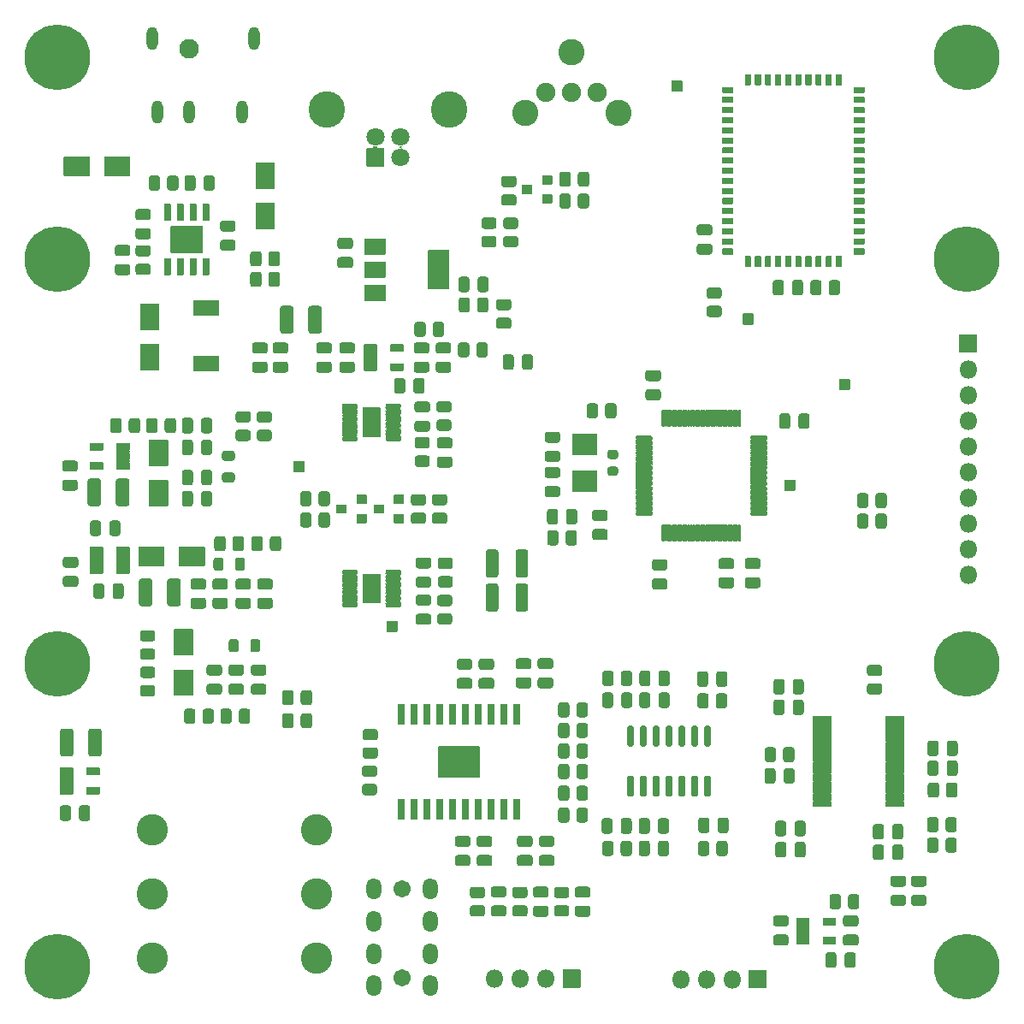
<source format=gbr>
G04 #@! TF.GenerationSoftware,KiCad,Pcbnew,5.1.9*
G04 #@! TF.CreationDate,2021-05-10T13:45:01+08:00*
G04 #@! TF.ProjectId,digital-amplifier2,64696769-7461-46c2-9d61-6d706c696669,rev?*
G04 #@! TF.SameCoordinates,Original*
G04 #@! TF.FileFunction,Soldermask,Top*
G04 #@! TF.FilePolarity,Negative*
%FSLAX46Y46*%
G04 Gerber Fmt 4.6, Leading zero omitted, Abs format (unit mm)*
G04 Created by KiCad (PCBNEW 5.1.9) date 2021-05-10 13:45:01*
%MOMM*%
%LPD*%
G01*
G04 APERTURE LIST*
%ADD10C,0.152400*%
%ADD11C,0.702000*%
%ADD12O,1.802000X1.802000*%
%ADD13C,3.102000*%
%ADD14C,1.952000*%
%ADD15O,1.102000X2.302000*%
%ADD16C,6.502000*%
%ADD17O,1.502000X2.102000*%
%ADD18C,1.702000*%
%ADD19C,1.902000*%
%ADD20C,2.602000*%
%ADD21C,3.602000*%
%ADD22C,1.802000*%
%ADD23C,0.100000*%
G04 APERTURE END LIST*
D10*
X92773500Y-125701400D02*
X96710500Y-125701400D01*
X92773500Y-126172500D02*
X92773500Y-125701400D01*
X96710500Y-126172500D02*
X92773500Y-126172500D01*
X96710500Y-125701400D02*
X96710500Y-126172500D01*
X92773500Y-125301400D02*
X96710500Y-125301400D01*
X92773500Y-124914000D02*
X92773500Y-125301400D01*
X96710500Y-124914000D02*
X92773500Y-124914000D01*
X96710500Y-125301400D02*
X96710500Y-124914000D01*
X92773500Y-124514000D02*
X96710500Y-124514000D01*
X92773500Y-124126600D02*
X92773500Y-124514000D01*
X96710500Y-124126600D02*
X92773500Y-124126600D01*
X96710500Y-124514000D02*
X96710500Y-124126600D01*
X92773500Y-123255500D02*
X96710500Y-123255500D01*
X92773500Y-123726600D02*
X92773500Y-123255500D01*
X96710500Y-123726600D02*
X92773500Y-123726600D01*
X96710500Y-123255500D02*
X96710500Y-123726600D01*
X92773500Y-123255500D02*
X93360900Y-123255500D01*
X92773500Y-126172500D02*
X92773500Y-123255500D01*
X93360900Y-126172500D02*
X92773500Y-126172500D01*
X93360900Y-123255500D02*
X93360900Y-126172500D01*
X93760900Y-123255500D02*
X94148300Y-123255500D01*
X93760900Y-126172500D02*
X93760900Y-123255500D01*
X94148300Y-126172500D02*
X93760900Y-126172500D01*
X94148300Y-123255500D02*
X94148300Y-126172500D01*
X94548300Y-123255500D02*
X94935700Y-123255500D01*
X94548300Y-126172500D02*
X94548300Y-123255500D01*
X94935700Y-126172500D02*
X94548300Y-126172500D01*
X94935700Y-123255500D02*
X94935700Y-126172500D01*
X95335700Y-123255500D02*
X95723100Y-123255500D01*
X95335700Y-126172500D02*
X95335700Y-123255500D01*
X95723100Y-126172500D02*
X95335700Y-126172500D01*
X95723100Y-123255500D02*
X95723100Y-126172500D01*
X96123100Y-123255500D02*
X96710500Y-123255500D01*
X96123100Y-126172500D02*
X96123100Y-123255500D01*
X96710500Y-126172500D02*
X96123100Y-126172500D01*
X96710500Y-123255500D02*
X96710500Y-126172500D01*
X92773500Y-125701400D02*
X96710500Y-125701400D01*
X92773500Y-126172500D02*
X92773500Y-125701400D01*
X96710500Y-126172500D02*
X92773500Y-126172500D01*
X96710500Y-125701400D02*
X96710500Y-126172500D01*
X92773500Y-125301400D02*
X96710500Y-125301400D01*
X92773500Y-124914000D02*
X92773500Y-125301400D01*
X96710500Y-124914000D02*
X92773500Y-124914000D01*
X96710500Y-125301400D02*
X96710500Y-124914000D01*
X92773500Y-124514000D02*
X96710500Y-124514000D01*
X92773500Y-124126600D02*
X92773500Y-124514000D01*
X96710500Y-124126600D02*
X92773500Y-124126600D01*
X96710500Y-124514000D02*
X96710500Y-124126600D01*
X92773500Y-123255500D02*
X96710500Y-123255500D01*
X92773500Y-123726600D02*
X92773500Y-123255500D01*
X96710500Y-123726600D02*
X92773500Y-123726600D01*
X96710500Y-123255500D02*
X96710500Y-123726600D01*
X92773500Y-123255500D02*
X93360900Y-123255500D01*
X92773500Y-126172500D02*
X92773500Y-123255500D01*
X93360900Y-126172500D02*
X92773500Y-126172500D01*
X93360900Y-123255500D02*
X93360900Y-126172500D01*
X93760900Y-123255500D02*
X94148300Y-123255500D01*
X93760900Y-126172500D02*
X93760900Y-123255500D01*
X94148300Y-126172500D02*
X93760900Y-126172500D01*
X94148300Y-123255500D02*
X94148300Y-126172500D01*
X94548300Y-123255500D02*
X94935700Y-123255500D01*
X94548300Y-126172500D02*
X94548300Y-123255500D01*
X94935700Y-126172500D02*
X94548300Y-126172500D01*
X94935700Y-123255500D02*
X94935700Y-126172500D01*
X95335700Y-123255500D02*
X95723100Y-123255500D01*
X95335700Y-126172500D02*
X95335700Y-123255500D01*
X95723100Y-126172500D02*
X95335700Y-126172500D01*
X95723100Y-123255500D02*
X95723100Y-126172500D01*
X96123100Y-123255500D02*
X96710500Y-123255500D01*
X96123100Y-126172500D02*
X96123100Y-123255500D01*
X96710500Y-126172500D02*
X96123100Y-126172500D01*
X96710500Y-123255500D02*
X96710500Y-126172500D01*
G36*
G01*
X78397000Y-79856900D02*
X78397000Y-82068100D01*
G75*
G02*
X78126600Y-82338500I-270400J0D01*
G01*
X77315400Y-82338500D01*
G75*
G02*
X77045000Y-82068100I0J270400D01*
G01*
X77045000Y-79856900D01*
G75*
G02*
X77315400Y-79586500I270400J0D01*
G01*
X78126600Y-79586500D01*
G75*
G02*
X78397000Y-79856900I0J-270400D01*
G01*
G37*
G36*
G01*
X81197000Y-79856900D02*
X81197000Y-82068100D01*
G75*
G02*
X80926600Y-82338500I-270400J0D01*
G01*
X80115400Y-82338500D01*
G75*
G02*
X79845000Y-82068100I0J270400D01*
G01*
X79845000Y-79856900D01*
G75*
G02*
X80115400Y-79586500I270400J0D01*
G01*
X80926600Y-79586500D01*
G75*
G02*
X81197000Y-79856900I0J-270400D01*
G01*
G37*
G36*
G01*
X90251500Y-88003500D02*
X90251500Y-87002500D01*
G75*
G02*
X90527000Y-86727000I275500J0D01*
G01*
X91078000Y-86727000D01*
G75*
G02*
X91353500Y-87002500I0J-275500D01*
G01*
X91353500Y-88003500D01*
G75*
G02*
X91078000Y-88279000I-275500J0D01*
G01*
X90527000Y-88279000D01*
G75*
G02*
X90251500Y-88003500I0J275500D01*
G01*
G37*
G36*
G01*
X88351500Y-88003500D02*
X88351500Y-87002500D01*
G75*
G02*
X88627000Y-86727000I275500J0D01*
G01*
X89178000Y-86727000D01*
G75*
G02*
X89453500Y-87002500I0J-275500D01*
G01*
X89453500Y-88003500D01*
G75*
G02*
X89178000Y-88279000I-275500J0D01*
G01*
X88627000Y-88279000D01*
G75*
G02*
X88351500Y-88003500I0J275500D01*
G01*
G37*
G36*
G01*
X87961500Y-84084001D02*
X87961500Y-83433999D01*
G75*
G02*
X88012499Y-83383000I50999J0D01*
G01*
X89232501Y-83383000D01*
G75*
G02*
X89283500Y-83433999I0J-50999D01*
G01*
X89283500Y-84084001D01*
G75*
G02*
X89232501Y-84135000I-50999J0D01*
G01*
X88012499Y-84135000D01*
G75*
G02*
X87961500Y-84084001I0J50999D01*
G01*
G37*
G36*
G01*
X87961500Y-85984001D02*
X87961500Y-85333999D01*
G75*
G02*
X88012499Y-85283000I50999J0D01*
G01*
X89232501Y-85283000D01*
G75*
G02*
X89283500Y-85333999I0J-50999D01*
G01*
X89283500Y-85984001D01*
G75*
G02*
X89232501Y-86035000I-50999J0D01*
G01*
X88012499Y-86035000D01*
G75*
G02*
X87961500Y-85984001I0J50999D01*
G01*
G37*
G36*
G01*
X85341500Y-85984001D02*
X85341500Y-85333999D01*
G75*
G02*
X85392499Y-85283000I50999J0D01*
G01*
X86612501Y-85283000D01*
G75*
G02*
X86663500Y-85333999I0J-50999D01*
G01*
X86663500Y-85984001D01*
G75*
G02*
X86612501Y-86035000I-50999J0D01*
G01*
X85392499Y-86035000D01*
G75*
G02*
X85341500Y-85984001I0J50999D01*
G01*
G37*
G36*
G01*
X85341500Y-85034001D02*
X85341500Y-84383999D01*
G75*
G02*
X85392499Y-84333000I50999J0D01*
G01*
X86612501Y-84333000D01*
G75*
G02*
X86663500Y-84383999I0J-50999D01*
G01*
X86663500Y-85034001D01*
G75*
G02*
X86612501Y-85085000I-50999J0D01*
G01*
X85392499Y-85085000D01*
G75*
G02*
X85341500Y-85034001I0J50999D01*
G01*
G37*
G36*
G01*
X85341500Y-84084001D02*
X85341500Y-83433999D01*
G75*
G02*
X85392499Y-83383000I50999J0D01*
G01*
X86612501Y-83383000D01*
G75*
G02*
X86663500Y-83433999I0J-50999D01*
G01*
X86663500Y-84084001D01*
G75*
G02*
X86612501Y-84135000I-50999J0D01*
G01*
X85392499Y-84135000D01*
G75*
G02*
X85341500Y-84084001I0J50999D01*
G01*
G37*
G36*
G01*
X75216000Y-76485876D02*
X75216000Y-77438124D01*
G75*
G02*
X74941124Y-77713000I-274876J0D01*
G01*
X74363876Y-77713000D01*
G75*
G02*
X74089000Y-77438124I0J274876D01*
G01*
X74089000Y-76485876D01*
G75*
G02*
X74363876Y-76211000I274876J0D01*
G01*
X74941124Y-76211000D01*
G75*
G02*
X75216000Y-76485876I0J-274876D01*
G01*
G37*
G36*
G01*
X77041000Y-76485876D02*
X77041000Y-77438124D01*
G75*
G02*
X76766124Y-77713000I-274876J0D01*
G01*
X76188876Y-77713000D01*
G75*
G02*
X75914000Y-77438124I0J274876D01*
G01*
X75914000Y-76485876D01*
G75*
G02*
X76188876Y-76211000I274876J0D01*
G01*
X76766124Y-76211000D01*
G75*
G02*
X77041000Y-76485876I0J-274876D01*
G01*
G37*
G36*
G01*
X130760500Y-140853001D02*
X130760500Y-140202999D01*
G75*
G02*
X130811499Y-140152000I50999J0D01*
G01*
X132031501Y-140152000D01*
G75*
G02*
X132082500Y-140202999I0J-50999D01*
G01*
X132082500Y-140853001D01*
G75*
G02*
X132031501Y-140904000I-50999J0D01*
G01*
X130811499Y-140904000D01*
G75*
G02*
X130760500Y-140853001I0J50999D01*
G01*
G37*
G36*
G01*
X130760500Y-142753001D02*
X130760500Y-142102999D01*
G75*
G02*
X130811499Y-142052000I50999J0D01*
G01*
X132031501Y-142052000D01*
G75*
G02*
X132082500Y-142102999I0J-50999D01*
G01*
X132082500Y-142753001D01*
G75*
G02*
X132031501Y-142804000I-50999J0D01*
G01*
X130811499Y-142804000D01*
G75*
G02*
X130760500Y-142753001I0J50999D01*
G01*
G37*
G36*
G01*
X128140500Y-142753001D02*
X128140500Y-142102999D01*
G75*
G02*
X128191499Y-142052000I50999J0D01*
G01*
X129411501Y-142052000D01*
G75*
G02*
X129462500Y-142102999I0J-50999D01*
G01*
X129462500Y-142753001D01*
G75*
G02*
X129411501Y-142804000I-50999J0D01*
G01*
X128191499Y-142804000D01*
G75*
G02*
X128140500Y-142753001I0J50999D01*
G01*
G37*
G36*
G01*
X128140500Y-141803001D02*
X128140500Y-141152999D01*
G75*
G02*
X128191499Y-141102000I50999J0D01*
G01*
X129411501Y-141102000D01*
G75*
G02*
X129462500Y-141152999I0J-50999D01*
G01*
X129462500Y-141803001D01*
G75*
G02*
X129411501Y-141854000I-50999J0D01*
G01*
X128191499Y-141854000D01*
G75*
G02*
X128140500Y-141803001I0J50999D01*
G01*
G37*
G36*
G01*
X128140500Y-140853001D02*
X128140500Y-140202999D01*
G75*
G02*
X128191499Y-140152000I50999J0D01*
G01*
X129411501Y-140152000D01*
G75*
G02*
X129462500Y-140202999I0J-50999D01*
G01*
X129462500Y-140853001D01*
G75*
G02*
X129411501Y-140904000I-50999J0D01*
G01*
X128191499Y-140904000D01*
G75*
G02*
X128140500Y-140853001I0J50999D01*
G01*
G37*
G36*
G01*
X59549000Y-105399999D02*
X59549000Y-106050001D01*
G75*
G02*
X59498001Y-106101000I-50999J0D01*
G01*
X58277999Y-106101000D01*
G75*
G02*
X58227000Y-106050001I0J50999D01*
G01*
X58227000Y-105399999D01*
G75*
G02*
X58277999Y-105349000I50999J0D01*
G01*
X59498001Y-105349000D01*
G75*
G02*
X59549000Y-105399999I0J-50999D01*
G01*
G37*
G36*
G01*
X59549000Y-104449999D02*
X59549000Y-105100001D01*
G75*
G02*
X59498001Y-105151000I-50999J0D01*
G01*
X58277999Y-105151000D01*
G75*
G02*
X58227000Y-105100001I0J50999D01*
G01*
X58227000Y-104449999D01*
G75*
G02*
X58277999Y-104399000I50999J0D01*
G01*
X59498001Y-104399000D01*
G75*
G02*
X59549000Y-104449999I0J-50999D01*
G01*
G37*
G36*
G01*
X59549000Y-103499999D02*
X59549000Y-104150001D01*
G75*
G02*
X59498001Y-104201000I-50999J0D01*
G01*
X58277999Y-104201000D01*
G75*
G02*
X58227000Y-104150001I0J50999D01*
G01*
X58227000Y-103499999D01*
G75*
G02*
X58277999Y-103449000I50999J0D01*
G01*
X59498001Y-103449000D01*
G75*
G02*
X59549000Y-103499999I0J-50999D01*
G01*
G37*
G36*
G01*
X62169000Y-103499999D02*
X62169000Y-104150001D01*
G75*
G02*
X62118001Y-104201000I-50999J0D01*
G01*
X60897999Y-104201000D01*
G75*
G02*
X60847000Y-104150001I0J50999D01*
G01*
X60847000Y-103499999D01*
G75*
G02*
X60897999Y-103449000I50999J0D01*
G01*
X62118001Y-103449000D01*
G75*
G02*
X62169000Y-103499999I0J-50999D01*
G01*
G37*
G36*
G01*
X62169000Y-104449999D02*
X62169000Y-105100001D01*
G75*
G02*
X62118001Y-105151000I-50999J0D01*
G01*
X60897999Y-105151000D01*
G75*
G02*
X60847000Y-105100001I0J50999D01*
G01*
X60847000Y-104449999D01*
G75*
G02*
X60897999Y-104399000I50999J0D01*
G01*
X62118001Y-104399000D01*
G75*
G02*
X62169000Y-104449999I0J-50999D01*
G01*
G37*
G36*
G01*
X62169000Y-105399999D02*
X62169000Y-106050001D01*
G75*
G02*
X62118001Y-106101000I-50999J0D01*
G01*
X60897999Y-106101000D01*
G75*
G02*
X60847000Y-106050001I0J50999D01*
G01*
X60847000Y-105399999D01*
G75*
G02*
X60897999Y-105349000I50999J0D01*
G01*
X62118001Y-105349000D01*
G75*
G02*
X62169000Y-105399999I0J-50999D01*
G01*
G37*
G36*
G01*
X59549000Y-95112999D02*
X59549000Y-95763001D01*
G75*
G02*
X59498001Y-95814000I-50999J0D01*
G01*
X58277999Y-95814000D01*
G75*
G02*
X58227000Y-95763001I0J50999D01*
G01*
X58227000Y-95112999D01*
G75*
G02*
X58277999Y-95062000I50999J0D01*
G01*
X59498001Y-95062000D01*
G75*
G02*
X59549000Y-95112999I0J-50999D01*
G01*
G37*
G36*
G01*
X59549000Y-93212999D02*
X59549000Y-93863001D01*
G75*
G02*
X59498001Y-93914000I-50999J0D01*
G01*
X58277999Y-93914000D01*
G75*
G02*
X58227000Y-93863001I0J50999D01*
G01*
X58227000Y-93212999D01*
G75*
G02*
X58277999Y-93162000I50999J0D01*
G01*
X59498001Y-93162000D01*
G75*
G02*
X59549000Y-93212999I0J-50999D01*
G01*
G37*
G36*
G01*
X62169000Y-93212999D02*
X62169000Y-93863001D01*
G75*
G02*
X62118001Y-93914000I-50999J0D01*
G01*
X60897999Y-93914000D01*
G75*
G02*
X60847000Y-93863001I0J50999D01*
G01*
X60847000Y-93212999D01*
G75*
G02*
X60897999Y-93162000I50999J0D01*
G01*
X62118001Y-93162000D01*
G75*
G02*
X62169000Y-93212999I0J-50999D01*
G01*
G37*
G36*
G01*
X62169000Y-94162999D02*
X62169000Y-94813001D01*
G75*
G02*
X62118001Y-94864000I-50999J0D01*
G01*
X60897999Y-94864000D01*
G75*
G02*
X60847000Y-94813001I0J50999D01*
G01*
X60847000Y-94162999D01*
G75*
G02*
X60897999Y-94112000I50999J0D01*
G01*
X62118001Y-94112000D01*
G75*
G02*
X62169000Y-94162999I0J-50999D01*
G01*
G37*
G36*
G01*
X62169000Y-95112999D02*
X62169000Y-95763001D01*
G75*
G02*
X62118001Y-95814000I-50999J0D01*
G01*
X60897999Y-95814000D01*
G75*
G02*
X60847000Y-95763001I0J50999D01*
G01*
X60847000Y-95112999D01*
G75*
G02*
X60897999Y-95062000I50999J0D01*
G01*
X62118001Y-95062000D01*
G75*
G02*
X62169000Y-95112999I0J-50999D01*
G01*
G37*
G36*
G01*
X57879500Y-125994001D02*
X57879500Y-125343999D01*
G75*
G02*
X57930499Y-125293000I50999J0D01*
G01*
X59150501Y-125293000D01*
G75*
G02*
X59201500Y-125343999I0J-50999D01*
G01*
X59201500Y-125994001D01*
G75*
G02*
X59150501Y-126045000I-50999J0D01*
G01*
X57930499Y-126045000D01*
G75*
G02*
X57879500Y-125994001I0J50999D01*
G01*
G37*
G36*
G01*
X57879500Y-127894001D02*
X57879500Y-127243999D01*
G75*
G02*
X57930499Y-127193000I50999J0D01*
G01*
X59150501Y-127193000D01*
G75*
G02*
X59201500Y-127243999I0J-50999D01*
G01*
X59201500Y-127894001D01*
G75*
G02*
X59150501Y-127945000I-50999J0D01*
G01*
X57930499Y-127945000D01*
G75*
G02*
X57879500Y-127894001I0J50999D01*
G01*
G37*
G36*
G01*
X55259500Y-127894001D02*
X55259500Y-127243999D01*
G75*
G02*
X55310499Y-127193000I50999J0D01*
G01*
X56530501Y-127193000D01*
G75*
G02*
X56581500Y-127243999I0J-50999D01*
G01*
X56581500Y-127894001D01*
G75*
G02*
X56530501Y-127945000I-50999J0D01*
G01*
X55310499Y-127945000D01*
G75*
G02*
X55259500Y-127894001I0J50999D01*
G01*
G37*
G36*
G01*
X55259500Y-126944001D02*
X55259500Y-126293999D01*
G75*
G02*
X55310499Y-126243000I50999J0D01*
G01*
X56530501Y-126243000D01*
G75*
G02*
X56581500Y-126293999I0J-50999D01*
G01*
X56581500Y-126944001D01*
G75*
G02*
X56530501Y-126995000I-50999J0D01*
G01*
X55310499Y-126995000D01*
G75*
G02*
X55259500Y-126944001I0J50999D01*
G01*
G37*
G36*
G01*
X55259500Y-125994001D02*
X55259500Y-125343999D01*
G75*
G02*
X55310499Y-125293000I50999J0D01*
G01*
X56530501Y-125293000D01*
G75*
G02*
X56581500Y-125343999I0J-50999D01*
G01*
X56581500Y-125994001D01*
G75*
G02*
X56530501Y-126045000I-50999J0D01*
G01*
X55310499Y-126045000D01*
G75*
G02*
X55259500Y-125994001I0J50999D01*
G01*
G37*
D11*
X93472000Y-125349000D03*
X93472000Y-124079000D03*
X94742000Y-125349000D03*
X94742000Y-124079000D03*
X96012000Y-125349000D03*
X96012000Y-124079000D03*
G36*
G01*
X92837000Y-123268001D02*
X96647000Y-123268001D01*
G75*
G02*
X96698000Y-123319001I0J-51000D01*
G01*
X96698000Y-126108999D01*
G75*
G02*
X96647000Y-126159999I-51000J0D01*
G01*
X92837000Y-126159999D01*
G75*
G02*
X92786000Y-126108999I0J51000D01*
G01*
X92786000Y-123319001D01*
G75*
G02*
X92837000Y-123268001I51000J0D01*
G01*
G37*
G36*
G01*
X100178000Y-128364301D02*
X100736000Y-128364301D01*
G75*
G02*
X100787000Y-128415301I0J-51000D01*
G01*
X100787000Y-130385299D01*
G75*
G02*
X100736000Y-130436299I-51000J0D01*
G01*
X100178000Y-130436299D01*
G75*
G02*
X100127000Y-130385299I0J51000D01*
G01*
X100127000Y-128415301D01*
G75*
G02*
X100178000Y-128364301I51000J0D01*
G01*
G37*
G36*
G01*
X98908000Y-128364301D02*
X99466000Y-128364301D01*
G75*
G02*
X99517000Y-128415301I0J-51000D01*
G01*
X99517000Y-130385299D01*
G75*
G02*
X99466000Y-130436299I-51000J0D01*
G01*
X98908000Y-130436299D01*
G75*
G02*
X98857000Y-130385299I0J51000D01*
G01*
X98857000Y-128415301D01*
G75*
G02*
X98908000Y-128364301I51000J0D01*
G01*
G37*
G36*
G01*
X97638000Y-128364301D02*
X98196000Y-128364301D01*
G75*
G02*
X98247000Y-128415301I0J-51000D01*
G01*
X98247000Y-130385299D01*
G75*
G02*
X98196000Y-130436299I-51000J0D01*
G01*
X97638000Y-130436299D01*
G75*
G02*
X97587000Y-130385299I0J51000D01*
G01*
X97587000Y-128415301D01*
G75*
G02*
X97638000Y-128364301I51000J0D01*
G01*
G37*
G36*
G01*
X96368000Y-128364301D02*
X96926000Y-128364301D01*
G75*
G02*
X96977000Y-128415301I0J-51000D01*
G01*
X96977000Y-130385299D01*
G75*
G02*
X96926000Y-130436299I-51000J0D01*
G01*
X96368000Y-130436299D01*
G75*
G02*
X96317000Y-130385299I0J51000D01*
G01*
X96317000Y-128415301D01*
G75*
G02*
X96368000Y-128364301I51000J0D01*
G01*
G37*
G36*
G01*
X95098000Y-128364301D02*
X95656000Y-128364301D01*
G75*
G02*
X95707000Y-128415301I0J-51000D01*
G01*
X95707000Y-130385299D01*
G75*
G02*
X95656000Y-130436299I-51000J0D01*
G01*
X95098000Y-130436299D01*
G75*
G02*
X95047000Y-130385299I0J51000D01*
G01*
X95047000Y-128415301D01*
G75*
G02*
X95098000Y-128364301I51000J0D01*
G01*
G37*
G36*
G01*
X93828000Y-128364301D02*
X94386000Y-128364301D01*
G75*
G02*
X94437000Y-128415301I0J-51000D01*
G01*
X94437000Y-130385299D01*
G75*
G02*
X94386000Y-130436299I-51000J0D01*
G01*
X93828000Y-130436299D01*
G75*
G02*
X93777000Y-130385299I0J51000D01*
G01*
X93777000Y-128415301D01*
G75*
G02*
X93828000Y-128364301I51000J0D01*
G01*
G37*
G36*
G01*
X92558000Y-128364301D02*
X93116000Y-128364301D01*
G75*
G02*
X93167000Y-128415301I0J-51000D01*
G01*
X93167000Y-130385299D01*
G75*
G02*
X93116000Y-130436299I-51000J0D01*
G01*
X92558000Y-130436299D01*
G75*
G02*
X92507000Y-130385299I0J51000D01*
G01*
X92507000Y-128415301D01*
G75*
G02*
X92558000Y-128364301I51000J0D01*
G01*
G37*
G36*
G01*
X91288000Y-128364301D02*
X91846000Y-128364301D01*
G75*
G02*
X91897000Y-128415301I0J-51000D01*
G01*
X91897000Y-130385299D01*
G75*
G02*
X91846000Y-130436299I-51000J0D01*
G01*
X91288000Y-130436299D01*
G75*
G02*
X91237000Y-130385299I0J51000D01*
G01*
X91237000Y-128415301D01*
G75*
G02*
X91288000Y-128364301I51000J0D01*
G01*
G37*
G36*
G01*
X90018000Y-128364301D02*
X90576000Y-128364301D01*
G75*
G02*
X90627000Y-128415301I0J-51000D01*
G01*
X90627000Y-130385299D01*
G75*
G02*
X90576000Y-130436299I-51000J0D01*
G01*
X90018000Y-130436299D01*
G75*
G02*
X89967000Y-130385299I0J51000D01*
G01*
X89967000Y-128415301D01*
G75*
G02*
X90018000Y-128364301I51000J0D01*
G01*
G37*
G36*
G01*
X88748000Y-128364301D02*
X89306000Y-128364301D01*
G75*
G02*
X89357000Y-128415301I0J-51000D01*
G01*
X89357000Y-130385299D01*
G75*
G02*
X89306000Y-130436299I-51000J0D01*
G01*
X88748000Y-130436299D01*
G75*
G02*
X88697000Y-130385299I0J51000D01*
G01*
X88697000Y-128415301D01*
G75*
G02*
X88748000Y-128364301I51000J0D01*
G01*
G37*
G36*
G01*
X88748000Y-118991701D02*
X89306000Y-118991701D01*
G75*
G02*
X89357000Y-119042701I0J-51000D01*
G01*
X89357000Y-121012699D01*
G75*
G02*
X89306000Y-121063699I-51000J0D01*
G01*
X88748000Y-121063699D01*
G75*
G02*
X88697000Y-121012699I0J51000D01*
G01*
X88697000Y-119042701D01*
G75*
G02*
X88748000Y-118991701I51000J0D01*
G01*
G37*
G36*
G01*
X90018000Y-118991701D02*
X90576000Y-118991701D01*
G75*
G02*
X90627000Y-119042701I0J-51000D01*
G01*
X90627000Y-121012699D01*
G75*
G02*
X90576000Y-121063699I-51000J0D01*
G01*
X90018000Y-121063699D01*
G75*
G02*
X89967000Y-121012699I0J51000D01*
G01*
X89967000Y-119042701D01*
G75*
G02*
X90018000Y-118991701I51000J0D01*
G01*
G37*
G36*
G01*
X91288000Y-118991701D02*
X91846000Y-118991701D01*
G75*
G02*
X91897000Y-119042701I0J-51000D01*
G01*
X91897000Y-121012699D01*
G75*
G02*
X91846000Y-121063699I-51000J0D01*
G01*
X91288000Y-121063699D01*
G75*
G02*
X91237000Y-121012699I0J51000D01*
G01*
X91237000Y-119042701D01*
G75*
G02*
X91288000Y-118991701I51000J0D01*
G01*
G37*
G36*
G01*
X92558000Y-118991701D02*
X93116000Y-118991701D01*
G75*
G02*
X93167000Y-119042701I0J-51000D01*
G01*
X93167000Y-121012699D01*
G75*
G02*
X93116000Y-121063699I-51000J0D01*
G01*
X92558000Y-121063699D01*
G75*
G02*
X92507000Y-121012699I0J51000D01*
G01*
X92507000Y-119042701D01*
G75*
G02*
X92558000Y-118991701I51000J0D01*
G01*
G37*
G36*
G01*
X93828000Y-118991701D02*
X94386000Y-118991701D01*
G75*
G02*
X94437000Y-119042701I0J-51000D01*
G01*
X94437000Y-121012699D01*
G75*
G02*
X94386000Y-121063699I-51000J0D01*
G01*
X93828000Y-121063699D01*
G75*
G02*
X93777000Y-121012699I0J51000D01*
G01*
X93777000Y-119042701D01*
G75*
G02*
X93828000Y-118991701I51000J0D01*
G01*
G37*
G36*
G01*
X95098000Y-118991701D02*
X95656000Y-118991701D01*
G75*
G02*
X95707000Y-119042701I0J-51000D01*
G01*
X95707000Y-121012699D01*
G75*
G02*
X95656000Y-121063699I-51000J0D01*
G01*
X95098000Y-121063699D01*
G75*
G02*
X95047000Y-121012699I0J51000D01*
G01*
X95047000Y-119042701D01*
G75*
G02*
X95098000Y-118991701I51000J0D01*
G01*
G37*
G36*
G01*
X96368000Y-118991701D02*
X96926000Y-118991701D01*
G75*
G02*
X96977000Y-119042701I0J-51000D01*
G01*
X96977000Y-121012699D01*
G75*
G02*
X96926000Y-121063699I-51000J0D01*
G01*
X96368000Y-121063699D01*
G75*
G02*
X96317000Y-121012699I0J51000D01*
G01*
X96317000Y-119042701D01*
G75*
G02*
X96368000Y-118991701I51000J0D01*
G01*
G37*
G36*
G01*
X97638000Y-118991701D02*
X98196000Y-118991701D01*
G75*
G02*
X98247000Y-119042701I0J-51000D01*
G01*
X98247000Y-121012699D01*
G75*
G02*
X98196000Y-121063699I-51000J0D01*
G01*
X97638000Y-121063699D01*
G75*
G02*
X97587000Y-121012699I0J51000D01*
G01*
X97587000Y-119042701D01*
G75*
G02*
X97638000Y-118991701I51000J0D01*
G01*
G37*
G36*
G01*
X98908000Y-118991701D02*
X99466000Y-118991701D01*
G75*
G02*
X99517000Y-119042701I0J-51000D01*
G01*
X99517000Y-121012699D01*
G75*
G02*
X99466000Y-121063699I-51000J0D01*
G01*
X98908000Y-121063699D01*
G75*
G02*
X98857000Y-121012699I0J51000D01*
G01*
X98857000Y-119042701D01*
G75*
G02*
X98908000Y-118991701I51000J0D01*
G01*
G37*
G36*
G01*
X100178000Y-118991701D02*
X100736000Y-118991701D01*
G75*
G02*
X100787000Y-119042701I0J-51000D01*
G01*
X100787000Y-121012699D01*
G75*
G02*
X100736000Y-121063699I-51000J0D01*
G01*
X100178000Y-121063699D01*
G75*
G02*
X100127000Y-121012699I0J51000D01*
G01*
X100127000Y-119042701D01*
G75*
G02*
X100178000Y-118991701I51000J0D01*
G01*
G37*
G36*
G01*
X71660000Y-102647876D02*
X71660000Y-103600124D01*
G75*
G02*
X71385124Y-103875000I-274876J0D01*
G01*
X70807876Y-103875000D01*
G75*
G02*
X70533000Y-103600124I0J274876D01*
G01*
X70533000Y-102647876D01*
G75*
G02*
X70807876Y-102373000I274876J0D01*
G01*
X71385124Y-102373000D01*
G75*
G02*
X71660000Y-102647876I0J-274876D01*
G01*
G37*
G36*
G01*
X73485000Y-102647876D02*
X73485000Y-103600124D01*
G75*
G02*
X73210124Y-103875000I-274876J0D01*
G01*
X72632876Y-103875000D01*
G75*
G02*
X72358000Y-103600124I0J274876D01*
G01*
X72358000Y-102647876D01*
G75*
G02*
X72632876Y-102373000I274876J0D01*
G01*
X73210124Y-102373000D01*
G75*
G02*
X73485000Y-102647876I0J-274876D01*
G01*
G37*
G36*
G01*
X75343000Y-102647876D02*
X75343000Y-103600124D01*
G75*
G02*
X75068124Y-103875000I-274876J0D01*
G01*
X74490876Y-103875000D01*
G75*
G02*
X74216000Y-103600124I0J274876D01*
G01*
X74216000Y-102647876D01*
G75*
G02*
X74490876Y-102373000I274876J0D01*
G01*
X75068124Y-102373000D01*
G75*
G02*
X75343000Y-102647876I0J-274876D01*
G01*
G37*
G36*
G01*
X77168000Y-102647876D02*
X77168000Y-103600124D01*
G75*
G02*
X76893124Y-103875000I-274876J0D01*
G01*
X76315876Y-103875000D01*
G75*
G02*
X76041000Y-103600124I0J274876D01*
G01*
X76041000Y-102647876D01*
G75*
G02*
X76315876Y-102373000I274876J0D01*
G01*
X76893124Y-102373000D01*
G75*
G02*
X77168000Y-102647876I0J-274876D01*
G01*
G37*
G36*
G01*
X61373000Y-90963876D02*
X61373000Y-91916124D01*
G75*
G02*
X61098124Y-92191000I-274876J0D01*
G01*
X60520876Y-92191000D01*
G75*
G02*
X60246000Y-91916124I0J274876D01*
G01*
X60246000Y-90963876D01*
G75*
G02*
X60520876Y-90689000I274876J0D01*
G01*
X61098124Y-90689000D01*
G75*
G02*
X61373000Y-90963876I0J-274876D01*
G01*
G37*
G36*
G01*
X63198000Y-90963876D02*
X63198000Y-91916124D01*
G75*
G02*
X62923124Y-92191000I-274876J0D01*
G01*
X62345876Y-92191000D01*
G75*
G02*
X62071000Y-91916124I0J274876D01*
G01*
X62071000Y-90963876D01*
G75*
G02*
X62345876Y-90689000I274876J0D01*
G01*
X62923124Y-90689000D01*
G75*
G02*
X63198000Y-90963876I0J-274876D01*
G01*
G37*
G36*
G01*
X64929000Y-90963876D02*
X64929000Y-91916124D01*
G75*
G02*
X64654124Y-92191000I-274876J0D01*
G01*
X64076876Y-92191000D01*
G75*
G02*
X63802000Y-91916124I0J274876D01*
G01*
X63802000Y-90963876D01*
G75*
G02*
X64076876Y-90689000I274876J0D01*
G01*
X64654124Y-90689000D01*
G75*
G02*
X64929000Y-90963876I0J-274876D01*
G01*
G37*
G36*
G01*
X66754000Y-90963876D02*
X66754000Y-91916124D01*
G75*
G02*
X66479124Y-92191000I-274876J0D01*
G01*
X65901876Y-92191000D01*
G75*
G02*
X65627000Y-91916124I0J274876D01*
G01*
X65627000Y-90963876D01*
G75*
G02*
X65901876Y-90689000I274876J0D01*
G01*
X66479124Y-90689000D01*
G75*
G02*
X66754000Y-90963876I0J-274876D01*
G01*
G37*
G36*
G01*
X80867000Y-101250624D02*
X80867000Y-100298376D01*
G75*
G02*
X81141876Y-100023500I274876J0D01*
G01*
X81719124Y-100023500D01*
G75*
G02*
X81994000Y-100298376I0J-274876D01*
G01*
X81994000Y-101250624D01*
G75*
G02*
X81719124Y-101525500I-274876J0D01*
G01*
X81141876Y-101525500D01*
G75*
G02*
X80867000Y-101250624I0J274876D01*
G01*
G37*
G36*
G01*
X79042000Y-101250624D02*
X79042000Y-100298376D01*
G75*
G02*
X79316876Y-100023500I274876J0D01*
G01*
X79894124Y-100023500D01*
G75*
G02*
X80169000Y-100298376I0J-274876D01*
G01*
X80169000Y-101250624D01*
G75*
G02*
X79894124Y-101525500I-274876J0D01*
G01*
X79316876Y-101525500D01*
G75*
G02*
X79042000Y-101250624I0J274876D01*
G01*
G37*
G36*
G01*
X80867000Y-99155124D02*
X80867000Y-98202876D01*
G75*
G02*
X81141876Y-97928000I274876J0D01*
G01*
X81719124Y-97928000D01*
G75*
G02*
X81994000Y-98202876I0J-274876D01*
G01*
X81994000Y-99155124D01*
G75*
G02*
X81719124Y-99430000I-274876J0D01*
G01*
X81141876Y-99430000D01*
G75*
G02*
X80867000Y-99155124I0J274876D01*
G01*
G37*
G36*
G01*
X79042000Y-99155124D02*
X79042000Y-98202876D01*
G75*
G02*
X79316876Y-97928000I274876J0D01*
G01*
X79894124Y-97928000D01*
G75*
G02*
X80169000Y-98202876I0J-274876D01*
G01*
X80169000Y-99155124D01*
G75*
G02*
X79894124Y-99430000I-274876J0D01*
G01*
X79316876Y-99430000D01*
G75*
G02*
X79042000Y-99155124I0J274876D01*
G01*
G37*
G36*
G01*
X73882124Y-91154500D02*
X72929876Y-91154500D01*
G75*
G02*
X72655000Y-90879624I0J274876D01*
G01*
X72655000Y-90302376D01*
G75*
G02*
X72929876Y-90027500I274876J0D01*
G01*
X73882124Y-90027500D01*
G75*
G02*
X74157000Y-90302376I0J-274876D01*
G01*
X74157000Y-90879624D01*
G75*
G02*
X73882124Y-91154500I-274876J0D01*
G01*
G37*
G36*
G01*
X73882124Y-92979500D02*
X72929876Y-92979500D01*
G75*
G02*
X72655000Y-92704624I0J274876D01*
G01*
X72655000Y-92127376D01*
G75*
G02*
X72929876Y-91852500I274876J0D01*
G01*
X73882124Y-91852500D01*
G75*
G02*
X74157000Y-92127376I0J-274876D01*
G01*
X74157000Y-92704624D01*
G75*
G02*
X73882124Y-92979500I-274876J0D01*
G01*
G37*
G36*
G01*
X91217624Y-99346000D02*
X90265376Y-99346000D01*
G75*
G02*
X89990500Y-99071124I0J274876D01*
G01*
X89990500Y-98493876D01*
G75*
G02*
X90265376Y-98219000I274876J0D01*
G01*
X91217624Y-98219000D01*
G75*
G02*
X91492500Y-98493876I0J-274876D01*
G01*
X91492500Y-99071124D01*
G75*
G02*
X91217624Y-99346000I-274876J0D01*
G01*
G37*
G36*
G01*
X91217624Y-101171000D02*
X90265376Y-101171000D01*
G75*
G02*
X89990500Y-100896124I0J274876D01*
G01*
X89990500Y-100318876D01*
G75*
G02*
X90265376Y-100044000I274876J0D01*
G01*
X91217624Y-100044000D01*
G75*
G02*
X91492500Y-100318876I0J-274876D01*
G01*
X91492500Y-100896124D01*
G75*
G02*
X91217624Y-101171000I-274876J0D01*
G01*
G37*
G36*
G01*
X93313124Y-99346000D02*
X92360876Y-99346000D01*
G75*
G02*
X92086000Y-99071124I0J274876D01*
G01*
X92086000Y-98493876D01*
G75*
G02*
X92360876Y-98219000I274876J0D01*
G01*
X93313124Y-98219000D01*
G75*
G02*
X93588000Y-98493876I0J-274876D01*
G01*
X93588000Y-99071124D01*
G75*
G02*
X93313124Y-99346000I-274876J0D01*
G01*
G37*
G36*
G01*
X93313124Y-101171000D02*
X92360876Y-101171000D01*
G75*
G02*
X92086000Y-100896124I0J274876D01*
G01*
X92086000Y-100318876D01*
G75*
G02*
X92360876Y-100044000I274876J0D01*
G01*
X93313124Y-100044000D01*
G75*
G02*
X93588000Y-100318876I0J-274876D01*
G01*
X93588000Y-100896124D01*
G75*
G02*
X93313124Y-101171000I-274876J0D01*
G01*
G37*
G36*
G01*
X75025376Y-91852500D02*
X75977624Y-91852500D01*
G75*
G02*
X76252500Y-92127376I0J-274876D01*
G01*
X76252500Y-92704624D01*
G75*
G02*
X75977624Y-92979500I-274876J0D01*
G01*
X75025376Y-92979500D01*
G75*
G02*
X74750500Y-92704624I0J274876D01*
G01*
X74750500Y-92127376D01*
G75*
G02*
X75025376Y-91852500I274876J0D01*
G01*
G37*
G36*
G01*
X75025376Y-90027500D02*
X75977624Y-90027500D01*
G75*
G02*
X76252500Y-90302376I0J-274876D01*
G01*
X76252500Y-90879624D01*
G75*
G02*
X75977624Y-91154500I-274876J0D01*
G01*
X75025376Y-91154500D01*
G75*
G02*
X74750500Y-90879624I0J274876D01*
G01*
X74750500Y-90302376D01*
G75*
G02*
X75025376Y-90027500I274876J0D01*
G01*
G37*
G36*
G01*
X64420624Y-112808000D02*
X63468376Y-112808000D01*
G75*
G02*
X63193500Y-112533124I0J274876D01*
G01*
X63193500Y-111955876D01*
G75*
G02*
X63468376Y-111681000I274876J0D01*
G01*
X64420624Y-111681000D01*
G75*
G02*
X64695500Y-111955876I0J-274876D01*
G01*
X64695500Y-112533124D01*
G75*
G02*
X64420624Y-112808000I-274876J0D01*
G01*
G37*
G36*
G01*
X64420624Y-114633000D02*
X63468376Y-114633000D01*
G75*
G02*
X63193500Y-114358124I0J274876D01*
G01*
X63193500Y-113780876D01*
G75*
G02*
X63468376Y-113506000I274876J0D01*
G01*
X64420624Y-113506000D01*
G75*
G02*
X64695500Y-113780876I0J-274876D01*
G01*
X64695500Y-114358124D01*
G75*
G02*
X64420624Y-114633000I-274876J0D01*
G01*
G37*
G36*
G01*
X64420624Y-116427500D02*
X63468376Y-116427500D01*
G75*
G02*
X63193500Y-116152624I0J274876D01*
G01*
X63193500Y-115575376D01*
G75*
G02*
X63468376Y-115300500I274876J0D01*
G01*
X64420624Y-115300500D01*
G75*
G02*
X64695500Y-115575376I0J-274876D01*
G01*
X64695500Y-116152624D01*
G75*
G02*
X64420624Y-116427500I-274876J0D01*
G01*
G37*
G36*
G01*
X64420624Y-118252500D02*
X63468376Y-118252500D01*
G75*
G02*
X63193500Y-117977624I0J274876D01*
G01*
X63193500Y-117400376D01*
G75*
G02*
X63468376Y-117125500I274876J0D01*
G01*
X64420624Y-117125500D01*
G75*
G02*
X64695500Y-117400376I0J-274876D01*
G01*
X64695500Y-117977624D01*
G75*
G02*
X64420624Y-118252500I-274876J0D01*
G01*
G37*
G36*
G01*
X68675500Y-119729376D02*
X68675500Y-120681624D01*
G75*
G02*
X68400624Y-120956500I-274876J0D01*
G01*
X67823376Y-120956500D01*
G75*
G02*
X67548500Y-120681624I0J274876D01*
G01*
X67548500Y-119729376D01*
G75*
G02*
X67823376Y-119454500I274876J0D01*
G01*
X68400624Y-119454500D01*
G75*
G02*
X68675500Y-119729376I0J-274876D01*
G01*
G37*
G36*
G01*
X70500500Y-119729376D02*
X70500500Y-120681624D01*
G75*
G02*
X70225624Y-120956500I-274876J0D01*
G01*
X69648376Y-120956500D01*
G75*
G02*
X69373500Y-120681624I0J274876D01*
G01*
X69373500Y-119729376D01*
G75*
G02*
X69648376Y-119454500I274876J0D01*
G01*
X70225624Y-119454500D01*
G75*
G02*
X70500500Y-119729376I0J-274876D01*
G01*
G37*
G36*
G01*
X72964500Y-120681624D02*
X72964500Y-119729376D01*
G75*
G02*
X73239376Y-119454500I274876J0D01*
G01*
X73816624Y-119454500D01*
G75*
G02*
X74091500Y-119729376I0J-274876D01*
G01*
X74091500Y-120681624D01*
G75*
G02*
X73816624Y-120956500I-274876J0D01*
G01*
X73239376Y-120956500D01*
G75*
G02*
X72964500Y-120681624I0J274876D01*
G01*
G37*
G36*
G01*
X71139500Y-120681624D02*
X71139500Y-119729376D01*
G75*
G02*
X71414376Y-119454500I274876J0D01*
G01*
X71991624Y-119454500D01*
G75*
G02*
X72266500Y-119729376I0J-274876D01*
G01*
X72266500Y-120681624D01*
G75*
G02*
X71991624Y-120956500I-274876J0D01*
G01*
X71414376Y-120956500D01*
G75*
G02*
X71139500Y-120681624I0J274876D01*
G01*
G37*
G36*
G01*
X135413876Y-116935000D02*
X136366124Y-116935000D01*
G75*
G02*
X136641000Y-117209876I0J-274876D01*
G01*
X136641000Y-117787124D01*
G75*
G02*
X136366124Y-118062000I-274876J0D01*
G01*
X135413876Y-118062000D01*
G75*
G02*
X135139000Y-117787124I0J274876D01*
G01*
X135139000Y-117209876D01*
G75*
G02*
X135413876Y-116935000I274876J0D01*
G01*
G37*
G36*
G01*
X135413876Y-115110000D02*
X136366124Y-115110000D01*
G75*
G02*
X136641000Y-115384876I0J-274876D01*
G01*
X136641000Y-115962124D01*
G75*
G02*
X136366124Y-116237000I-274876J0D01*
G01*
X135413876Y-116237000D01*
G75*
G02*
X135139000Y-115962124I0J274876D01*
G01*
X135139000Y-115384876D01*
G75*
G02*
X135413876Y-115110000I274876J0D01*
G01*
G37*
G36*
G01*
X91472000Y-81438876D02*
X91472000Y-82391124D01*
G75*
G02*
X91197124Y-82666000I-274876J0D01*
G01*
X90619876Y-82666000D01*
G75*
G02*
X90345000Y-82391124I0J274876D01*
G01*
X90345000Y-81438876D01*
G75*
G02*
X90619876Y-81164000I274876J0D01*
G01*
X91197124Y-81164000D01*
G75*
G02*
X91472000Y-81438876I0J-274876D01*
G01*
G37*
G36*
G01*
X93297000Y-81438876D02*
X93297000Y-82391124D01*
G75*
G02*
X93022124Y-82666000I-274876J0D01*
G01*
X92444876Y-82666000D01*
G75*
G02*
X92170000Y-82391124I0J274876D01*
G01*
X92170000Y-81438876D01*
G75*
G02*
X92444876Y-81164000I274876J0D01*
G01*
X93022124Y-81164000D01*
G75*
G02*
X93297000Y-81438876I0J-274876D01*
G01*
G37*
G36*
G01*
X95790000Y-83470876D02*
X95790000Y-84423124D01*
G75*
G02*
X95515124Y-84698000I-274876J0D01*
G01*
X94937876Y-84698000D01*
G75*
G02*
X94663000Y-84423124I0J274876D01*
G01*
X94663000Y-83470876D01*
G75*
G02*
X94937876Y-83196000I274876J0D01*
G01*
X95515124Y-83196000D01*
G75*
G02*
X95790000Y-83470876I0J-274876D01*
G01*
G37*
G36*
G01*
X97615000Y-83470876D02*
X97615000Y-84423124D01*
G75*
G02*
X97340124Y-84698000I-274876J0D01*
G01*
X96762876Y-84698000D01*
G75*
G02*
X96488000Y-84423124I0J274876D01*
G01*
X96488000Y-83470876D01*
G75*
G02*
X96762876Y-83196000I274876J0D01*
G01*
X97340124Y-83196000D01*
G75*
G02*
X97615000Y-83470876I0J-274876D01*
G01*
G37*
G36*
G01*
X83638500Y-99295000D02*
X83638500Y-100095000D01*
G75*
G02*
X83587500Y-100146000I-51000J0D01*
G01*
X82687500Y-100146000D01*
G75*
G02*
X82636500Y-100095000I0J51000D01*
G01*
X82636500Y-99295000D01*
G75*
G02*
X82687500Y-99244000I51000J0D01*
G01*
X83587500Y-99244000D01*
G75*
G02*
X83638500Y-99295000I0J-51000D01*
G01*
G37*
G36*
G01*
X85638500Y-98345000D02*
X85638500Y-99145000D01*
G75*
G02*
X85587500Y-99196000I-51000J0D01*
G01*
X84687500Y-99196000D01*
G75*
G02*
X84636500Y-99145000I0J51000D01*
G01*
X84636500Y-98345000D01*
G75*
G02*
X84687500Y-98294000I51000J0D01*
G01*
X85587500Y-98294000D01*
G75*
G02*
X85638500Y-98345000I0J-51000D01*
G01*
G37*
G36*
G01*
X85638500Y-100245000D02*
X85638500Y-101045000D01*
G75*
G02*
X85587500Y-101096000I-51000J0D01*
G01*
X84687500Y-101096000D01*
G75*
G02*
X84636500Y-101045000I0J51000D01*
G01*
X84636500Y-100245000D01*
G75*
G02*
X84687500Y-100194000I51000J0D01*
G01*
X85587500Y-100194000D01*
G75*
G02*
X85638500Y-100245000I0J-51000D01*
G01*
G37*
G36*
G01*
X87321500Y-99295000D02*
X87321500Y-100095000D01*
G75*
G02*
X87270500Y-100146000I-51000J0D01*
G01*
X86370500Y-100146000D01*
G75*
G02*
X86319500Y-100095000I0J51000D01*
G01*
X86319500Y-99295000D01*
G75*
G02*
X86370500Y-99244000I51000J0D01*
G01*
X87270500Y-99244000D01*
G75*
G02*
X87321500Y-99295000I0J-51000D01*
G01*
G37*
G36*
G01*
X89321500Y-98345000D02*
X89321500Y-99145000D01*
G75*
G02*
X89270500Y-99196000I-51000J0D01*
G01*
X88370500Y-99196000D01*
G75*
G02*
X88319500Y-99145000I0J51000D01*
G01*
X88319500Y-98345000D01*
G75*
G02*
X88370500Y-98294000I51000J0D01*
G01*
X89270500Y-98294000D01*
G75*
G02*
X89321500Y-98345000I0J-51000D01*
G01*
G37*
G36*
G01*
X89321500Y-100245000D02*
X89321500Y-101045000D01*
G75*
G02*
X89270500Y-101096000I-51000J0D01*
G01*
X88370500Y-101096000D01*
G75*
G02*
X88319500Y-101045000I0J51000D01*
G01*
X88319500Y-100245000D01*
G75*
G02*
X88370500Y-100194000I51000J0D01*
G01*
X89270500Y-100194000D01*
G75*
G02*
X89321500Y-100245000I0J-51000D01*
G01*
G37*
G36*
G01*
X71435000Y-104749250D02*
X71435000Y-105562750D01*
G75*
G02*
X71190750Y-105807000I-244250J0D01*
G01*
X70702250Y-105807000D01*
G75*
G02*
X70458000Y-105562750I0J244250D01*
G01*
X70458000Y-104749250D01*
G75*
G02*
X70702250Y-104505000I244250J0D01*
G01*
X71190750Y-104505000D01*
G75*
G02*
X71435000Y-104749250I0J-244250D01*
G01*
G37*
G36*
G01*
X73560000Y-104749250D02*
X73560000Y-105562750D01*
G75*
G02*
X73315750Y-105807000I-244250J0D01*
G01*
X72827250Y-105807000D01*
G75*
G02*
X72583000Y-105562750I0J244250D01*
G01*
X72583000Y-104749250D01*
G75*
G02*
X72827250Y-104505000I244250J0D01*
G01*
X73315750Y-104505000D01*
G75*
G02*
X73560000Y-104749250I0J-244250D01*
G01*
G37*
G36*
G01*
X72352250Y-94930000D02*
X71538750Y-94930000D01*
G75*
G02*
X71294500Y-94685750I0J244250D01*
G01*
X71294500Y-94197250D01*
G75*
G02*
X71538750Y-93953000I244250J0D01*
G01*
X72352250Y-93953000D01*
G75*
G02*
X72596500Y-94197250I0J-244250D01*
G01*
X72596500Y-94685750D01*
G75*
G02*
X72352250Y-94930000I-244250J0D01*
G01*
G37*
G36*
G01*
X72352250Y-97055000D02*
X71538750Y-97055000D01*
G75*
G02*
X71294500Y-96810750I0J244250D01*
G01*
X71294500Y-96322250D01*
G75*
G02*
X71538750Y-96078000I244250J0D01*
G01*
X72352250Y-96078000D01*
G75*
G02*
X72596500Y-96322250I0J-244250D01*
G01*
X72596500Y-96810750D01*
G75*
G02*
X72352250Y-97055000I-244250J0D01*
G01*
G37*
G36*
G01*
X64427000Y-106844400D02*
X64427000Y-109055600D01*
G75*
G02*
X64156600Y-109326000I-270400J0D01*
G01*
X63345400Y-109326000D01*
G75*
G02*
X63075000Y-109055600I0J270400D01*
G01*
X63075000Y-106844400D01*
G75*
G02*
X63345400Y-106574000I270400J0D01*
G01*
X64156600Y-106574000D01*
G75*
G02*
X64427000Y-106844400I0J-270400D01*
G01*
G37*
G36*
G01*
X67227000Y-106844400D02*
X67227000Y-109055600D01*
G75*
G02*
X66956600Y-109326000I-270400J0D01*
G01*
X66145400Y-109326000D01*
G75*
G02*
X65875000Y-109055600I0J270400D01*
G01*
X65875000Y-106844400D01*
G75*
G02*
X66145400Y-106574000I270400J0D01*
G01*
X66956600Y-106574000D01*
G75*
G02*
X67227000Y-106844400I0J-270400D01*
G01*
G37*
G36*
G01*
X59347000Y-96938400D02*
X59347000Y-99149600D01*
G75*
G02*
X59076600Y-99420000I-270400J0D01*
G01*
X58265400Y-99420000D01*
G75*
G02*
X57995000Y-99149600I0J270400D01*
G01*
X57995000Y-96938400D01*
G75*
G02*
X58265400Y-96668000I270400J0D01*
G01*
X59076600Y-96668000D01*
G75*
G02*
X59347000Y-96938400I0J-270400D01*
G01*
G37*
G36*
G01*
X62147000Y-96938400D02*
X62147000Y-99149600D01*
G75*
G02*
X61876600Y-99420000I-270400J0D01*
G01*
X61065400Y-99420000D01*
G75*
G02*
X60795000Y-99149600I0J270400D01*
G01*
X60795000Y-96938400D01*
G75*
G02*
X61065400Y-96668000I270400J0D01*
G01*
X61876600Y-96668000D01*
G75*
G02*
X62147000Y-96938400I0J-270400D01*
G01*
G37*
G36*
G01*
X72959000Y-112813750D02*
X72959000Y-113627250D01*
G75*
G02*
X72714750Y-113871500I-244250J0D01*
G01*
X72226250Y-113871500D01*
G75*
G02*
X71982000Y-113627250I0J244250D01*
G01*
X71982000Y-112813750D01*
G75*
G02*
X72226250Y-112569500I244250J0D01*
G01*
X72714750Y-112569500D01*
G75*
G02*
X72959000Y-112813750I0J-244250D01*
G01*
G37*
G36*
G01*
X75084000Y-112813750D02*
X75084000Y-113627250D01*
G75*
G02*
X74839750Y-113871500I-244250J0D01*
G01*
X74351250Y-113871500D01*
G75*
G02*
X74107000Y-113627250I0J244250D01*
G01*
X74107000Y-112813750D01*
G75*
G02*
X74351250Y-112569500I244250J0D01*
G01*
X74839750Y-112569500D01*
G75*
G02*
X75084000Y-112813750I0J-244250D01*
G01*
G37*
G36*
G01*
X58064500Y-123914600D02*
X58064500Y-121703400D01*
G75*
G02*
X58334900Y-121433000I270400J0D01*
G01*
X59146100Y-121433000D01*
G75*
G02*
X59416500Y-121703400I0J-270400D01*
G01*
X59416500Y-123914600D01*
G75*
G02*
X59146100Y-124185000I-270400J0D01*
G01*
X58334900Y-124185000D01*
G75*
G02*
X58064500Y-123914600I0J270400D01*
G01*
G37*
G36*
G01*
X55264500Y-123914600D02*
X55264500Y-121703400D01*
G75*
G02*
X55534900Y-121433000I270400J0D01*
G01*
X56346100Y-121433000D01*
G75*
G02*
X56616500Y-121703400I0J-270400D01*
G01*
X56616500Y-123914600D01*
G75*
G02*
X56346100Y-124185000I-270400J0D01*
G01*
X55534900Y-124185000D01*
G75*
G02*
X55264500Y-123914600I0J270400D01*
G01*
G37*
G36*
G01*
X67025000Y-105294000D02*
X67025000Y-103494000D01*
G75*
G02*
X67076000Y-103443000I51000J0D01*
G01*
X69576000Y-103443000D01*
G75*
G02*
X69627000Y-103494000I0J-51000D01*
G01*
X69627000Y-105294000D01*
G75*
G02*
X69576000Y-105345000I-51000J0D01*
G01*
X67076000Y-105345000D01*
G75*
G02*
X67025000Y-105294000I0J51000D01*
G01*
G37*
G36*
G01*
X63025000Y-105294000D02*
X63025000Y-103494000D01*
G75*
G02*
X63076000Y-103443000I51000J0D01*
G01*
X65576000Y-103443000D01*
G75*
G02*
X65627000Y-103494000I0J-51000D01*
G01*
X65627000Y-105294000D01*
G75*
G02*
X65576000Y-105345000I-51000J0D01*
G01*
X63076000Y-105345000D01*
G75*
G02*
X63025000Y-105294000I0J51000D01*
G01*
G37*
G36*
G01*
X64124000Y-96838000D02*
X65924000Y-96838000D01*
G75*
G02*
X65975000Y-96889000I0J-51000D01*
G01*
X65975000Y-99389000D01*
G75*
G02*
X65924000Y-99440000I-51000J0D01*
G01*
X64124000Y-99440000D01*
G75*
G02*
X64073000Y-99389000I0J51000D01*
G01*
X64073000Y-96889000D01*
G75*
G02*
X64124000Y-96838000I51000J0D01*
G01*
G37*
G36*
G01*
X64124000Y-92838000D02*
X65924000Y-92838000D01*
G75*
G02*
X65975000Y-92889000I0J-51000D01*
G01*
X65975000Y-95389000D01*
G75*
G02*
X65924000Y-95440000I-51000J0D01*
G01*
X64124000Y-95440000D01*
G75*
G02*
X64073000Y-95389000I0J51000D01*
G01*
X64073000Y-92889000D01*
G75*
G02*
X64124000Y-92838000I51000J0D01*
G01*
G37*
G36*
G01*
X66600500Y-115570500D02*
X68400500Y-115570500D01*
G75*
G02*
X68451500Y-115621500I0J-51000D01*
G01*
X68451500Y-118121500D01*
G75*
G02*
X68400500Y-118172500I-51000J0D01*
G01*
X66600500Y-118172500D01*
G75*
G02*
X66549500Y-118121500I0J51000D01*
G01*
X66549500Y-115621500D01*
G75*
G02*
X66600500Y-115570500I51000J0D01*
G01*
G37*
G36*
G01*
X66600500Y-111570500D02*
X68400500Y-111570500D01*
G75*
G02*
X68451500Y-111621500I0J-51000D01*
G01*
X68451500Y-114121500D01*
G75*
G02*
X68400500Y-114172500I-51000J0D01*
G01*
X66600500Y-114172500D01*
G75*
G02*
X66549500Y-114121500I0J51000D01*
G01*
X66549500Y-111621500D01*
G75*
G02*
X66600500Y-111570500I51000J0D01*
G01*
G37*
G36*
G01*
X58229000Y-64886000D02*
X58229000Y-66686000D01*
G75*
G02*
X58178000Y-66737000I-51000J0D01*
G01*
X55678000Y-66737000D01*
G75*
G02*
X55627000Y-66686000I0J51000D01*
G01*
X55627000Y-64886000D01*
G75*
G02*
X55678000Y-64835000I51000J0D01*
G01*
X58178000Y-64835000D01*
G75*
G02*
X58229000Y-64886000I0J-51000D01*
G01*
G37*
G36*
G01*
X62229000Y-64886000D02*
X62229000Y-66686000D01*
G75*
G02*
X62178000Y-66737000I-51000J0D01*
G01*
X59678000Y-66737000D01*
G75*
G02*
X59627000Y-66686000I0J51000D01*
G01*
X59627000Y-64886000D01*
G75*
G02*
X59678000Y-64835000I51000J0D01*
G01*
X62178000Y-64835000D01*
G75*
G02*
X62229000Y-64886000I0J-51000D01*
G01*
G37*
G36*
G01*
X76065500Y-107678000D02*
X75064500Y-107678000D01*
G75*
G02*
X74789000Y-107402500I0J275500D01*
G01*
X74789000Y-106851500D01*
G75*
G02*
X75064500Y-106576000I275500J0D01*
G01*
X76065500Y-106576000D01*
G75*
G02*
X76341000Y-106851500I0J-275500D01*
G01*
X76341000Y-107402500D01*
G75*
G02*
X76065500Y-107678000I-275500J0D01*
G01*
G37*
G36*
G01*
X76065500Y-109578000D02*
X75064500Y-109578000D01*
G75*
G02*
X74789000Y-109302500I0J275500D01*
G01*
X74789000Y-108751500D01*
G75*
G02*
X75064500Y-108476000I275500J0D01*
G01*
X76065500Y-108476000D01*
G75*
G02*
X76341000Y-108751500I0J-275500D01*
G01*
X76341000Y-109302500D01*
G75*
G02*
X76065500Y-109578000I-275500J0D01*
G01*
G37*
G36*
G01*
X73906500Y-107678000D02*
X72905500Y-107678000D01*
G75*
G02*
X72630000Y-107402500I0J275500D01*
G01*
X72630000Y-106851500D01*
G75*
G02*
X72905500Y-106576000I275500J0D01*
G01*
X73906500Y-106576000D01*
G75*
G02*
X74182000Y-106851500I0J-275500D01*
G01*
X74182000Y-107402500D01*
G75*
G02*
X73906500Y-107678000I-275500J0D01*
G01*
G37*
G36*
G01*
X73906500Y-109578000D02*
X72905500Y-109578000D01*
G75*
G02*
X72630000Y-109302500I0J275500D01*
G01*
X72630000Y-108751500D01*
G75*
G02*
X72905500Y-108476000I275500J0D01*
G01*
X73906500Y-108476000D01*
G75*
G02*
X74182000Y-108751500I0J-275500D01*
G01*
X74182000Y-109302500D01*
G75*
G02*
X73906500Y-109578000I-275500J0D01*
G01*
G37*
G36*
G01*
X71620500Y-107678000D02*
X70619500Y-107678000D01*
G75*
G02*
X70344000Y-107402500I0J275500D01*
G01*
X70344000Y-106851500D01*
G75*
G02*
X70619500Y-106576000I275500J0D01*
G01*
X71620500Y-106576000D01*
G75*
G02*
X71896000Y-106851500I0J-275500D01*
G01*
X71896000Y-107402500D01*
G75*
G02*
X71620500Y-107678000I-275500J0D01*
G01*
G37*
G36*
G01*
X71620500Y-109578000D02*
X70619500Y-109578000D01*
G75*
G02*
X70344000Y-109302500I0J275500D01*
G01*
X70344000Y-108751500D01*
G75*
G02*
X70619500Y-108476000I275500J0D01*
G01*
X71620500Y-108476000D01*
G75*
G02*
X71896000Y-108751500I0J-275500D01*
G01*
X71896000Y-109302500D01*
G75*
G02*
X71620500Y-109578000I-275500J0D01*
G01*
G37*
G36*
G01*
X68435000Y-96083000D02*
X68435000Y-97084000D01*
G75*
G02*
X68159500Y-97359500I-275500J0D01*
G01*
X67608500Y-97359500D01*
G75*
G02*
X67333000Y-97084000I0J275500D01*
G01*
X67333000Y-96083000D01*
G75*
G02*
X67608500Y-95807500I275500J0D01*
G01*
X68159500Y-95807500D01*
G75*
G02*
X68435000Y-96083000I0J-275500D01*
G01*
G37*
G36*
G01*
X70335000Y-96083000D02*
X70335000Y-97084000D01*
G75*
G02*
X70059500Y-97359500I-275500J0D01*
G01*
X69508500Y-97359500D01*
G75*
G02*
X69233000Y-97084000I0J275500D01*
G01*
X69233000Y-96083000D01*
G75*
G02*
X69508500Y-95807500I275500J0D01*
G01*
X70059500Y-95807500D01*
G75*
G02*
X70335000Y-96083000I0J-275500D01*
G01*
G37*
G36*
G01*
X69461500Y-107678000D02*
X68460500Y-107678000D01*
G75*
G02*
X68185000Y-107402500I0J275500D01*
G01*
X68185000Y-106851500D01*
G75*
G02*
X68460500Y-106576000I275500J0D01*
G01*
X69461500Y-106576000D01*
G75*
G02*
X69737000Y-106851500I0J-275500D01*
G01*
X69737000Y-107402500D01*
G75*
G02*
X69461500Y-107678000I-275500J0D01*
G01*
G37*
G36*
G01*
X69461500Y-109578000D02*
X68460500Y-109578000D01*
G75*
G02*
X68185000Y-109302500I0J275500D01*
G01*
X68185000Y-108751500D01*
G75*
G02*
X68460500Y-108476000I275500J0D01*
G01*
X69461500Y-108476000D01*
G75*
G02*
X69737000Y-108751500I0J-275500D01*
G01*
X69737000Y-109302500D01*
G75*
G02*
X69461500Y-109578000I-275500J0D01*
G01*
G37*
G36*
G01*
X68435000Y-98178500D02*
X68435000Y-99179500D01*
G75*
G02*
X68159500Y-99455000I-275500J0D01*
G01*
X67608500Y-99455000D01*
G75*
G02*
X67333000Y-99179500I0J275500D01*
G01*
X67333000Y-98178500D01*
G75*
G02*
X67608500Y-97903000I275500J0D01*
G01*
X68159500Y-97903000D01*
G75*
G02*
X68435000Y-98178500I0J-275500D01*
G01*
G37*
G36*
G01*
X70335000Y-98178500D02*
X70335000Y-99179500D01*
G75*
G02*
X70059500Y-99455000I-275500J0D01*
G01*
X69508500Y-99455000D01*
G75*
G02*
X69233000Y-99179500I0J275500D01*
G01*
X69233000Y-98178500D01*
G75*
G02*
X69508500Y-97903000I275500J0D01*
G01*
X70059500Y-97903000D01*
G75*
G02*
X70335000Y-98178500I0J-275500D01*
G01*
G37*
G36*
G01*
X68435000Y-90939500D02*
X68435000Y-91940500D01*
G75*
G02*
X68159500Y-92216000I-275500J0D01*
G01*
X67608500Y-92216000D01*
G75*
G02*
X67333000Y-91940500I0J275500D01*
G01*
X67333000Y-90939500D01*
G75*
G02*
X67608500Y-90664000I275500J0D01*
G01*
X68159500Y-90664000D01*
G75*
G02*
X68435000Y-90939500I0J-275500D01*
G01*
G37*
G36*
G01*
X70335000Y-90939500D02*
X70335000Y-91940500D01*
G75*
G02*
X70059500Y-92216000I-275500J0D01*
G01*
X69508500Y-92216000D01*
G75*
G02*
X69233000Y-91940500I0J275500D01*
G01*
X69233000Y-90939500D01*
G75*
G02*
X69508500Y-90664000I275500J0D01*
G01*
X70059500Y-90664000D01*
G75*
G02*
X70335000Y-90939500I0J-275500D01*
G01*
G37*
G36*
G01*
X68435000Y-93098500D02*
X68435000Y-94099500D01*
G75*
G02*
X68159500Y-94375000I-275500J0D01*
G01*
X67608500Y-94375000D01*
G75*
G02*
X67333000Y-94099500I0J275500D01*
G01*
X67333000Y-93098500D01*
G75*
G02*
X67608500Y-92823000I275500J0D01*
G01*
X68159500Y-92823000D01*
G75*
G02*
X68435000Y-93098500I0J-275500D01*
G01*
G37*
G36*
G01*
X70335000Y-93098500D02*
X70335000Y-94099500D01*
G75*
G02*
X70059500Y-94375000I-275500J0D01*
G01*
X69508500Y-94375000D01*
G75*
G02*
X69233000Y-94099500I0J275500D01*
G01*
X69233000Y-93098500D01*
G75*
G02*
X69508500Y-92823000I275500J0D01*
G01*
X70059500Y-92823000D01*
G75*
G02*
X70335000Y-93098500I0J-275500D01*
G01*
G37*
G36*
G01*
X60470000Y-108323500D02*
X60470000Y-107322500D01*
G75*
G02*
X60745500Y-107047000I275500J0D01*
G01*
X61296500Y-107047000D01*
G75*
G02*
X61572000Y-107322500I0J-275500D01*
G01*
X61572000Y-108323500D01*
G75*
G02*
X61296500Y-108599000I-275500J0D01*
G01*
X60745500Y-108599000D01*
G75*
G02*
X60470000Y-108323500I0J275500D01*
G01*
G37*
G36*
G01*
X58570000Y-108323500D02*
X58570000Y-107322500D01*
G75*
G02*
X58845500Y-107047000I275500J0D01*
G01*
X59396500Y-107047000D01*
G75*
G02*
X59672000Y-107322500I0J-275500D01*
G01*
X59672000Y-108323500D01*
G75*
G02*
X59396500Y-108599000I-275500J0D01*
G01*
X58845500Y-108599000D01*
G75*
G02*
X58570000Y-108323500I0J275500D01*
G01*
G37*
G36*
G01*
X60152500Y-102100500D02*
X60152500Y-101099500D01*
G75*
G02*
X60428000Y-100824000I275500J0D01*
G01*
X60979000Y-100824000D01*
G75*
G02*
X61254500Y-101099500I0J-275500D01*
G01*
X61254500Y-102100500D01*
G75*
G02*
X60979000Y-102376000I-275500J0D01*
G01*
X60428000Y-102376000D01*
G75*
G02*
X60152500Y-102100500I0J275500D01*
G01*
G37*
G36*
G01*
X58252500Y-102100500D02*
X58252500Y-101099500D01*
G75*
G02*
X58528000Y-100824000I275500J0D01*
G01*
X59079000Y-100824000D01*
G75*
G02*
X59354500Y-101099500I0J-275500D01*
G01*
X59354500Y-102100500D01*
G75*
G02*
X59079000Y-102376000I-275500J0D01*
G01*
X58528000Y-102376000D01*
G75*
G02*
X58252500Y-102100500I0J275500D01*
G01*
G37*
G36*
G01*
X56761500Y-95994000D02*
X55760500Y-95994000D01*
G75*
G02*
X55485000Y-95718500I0J275500D01*
G01*
X55485000Y-95167500D01*
G75*
G02*
X55760500Y-94892000I275500J0D01*
G01*
X56761500Y-94892000D01*
G75*
G02*
X57037000Y-95167500I0J-275500D01*
G01*
X57037000Y-95718500D01*
G75*
G02*
X56761500Y-95994000I-275500J0D01*
G01*
G37*
G36*
G01*
X56761500Y-97894000D02*
X55760500Y-97894000D01*
G75*
G02*
X55485000Y-97618500I0J275500D01*
G01*
X55485000Y-97067500D01*
G75*
G02*
X55760500Y-96792000I275500J0D01*
G01*
X56761500Y-96792000D01*
G75*
G02*
X57037000Y-97067500I0J-275500D01*
G01*
X57037000Y-97618500D01*
G75*
G02*
X56761500Y-97894000I-275500J0D01*
G01*
G37*
G36*
G01*
X55824000Y-106317000D02*
X56825000Y-106317000D01*
G75*
G02*
X57100500Y-106592500I0J-275500D01*
G01*
X57100500Y-107143500D01*
G75*
G02*
X56825000Y-107419000I-275500J0D01*
G01*
X55824000Y-107419000D01*
G75*
G02*
X55548500Y-107143500I0J275500D01*
G01*
X55548500Y-106592500D01*
G75*
G02*
X55824000Y-106317000I275500J0D01*
G01*
G37*
G36*
G01*
X55824000Y-104417000D02*
X56825000Y-104417000D01*
G75*
G02*
X57100500Y-104692500I0J-275500D01*
G01*
X57100500Y-105243500D01*
G75*
G02*
X56825000Y-105519000I-275500J0D01*
G01*
X55824000Y-105519000D01*
G75*
G02*
X55548500Y-105243500I0J275500D01*
G01*
X55548500Y-104692500D01*
G75*
G02*
X55824000Y-104417000I275500J0D01*
G01*
G37*
G36*
G01*
X74429500Y-116985000D02*
X75430500Y-116985000D01*
G75*
G02*
X75706000Y-117260500I0J-275500D01*
G01*
X75706000Y-117811500D01*
G75*
G02*
X75430500Y-118087000I-275500J0D01*
G01*
X74429500Y-118087000D01*
G75*
G02*
X74154000Y-117811500I0J275500D01*
G01*
X74154000Y-117260500D01*
G75*
G02*
X74429500Y-116985000I275500J0D01*
G01*
G37*
G36*
G01*
X74429500Y-115085000D02*
X75430500Y-115085000D01*
G75*
G02*
X75706000Y-115360500I0J-275500D01*
G01*
X75706000Y-115911500D01*
G75*
G02*
X75430500Y-116187000I-275500J0D01*
G01*
X74429500Y-116187000D01*
G75*
G02*
X74154000Y-115911500I0J275500D01*
G01*
X74154000Y-115360500D01*
G75*
G02*
X74429500Y-115085000I275500J0D01*
G01*
G37*
G36*
G01*
X70048000Y-116985000D02*
X71049000Y-116985000D01*
G75*
G02*
X71324500Y-117260500I0J-275500D01*
G01*
X71324500Y-117811500D01*
G75*
G02*
X71049000Y-118087000I-275500J0D01*
G01*
X70048000Y-118087000D01*
G75*
G02*
X69772500Y-117811500I0J275500D01*
G01*
X69772500Y-117260500D01*
G75*
G02*
X70048000Y-116985000I275500J0D01*
G01*
G37*
G36*
G01*
X70048000Y-115085000D02*
X71049000Y-115085000D01*
G75*
G02*
X71324500Y-115360500I0J-275500D01*
G01*
X71324500Y-115911500D01*
G75*
G02*
X71049000Y-116187000I-275500J0D01*
G01*
X70048000Y-116187000D01*
G75*
G02*
X69772500Y-115911500I0J275500D01*
G01*
X69772500Y-115360500D01*
G75*
G02*
X70048000Y-115085000I275500J0D01*
G01*
G37*
G36*
G01*
X72207000Y-116985000D02*
X73208000Y-116985000D01*
G75*
G02*
X73483500Y-117260500I0J-275500D01*
G01*
X73483500Y-117811500D01*
G75*
G02*
X73208000Y-118087000I-275500J0D01*
G01*
X72207000Y-118087000D01*
G75*
G02*
X71931500Y-117811500I0J275500D01*
G01*
X71931500Y-117260500D01*
G75*
G02*
X72207000Y-116985000I275500J0D01*
G01*
G37*
G36*
G01*
X72207000Y-115085000D02*
X73208000Y-115085000D01*
G75*
G02*
X73483500Y-115360500I0J-275500D01*
G01*
X73483500Y-115911500D01*
G75*
G02*
X73208000Y-116187000I-275500J0D01*
G01*
X72207000Y-116187000D01*
G75*
G02*
X71931500Y-115911500I0J275500D01*
G01*
X71931500Y-115360500D01*
G75*
G02*
X72207000Y-115085000I275500J0D01*
G01*
G37*
G36*
G01*
X133040000Y-141813500D02*
X134041000Y-141813500D01*
G75*
G02*
X134316500Y-142089000I0J-275500D01*
G01*
X134316500Y-142640000D01*
G75*
G02*
X134041000Y-142915500I-275500J0D01*
G01*
X133040000Y-142915500D01*
G75*
G02*
X132764500Y-142640000I0J275500D01*
G01*
X132764500Y-142089000D01*
G75*
G02*
X133040000Y-141813500I275500J0D01*
G01*
G37*
G36*
G01*
X133040000Y-139913500D02*
X134041000Y-139913500D01*
G75*
G02*
X134316500Y-140189000I0J-275500D01*
G01*
X134316500Y-140740000D01*
G75*
G02*
X134041000Y-141015500I-275500J0D01*
G01*
X133040000Y-141015500D01*
G75*
G02*
X132764500Y-140740000I0J275500D01*
G01*
X132764500Y-140189000D01*
G75*
G02*
X133040000Y-139913500I275500J0D01*
G01*
G37*
G36*
G01*
X132923500Y-144836000D02*
X132923500Y-143835000D01*
G75*
G02*
X133199000Y-143559500I275500J0D01*
G01*
X133750000Y-143559500D01*
G75*
G02*
X134025500Y-143835000I0J-275500D01*
G01*
X134025500Y-144836000D01*
G75*
G02*
X133750000Y-145111500I-275500J0D01*
G01*
X133199000Y-145111500D01*
G75*
G02*
X132923500Y-144836000I0J275500D01*
G01*
G37*
G36*
G01*
X131023500Y-144836000D02*
X131023500Y-143835000D01*
G75*
G02*
X131299000Y-143559500I275500J0D01*
G01*
X131850000Y-143559500D01*
G75*
G02*
X132125500Y-143835000I0J-275500D01*
G01*
X132125500Y-144836000D01*
G75*
G02*
X131850000Y-145111500I-275500J0D01*
G01*
X131299000Y-145111500D01*
G75*
G02*
X131023500Y-144836000I0J275500D01*
G01*
G37*
G36*
G01*
X127119500Y-141015500D02*
X126118500Y-141015500D01*
G75*
G02*
X125843000Y-140740000I0J275500D01*
G01*
X125843000Y-140189000D01*
G75*
G02*
X126118500Y-139913500I275500J0D01*
G01*
X127119500Y-139913500D01*
G75*
G02*
X127395000Y-140189000I0J-275500D01*
G01*
X127395000Y-140740000D01*
G75*
G02*
X127119500Y-141015500I-275500J0D01*
G01*
G37*
G36*
G01*
X127119500Y-142915500D02*
X126118500Y-142915500D01*
G75*
G02*
X125843000Y-142640000I0J275500D01*
G01*
X125843000Y-142089000D01*
G75*
G02*
X126118500Y-141813500I275500J0D01*
G01*
X127119500Y-141813500D01*
G75*
G02*
X127395000Y-142089000I0J-275500D01*
G01*
X127395000Y-142640000D01*
G75*
G02*
X127119500Y-142915500I-275500J0D01*
G01*
G37*
G36*
G01*
X56361500Y-129293500D02*
X56361500Y-130294500D01*
G75*
G02*
X56086000Y-130570000I-275500J0D01*
G01*
X55535000Y-130570000D01*
G75*
G02*
X55259500Y-130294500I0J275500D01*
G01*
X55259500Y-129293500D01*
G75*
G02*
X55535000Y-129018000I275500J0D01*
G01*
X56086000Y-129018000D01*
G75*
G02*
X56361500Y-129293500I0J-275500D01*
G01*
G37*
G36*
G01*
X58261500Y-129293500D02*
X58261500Y-130294500D01*
G75*
G02*
X57986000Y-130570000I-275500J0D01*
G01*
X57435000Y-130570000D01*
G75*
G02*
X57159500Y-130294500I0J275500D01*
G01*
X57159500Y-129293500D01*
G75*
G02*
X57435000Y-129018000I275500J0D01*
G01*
X57986000Y-129018000D01*
G75*
G02*
X58261500Y-129293500I0J-275500D01*
G01*
G37*
G36*
G01*
X80906500Y-85108000D02*
X81907500Y-85108000D01*
G75*
G02*
X82183000Y-85383500I0J-275500D01*
G01*
X82183000Y-85934500D01*
G75*
G02*
X81907500Y-86210000I-275500J0D01*
G01*
X80906500Y-86210000D01*
G75*
G02*
X80631000Y-85934500I0J275500D01*
G01*
X80631000Y-85383500D01*
G75*
G02*
X80906500Y-85108000I275500J0D01*
G01*
G37*
G36*
G01*
X80906500Y-83208000D02*
X81907500Y-83208000D01*
G75*
G02*
X82183000Y-83483500I0J-275500D01*
G01*
X82183000Y-84034500D01*
G75*
G02*
X81907500Y-84310000I-275500J0D01*
G01*
X80906500Y-84310000D01*
G75*
G02*
X80631000Y-84034500I0J275500D01*
G01*
X80631000Y-83483500D01*
G75*
G02*
X80906500Y-83208000I275500J0D01*
G01*
G37*
G36*
G01*
X76588500Y-85108000D02*
X77589500Y-85108000D01*
G75*
G02*
X77865000Y-85383500I0J-275500D01*
G01*
X77865000Y-85934500D01*
G75*
G02*
X77589500Y-86210000I-275500J0D01*
G01*
X76588500Y-86210000D01*
G75*
G02*
X76313000Y-85934500I0J275500D01*
G01*
X76313000Y-85383500D01*
G75*
G02*
X76588500Y-85108000I275500J0D01*
G01*
G37*
G36*
G01*
X76588500Y-83208000D02*
X77589500Y-83208000D01*
G75*
G02*
X77865000Y-83483500I0J-275500D01*
G01*
X77865000Y-84034500D01*
G75*
G02*
X77589500Y-84310000I-275500J0D01*
G01*
X76588500Y-84310000D01*
G75*
G02*
X76313000Y-84034500I0J275500D01*
G01*
X76313000Y-83483500D01*
G75*
G02*
X76588500Y-83208000I275500J0D01*
G01*
G37*
G36*
G01*
X92717500Y-85108000D02*
X93718500Y-85108000D01*
G75*
G02*
X93994000Y-85383500I0J-275500D01*
G01*
X93994000Y-85934500D01*
G75*
G02*
X93718500Y-86210000I-275500J0D01*
G01*
X92717500Y-86210000D01*
G75*
G02*
X92442000Y-85934500I0J275500D01*
G01*
X92442000Y-85383500D01*
G75*
G02*
X92717500Y-85108000I275500J0D01*
G01*
G37*
G36*
G01*
X92717500Y-83208000D02*
X93718500Y-83208000D01*
G75*
G02*
X93994000Y-83483500I0J-275500D01*
G01*
X93994000Y-84034500D01*
G75*
G02*
X93718500Y-84310000I-275500J0D01*
G01*
X92717500Y-84310000D01*
G75*
G02*
X92442000Y-84034500I0J275500D01*
G01*
X92442000Y-83483500D01*
G75*
G02*
X92717500Y-83208000I275500J0D01*
G01*
G37*
G36*
G01*
X90558500Y-85108000D02*
X91559500Y-85108000D01*
G75*
G02*
X91835000Y-85383500I0J-275500D01*
G01*
X91835000Y-85934500D01*
G75*
G02*
X91559500Y-86210000I-275500J0D01*
G01*
X90558500Y-86210000D01*
G75*
G02*
X90283000Y-85934500I0J275500D01*
G01*
X90283000Y-85383500D01*
G75*
G02*
X90558500Y-85108000I275500J0D01*
G01*
G37*
G36*
G01*
X90558500Y-83208000D02*
X91559500Y-83208000D01*
G75*
G02*
X91835000Y-83483500I0J-275500D01*
G01*
X91835000Y-84034500D01*
G75*
G02*
X91559500Y-84310000I-275500J0D01*
G01*
X90558500Y-84310000D01*
G75*
G02*
X90283000Y-84034500I0J275500D01*
G01*
X90283000Y-83483500D01*
G75*
G02*
X90558500Y-83208000I275500J0D01*
G01*
G37*
G36*
G01*
X83192500Y-85108000D02*
X84193500Y-85108000D01*
G75*
G02*
X84469000Y-85383500I0J-275500D01*
G01*
X84469000Y-85934500D01*
G75*
G02*
X84193500Y-86210000I-275500J0D01*
G01*
X83192500Y-86210000D01*
G75*
G02*
X82917000Y-85934500I0J275500D01*
G01*
X82917000Y-85383500D01*
G75*
G02*
X83192500Y-85108000I275500J0D01*
G01*
G37*
G36*
G01*
X83192500Y-83208000D02*
X84193500Y-83208000D01*
G75*
G02*
X84469000Y-83483500I0J-275500D01*
G01*
X84469000Y-84034500D01*
G75*
G02*
X84193500Y-84310000I-275500J0D01*
G01*
X83192500Y-84310000D01*
G75*
G02*
X82917000Y-84034500I0J275500D01*
G01*
X82917000Y-83483500D01*
G75*
G02*
X83192500Y-83208000I275500J0D01*
G01*
G37*
G36*
G01*
X115781000Y-58348500D02*
X115781000Y-57348500D01*
G75*
G02*
X115832000Y-57297500I51000J0D01*
G01*
X116832000Y-57297500D01*
G75*
G02*
X116883000Y-57348500I0J-51000D01*
G01*
X116883000Y-58348500D01*
G75*
G02*
X116832000Y-58399500I-51000J0D01*
G01*
X115832000Y-58399500D01*
G75*
G02*
X115781000Y-58348500I0J51000D01*
G01*
G37*
G36*
G01*
X126957000Y-97845500D02*
X126957000Y-96845500D01*
G75*
G02*
X127008000Y-96794500I51000J0D01*
G01*
X128008000Y-96794500D01*
G75*
G02*
X128059000Y-96845500I0J-51000D01*
G01*
X128059000Y-97845500D01*
G75*
G02*
X128008000Y-97896500I-51000J0D01*
G01*
X127008000Y-97896500D01*
G75*
G02*
X126957000Y-97845500I0J51000D01*
G01*
G37*
D12*
X116713000Y-146240500D03*
X119253000Y-146240500D03*
X121793000Y-146240500D03*
G36*
G01*
X123483000Y-145339500D02*
X125183000Y-145339500D01*
G75*
G02*
X125234000Y-145390500I0J-51000D01*
G01*
X125234000Y-147090500D01*
G75*
G02*
X125183000Y-147141500I-51000J0D01*
G01*
X123483000Y-147141500D01*
G75*
G02*
X123432000Y-147090500I0J51000D01*
G01*
X123432000Y-145390500D01*
G75*
G02*
X123483000Y-145339500I51000J0D01*
G01*
G37*
G36*
G01*
X122829500Y-81399000D02*
X122829500Y-80399000D01*
G75*
G02*
X122880500Y-80348000I51000J0D01*
G01*
X123880500Y-80348000D01*
G75*
G02*
X123931500Y-80399000I0J-51000D01*
G01*
X123931500Y-81399000D01*
G75*
G02*
X123880500Y-81450000I-51000J0D01*
G01*
X122880500Y-81450000D01*
G75*
G02*
X122829500Y-81399000I0J51000D01*
G01*
G37*
G36*
G01*
X132354500Y-87876000D02*
X132354500Y-86876000D01*
G75*
G02*
X132405500Y-86825000I51000J0D01*
G01*
X133405500Y-86825000D01*
G75*
G02*
X133456500Y-86876000I0J-51000D01*
G01*
X133456500Y-87876000D01*
G75*
G02*
X133405500Y-87927000I-51000J0D01*
G01*
X132405500Y-87927000D01*
G75*
G02*
X132354500Y-87876000I0J51000D01*
G01*
G37*
G36*
G01*
X87587000Y-111815500D02*
X87587000Y-110815500D01*
G75*
G02*
X87638000Y-110764500I51000J0D01*
G01*
X88638000Y-110764500D01*
G75*
G02*
X88689000Y-110815500I0J-51000D01*
G01*
X88689000Y-111815500D01*
G75*
G02*
X88638000Y-111866500I-51000J0D01*
G01*
X87638000Y-111866500D01*
G75*
G02*
X87587000Y-111815500I0J51000D01*
G01*
G37*
G36*
G01*
X78379500Y-96004000D02*
X78379500Y-95004000D01*
G75*
G02*
X78430500Y-94953000I51000J0D01*
G01*
X79430500Y-94953000D01*
G75*
G02*
X79481500Y-95004000I0J-51000D01*
G01*
X79481500Y-96004000D01*
G75*
G02*
X79430500Y-96055000I-51000J0D01*
G01*
X78430500Y-96055000D01*
G75*
G02*
X78379500Y-96004000I0J51000D01*
G01*
G37*
G36*
G01*
X85230000Y-108994000D02*
X85230000Y-106144000D01*
G75*
G02*
X85281000Y-106093000I51000J0D01*
G01*
X86931000Y-106093000D01*
G75*
G02*
X86982000Y-106144000I0J-51000D01*
G01*
X86982000Y-108994000D01*
G75*
G02*
X86931000Y-109045000I-51000J0D01*
G01*
X85281000Y-109045000D01*
G75*
G02*
X85230000Y-108994000I0J51000D01*
G01*
G37*
G36*
G01*
X87480000Y-106069500D02*
X87480000Y-105818500D01*
G75*
G02*
X87605500Y-105693000I125500J0D01*
G01*
X88906500Y-105693000D01*
G75*
G02*
X89032000Y-105818500I0J-125500D01*
G01*
X89032000Y-106069500D01*
G75*
G02*
X88906500Y-106195000I-125500J0D01*
G01*
X87605500Y-106195000D01*
G75*
G02*
X87480000Y-106069500I0J125500D01*
G01*
G37*
G36*
G01*
X87480000Y-106719500D02*
X87480000Y-106468500D01*
G75*
G02*
X87605500Y-106343000I125500J0D01*
G01*
X88906500Y-106343000D01*
G75*
G02*
X89032000Y-106468500I0J-125500D01*
G01*
X89032000Y-106719500D01*
G75*
G02*
X88906500Y-106845000I-125500J0D01*
G01*
X87605500Y-106845000D01*
G75*
G02*
X87480000Y-106719500I0J125500D01*
G01*
G37*
G36*
G01*
X87480000Y-107369500D02*
X87480000Y-107118500D01*
G75*
G02*
X87605500Y-106993000I125500J0D01*
G01*
X88906500Y-106993000D01*
G75*
G02*
X89032000Y-107118500I0J-125500D01*
G01*
X89032000Y-107369500D01*
G75*
G02*
X88906500Y-107495000I-125500J0D01*
G01*
X87605500Y-107495000D01*
G75*
G02*
X87480000Y-107369500I0J125500D01*
G01*
G37*
G36*
G01*
X87480000Y-108019500D02*
X87480000Y-107768500D01*
G75*
G02*
X87605500Y-107643000I125500J0D01*
G01*
X88906500Y-107643000D01*
G75*
G02*
X89032000Y-107768500I0J-125500D01*
G01*
X89032000Y-108019500D01*
G75*
G02*
X88906500Y-108145000I-125500J0D01*
G01*
X87605500Y-108145000D01*
G75*
G02*
X87480000Y-108019500I0J125500D01*
G01*
G37*
G36*
G01*
X87480000Y-108669500D02*
X87480000Y-108418500D01*
G75*
G02*
X87605500Y-108293000I125500J0D01*
G01*
X88906500Y-108293000D01*
G75*
G02*
X89032000Y-108418500I0J-125500D01*
G01*
X89032000Y-108669500D01*
G75*
G02*
X88906500Y-108795000I-125500J0D01*
G01*
X87605500Y-108795000D01*
G75*
G02*
X87480000Y-108669500I0J125500D01*
G01*
G37*
G36*
G01*
X87480000Y-109319500D02*
X87480000Y-109068500D01*
G75*
G02*
X87605500Y-108943000I125500J0D01*
G01*
X88906500Y-108943000D01*
G75*
G02*
X89032000Y-109068500I0J-125500D01*
G01*
X89032000Y-109319500D01*
G75*
G02*
X88906500Y-109445000I-125500J0D01*
G01*
X87605500Y-109445000D01*
G75*
G02*
X87480000Y-109319500I0J125500D01*
G01*
G37*
G36*
G01*
X83180000Y-109319500D02*
X83180000Y-109068500D01*
G75*
G02*
X83305500Y-108943000I125500J0D01*
G01*
X84606500Y-108943000D01*
G75*
G02*
X84732000Y-109068500I0J-125500D01*
G01*
X84732000Y-109319500D01*
G75*
G02*
X84606500Y-109445000I-125500J0D01*
G01*
X83305500Y-109445000D01*
G75*
G02*
X83180000Y-109319500I0J125500D01*
G01*
G37*
G36*
G01*
X83180000Y-108669500D02*
X83180000Y-108418500D01*
G75*
G02*
X83305500Y-108293000I125500J0D01*
G01*
X84606500Y-108293000D01*
G75*
G02*
X84732000Y-108418500I0J-125500D01*
G01*
X84732000Y-108669500D01*
G75*
G02*
X84606500Y-108795000I-125500J0D01*
G01*
X83305500Y-108795000D01*
G75*
G02*
X83180000Y-108669500I0J125500D01*
G01*
G37*
G36*
G01*
X83180000Y-108019500D02*
X83180000Y-107768500D01*
G75*
G02*
X83305500Y-107643000I125500J0D01*
G01*
X84606500Y-107643000D01*
G75*
G02*
X84732000Y-107768500I0J-125500D01*
G01*
X84732000Y-108019500D01*
G75*
G02*
X84606500Y-108145000I-125500J0D01*
G01*
X83305500Y-108145000D01*
G75*
G02*
X83180000Y-108019500I0J125500D01*
G01*
G37*
G36*
G01*
X83180000Y-107369500D02*
X83180000Y-107118500D01*
G75*
G02*
X83305500Y-106993000I125500J0D01*
G01*
X84606500Y-106993000D01*
G75*
G02*
X84732000Y-107118500I0J-125500D01*
G01*
X84732000Y-107369500D01*
G75*
G02*
X84606500Y-107495000I-125500J0D01*
G01*
X83305500Y-107495000D01*
G75*
G02*
X83180000Y-107369500I0J125500D01*
G01*
G37*
G36*
G01*
X83180000Y-106719500D02*
X83180000Y-106468500D01*
G75*
G02*
X83305500Y-106343000I125500J0D01*
G01*
X84606500Y-106343000D01*
G75*
G02*
X84732000Y-106468500I0J-125500D01*
G01*
X84732000Y-106719500D01*
G75*
G02*
X84606500Y-106845000I-125500J0D01*
G01*
X83305500Y-106845000D01*
G75*
G02*
X83180000Y-106719500I0J125500D01*
G01*
G37*
G36*
G01*
X83180000Y-106069500D02*
X83180000Y-105818500D01*
G75*
G02*
X83305500Y-105693000I125500J0D01*
G01*
X84606500Y-105693000D01*
G75*
G02*
X84732000Y-105818500I0J-125500D01*
G01*
X84732000Y-106069500D01*
G75*
G02*
X84606500Y-106195000I-125500J0D01*
G01*
X83305500Y-106195000D01*
G75*
G02*
X83180000Y-106069500I0J125500D01*
G01*
G37*
G36*
G01*
X85230000Y-92547500D02*
X85230000Y-89697500D01*
G75*
G02*
X85281000Y-89646500I51000J0D01*
G01*
X86931000Y-89646500D01*
G75*
G02*
X86982000Y-89697500I0J-51000D01*
G01*
X86982000Y-92547500D01*
G75*
G02*
X86931000Y-92598500I-51000J0D01*
G01*
X85281000Y-92598500D01*
G75*
G02*
X85230000Y-92547500I0J51000D01*
G01*
G37*
G36*
G01*
X87480000Y-89623000D02*
X87480000Y-89372000D01*
G75*
G02*
X87605500Y-89246500I125500J0D01*
G01*
X88906500Y-89246500D01*
G75*
G02*
X89032000Y-89372000I0J-125500D01*
G01*
X89032000Y-89623000D01*
G75*
G02*
X88906500Y-89748500I-125500J0D01*
G01*
X87605500Y-89748500D01*
G75*
G02*
X87480000Y-89623000I0J125500D01*
G01*
G37*
G36*
G01*
X87480000Y-90273000D02*
X87480000Y-90022000D01*
G75*
G02*
X87605500Y-89896500I125500J0D01*
G01*
X88906500Y-89896500D01*
G75*
G02*
X89032000Y-90022000I0J-125500D01*
G01*
X89032000Y-90273000D01*
G75*
G02*
X88906500Y-90398500I-125500J0D01*
G01*
X87605500Y-90398500D01*
G75*
G02*
X87480000Y-90273000I0J125500D01*
G01*
G37*
G36*
G01*
X87480000Y-90923000D02*
X87480000Y-90672000D01*
G75*
G02*
X87605500Y-90546500I125500J0D01*
G01*
X88906500Y-90546500D01*
G75*
G02*
X89032000Y-90672000I0J-125500D01*
G01*
X89032000Y-90923000D01*
G75*
G02*
X88906500Y-91048500I-125500J0D01*
G01*
X87605500Y-91048500D01*
G75*
G02*
X87480000Y-90923000I0J125500D01*
G01*
G37*
G36*
G01*
X87480000Y-91573000D02*
X87480000Y-91322000D01*
G75*
G02*
X87605500Y-91196500I125500J0D01*
G01*
X88906500Y-91196500D01*
G75*
G02*
X89032000Y-91322000I0J-125500D01*
G01*
X89032000Y-91573000D01*
G75*
G02*
X88906500Y-91698500I-125500J0D01*
G01*
X87605500Y-91698500D01*
G75*
G02*
X87480000Y-91573000I0J125500D01*
G01*
G37*
G36*
G01*
X87480000Y-92223000D02*
X87480000Y-91972000D01*
G75*
G02*
X87605500Y-91846500I125500J0D01*
G01*
X88906500Y-91846500D01*
G75*
G02*
X89032000Y-91972000I0J-125500D01*
G01*
X89032000Y-92223000D01*
G75*
G02*
X88906500Y-92348500I-125500J0D01*
G01*
X87605500Y-92348500D01*
G75*
G02*
X87480000Y-92223000I0J125500D01*
G01*
G37*
G36*
G01*
X87480000Y-92873000D02*
X87480000Y-92622000D01*
G75*
G02*
X87605500Y-92496500I125500J0D01*
G01*
X88906500Y-92496500D01*
G75*
G02*
X89032000Y-92622000I0J-125500D01*
G01*
X89032000Y-92873000D01*
G75*
G02*
X88906500Y-92998500I-125500J0D01*
G01*
X87605500Y-92998500D01*
G75*
G02*
X87480000Y-92873000I0J125500D01*
G01*
G37*
G36*
G01*
X83180000Y-92873000D02*
X83180000Y-92622000D01*
G75*
G02*
X83305500Y-92496500I125500J0D01*
G01*
X84606500Y-92496500D01*
G75*
G02*
X84732000Y-92622000I0J-125500D01*
G01*
X84732000Y-92873000D01*
G75*
G02*
X84606500Y-92998500I-125500J0D01*
G01*
X83305500Y-92998500D01*
G75*
G02*
X83180000Y-92873000I0J125500D01*
G01*
G37*
G36*
G01*
X83180000Y-92223000D02*
X83180000Y-91972000D01*
G75*
G02*
X83305500Y-91846500I125500J0D01*
G01*
X84606500Y-91846500D01*
G75*
G02*
X84732000Y-91972000I0J-125500D01*
G01*
X84732000Y-92223000D01*
G75*
G02*
X84606500Y-92348500I-125500J0D01*
G01*
X83305500Y-92348500D01*
G75*
G02*
X83180000Y-92223000I0J125500D01*
G01*
G37*
G36*
G01*
X83180000Y-91573000D02*
X83180000Y-91322000D01*
G75*
G02*
X83305500Y-91196500I125500J0D01*
G01*
X84606500Y-91196500D01*
G75*
G02*
X84732000Y-91322000I0J-125500D01*
G01*
X84732000Y-91573000D01*
G75*
G02*
X84606500Y-91698500I-125500J0D01*
G01*
X83305500Y-91698500D01*
G75*
G02*
X83180000Y-91573000I0J125500D01*
G01*
G37*
G36*
G01*
X83180000Y-90923000D02*
X83180000Y-90672000D01*
G75*
G02*
X83305500Y-90546500I125500J0D01*
G01*
X84606500Y-90546500D01*
G75*
G02*
X84732000Y-90672000I0J-125500D01*
G01*
X84732000Y-90923000D01*
G75*
G02*
X84606500Y-91048500I-125500J0D01*
G01*
X83305500Y-91048500D01*
G75*
G02*
X83180000Y-90923000I0J125500D01*
G01*
G37*
G36*
G01*
X83180000Y-90273000D02*
X83180000Y-90022000D01*
G75*
G02*
X83305500Y-89896500I125500J0D01*
G01*
X84606500Y-89896500D01*
G75*
G02*
X84732000Y-90022000I0J-125500D01*
G01*
X84732000Y-90273000D01*
G75*
G02*
X84606500Y-90398500I-125500J0D01*
G01*
X83305500Y-90398500D01*
G75*
G02*
X83180000Y-90273000I0J125500D01*
G01*
G37*
G36*
G01*
X83180000Y-89623000D02*
X83180000Y-89372000D01*
G75*
G02*
X83305500Y-89246500I125500J0D01*
G01*
X84606500Y-89246500D01*
G75*
G02*
X84732000Y-89372000I0J-125500D01*
G01*
X84732000Y-89623000D01*
G75*
G02*
X84606500Y-89748500I-125500J0D01*
G01*
X83305500Y-89748500D01*
G75*
G02*
X83180000Y-89623000I0J125500D01*
G01*
G37*
G36*
G01*
X132556500Y-138080876D02*
X132556500Y-139033124D01*
G75*
G02*
X132281624Y-139308000I-274876J0D01*
G01*
X131704376Y-139308000D01*
G75*
G02*
X131429500Y-139033124I0J274876D01*
G01*
X131429500Y-138080876D01*
G75*
G02*
X131704376Y-137806000I274876J0D01*
G01*
X132281624Y-137806000D01*
G75*
G02*
X132556500Y-138080876I0J-274876D01*
G01*
G37*
G36*
G01*
X134381500Y-138080876D02*
X134381500Y-139033124D01*
G75*
G02*
X134106624Y-139308000I-274876J0D01*
G01*
X133529376Y-139308000D01*
G75*
G02*
X133254500Y-139033124I0J274876D01*
G01*
X133254500Y-138080876D01*
G75*
G02*
X133529376Y-137806000I274876J0D01*
G01*
X134106624Y-137806000D01*
G75*
G02*
X134381500Y-138080876I0J-274876D01*
G01*
G37*
G36*
G01*
X92868876Y-110013500D02*
X93821124Y-110013500D01*
G75*
G02*
X94096000Y-110288376I0J-274876D01*
G01*
X94096000Y-110865624D01*
G75*
G02*
X93821124Y-111140500I-274876J0D01*
G01*
X92868876Y-111140500D01*
G75*
G02*
X92594000Y-110865624I0J274876D01*
G01*
X92594000Y-110288376D01*
G75*
G02*
X92868876Y-110013500I274876J0D01*
G01*
G37*
G36*
G01*
X92868876Y-108188500D02*
X93821124Y-108188500D01*
G75*
G02*
X94096000Y-108463376I0J-274876D01*
G01*
X94096000Y-109040624D01*
G75*
G02*
X93821124Y-109315500I-274876J0D01*
G01*
X92868876Y-109315500D01*
G75*
G02*
X92594000Y-109040624I0J274876D01*
G01*
X92594000Y-108463376D01*
G75*
G02*
X92868876Y-108188500I274876J0D01*
G01*
G37*
G36*
G01*
X91598624Y-93694500D02*
X90646376Y-93694500D01*
G75*
G02*
X90371500Y-93419624I0J274876D01*
G01*
X90371500Y-92842376D01*
G75*
G02*
X90646376Y-92567500I274876J0D01*
G01*
X91598624Y-92567500D01*
G75*
G02*
X91873500Y-92842376I0J-274876D01*
G01*
X91873500Y-93419624D01*
G75*
G02*
X91598624Y-93694500I-274876J0D01*
G01*
G37*
G36*
G01*
X91598624Y-95519500D02*
X90646376Y-95519500D01*
G75*
G02*
X90371500Y-95244624I0J274876D01*
G01*
X90371500Y-94667376D01*
G75*
G02*
X90646376Y-94392500I274876J0D01*
G01*
X91598624Y-94392500D01*
G75*
G02*
X91873500Y-94667376I0J-274876D01*
G01*
X91873500Y-95244624D01*
G75*
G02*
X91598624Y-95519500I-274876J0D01*
G01*
G37*
G36*
G01*
X93884624Y-105632500D02*
X92932376Y-105632500D01*
G75*
G02*
X92657500Y-105357624I0J274876D01*
G01*
X92657500Y-104780376D01*
G75*
G02*
X92932376Y-104505500I274876J0D01*
G01*
X93884624Y-104505500D01*
G75*
G02*
X94159500Y-104780376I0J-274876D01*
G01*
X94159500Y-105357624D01*
G75*
G02*
X93884624Y-105632500I-274876J0D01*
G01*
G37*
G36*
G01*
X93884624Y-107457500D02*
X92932376Y-107457500D01*
G75*
G02*
X92657500Y-107182624I0J274876D01*
G01*
X92657500Y-106605376D01*
G75*
G02*
X92932376Y-106330500I274876J0D01*
G01*
X93884624Y-106330500D01*
G75*
G02*
X94159500Y-106605376I0J-274876D01*
G01*
X94159500Y-107182624D01*
G75*
G02*
X93884624Y-107457500I-274876J0D01*
G01*
G37*
G36*
G01*
X93757624Y-90138500D02*
X92805376Y-90138500D01*
G75*
G02*
X92530500Y-89863624I0J274876D01*
G01*
X92530500Y-89286376D01*
G75*
G02*
X92805376Y-89011500I274876J0D01*
G01*
X93757624Y-89011500D01*
G75*
G02*
X94032500Y-89286376I0J-274876D01*
G01*
X94032500Y-89863624D01*
G75*
G02*
X93757624Y-90138500I-274876J0D01*
G01*
G37*
G36*
G01*
X93757624Y-91963500D02*
X92805376Y-91963500D01*
G75*
G02*
X92530500Y-91688624I0J274876D01*
G01*
X92530500Y-91111376D01*
G75*
G02*
X92805376Y-90836500I274876J0D01*
G01*
X93757624Y-90836500D01*
G75*
G02*
X94032500Y-91111376I0J-274876D01*
G01*
X94032500Y-91688624D01*
G75*
G02*
X93757624Y-91963500I-274876J0D01*
G01*
G37*
G36*
G01*
X76465000Y-68008000D02*
X74665000Y-68008000D01*
G75*
G02*
X74614000Y-67957000I0J51000D01*
G01*
X74614000Y-65457000D01*
G75*
G02*
X74665000Y-65406000I51000J0D01*
G01*
X76465000Y-65406000D01*
G75*
G02*
X76516000Y-65457000I0J-51000D01*
G01*
X76516000Y-67957000D01*
G75*
G02*
X76465000Y-68008000I-51000J0D01*
G01*
G37*
G36*
G01*
X76465000Y-72008000D02*
X74665000Y-72008000D01*
G75*
G02*
X74614000Y-71957000I0J51000D01*
G01*
X74614000Y-69457000D01*
G75*
G02*
X74665000Y-69406000I51000J0D01*
G01*
X76465000Y-69406000D01*
G75*
G02*
X76516000Y-69457000I0J-51000D01*
G01*
X76516000Y-71957000D01*
G75*
G02*
X76465000Y-72008000I-51000J0D01*
G01*
G37*
G36*
G01*
X91750000Y-105582500D02*
X90749000Y-105582500D01*
G75*
G02*
X90473500Y-105307000I0J275500D01*
G01*
X90473500Y-104756000D01*
G75*
G02*
X90749000Y-104480500I275500J0D01*
G01*
X91750000Y-104480500D01*
G75*
G02*
X92025500Y-104756000I0J-275500D01*
G01*
X92025500Y-105307000D01*
G75*
G02*
X91750000Y-105582500I-275500J0D01*
G01*
G37*
G36*
G01*
X91750000Y-107482500D02*
X90749000Y-107482500D01*
G75*
G02*
X90473500Y-107207000I0J275500D01*
G01*
X90473500Y-106656000D01*
G75*
G02*
X90749000Y-106380500I275500J0D01*
G01*
X91750000Y-106380500D01*
G75*
G02*
X92025500Y-106656000I0J-275500D01*
G01*
X92025500Y-107207000D01*
G75*
G02*
X91750000Y-107482500I-275500J0D01*
G01*
G37*
G36*
G01*
X90622000Y-90950000D02*
X91623000Y-90950000D01*
G75*
G02*
X91898500Y-91225500I0J-275500D01*
G01*
X91898500Y-91776500D01*
G75*
G02*
X91623000Y-92052000I-275500J0D01*
G01*
X90622000Y-92052000D01*
G75*
G02*
X90346500Y-91776500I0J275500D01*
G01*
X90346500Y-91225500D01*
G75*
G02*
X90622000Y-90950000I275500J0D01*
G01*
G37*
G36*
G01*
X90622000Y-89050000D02*
X91623000Y-89050000D01*
G75*
G02*
X91898500Y-89325500I0J-275500D01*
G01*
X91898500Y-89876500D01*
G75*
G02*
X91623000Y-90152000I-275500J0D01*
G01*
X90622000Y-90152000D01*
G75*
G02*
X90346500Y-89876500I0J275500D01*
G01*
X90346500Y-89325500D01*
G75*
G02*
X90622000Y-89050000I275500J0D01*
G01*
G37*
G36*
G01*
X90749000Y-110063500D02*
X91750000Y-110063500D01*
G75*
G02*
X92025500Y-110339000I0J-275500D01*
G01*
X92025500Y-110890000D01*
G75*
G02*
X91750000Y-111165500I-275500J0D01*
G01*
X90749000Y-111165500D01*
G75*
G02*
X90473500Y-110890000I0J275500D01*
G01*
X90473500Y-110339000D01*
G75*
G02*
X90749000Y-110063500I275500J0D01*
G01*
G37*
G36*
G01*
X90749000Y-108163500D02*
X91750000Y-108163500D01*
G75*
G02*
X92025500Y-108439000I0J-275500D01*
G01*
X92025500Y-108990000D01*
G75*
G02*
X91750000Y-109265500I-275500J0D01*
G01*
X90749000Y-109265500D01*
G75*
G02*
X90473500Y-108990000I0J275500D01*
G01*
X90473500Y-108439000D01*
G75*
G02*
X90749000Y-108163500I275500J0D01*
G01*
G37*
G36*
G01*
X93845500Y-93708000D02*
X92844500Y-93708000D01*
G75*
G02*
X92569000Y-93432500I0J275500D01*
G01*
X92569000Y-92881500D01*
G75*
G02*
X92844500Y-92606000I275500J0D01*
G01*
X93845500Y-92606000D01*
G75*
G02*
X94121000Y-92881500I0J-275500D01*
G01*
X94121000Y-93432500D01*
G75*
G02*
X93845500Y-93708000I-275500J0D01*
G01*
G37*
G36*
G01*
X93845500Y-95608000D02*
X92844500Y-95608000D01*
G75*
G02*
X92569000Y-95332500I0J275500D01*
G01*
X92569000Y-94781500D01*
G75*
G02*
X92844500Y-94506000I275500J0D01*
G01*
X93845500Y-94506000D01*
G75*
G02*
X94121000Y-94781500I0J-275500D01*
G01*
X94121000Y-95332500D01*
G75*
G02*
X93845500Y-95608000I-275500J0D01*
G01*
G37*
G36*
G01*
X84003000Y-73959500D02*
X83002000Y-73959500D01*
G75*
G02*
X82726500Y-73684000I0J275500D01*
G01*
X82726500Y-73133000D01*
G75*
G02*
X83002000Y-72857500I275500J0D01*
G01*
X84003000Y-72857500D01*
G75*
G02*
X84278500Y-73133000I0J-275500D01*
G01*
X84278500Y-73684000D01*
G75*
G02*
X84003000Y-73959500I-275500J0D01*
G01*
G37*
G36*
G01*
X84003000Y-75859500D02*
X83002000Y-75859500D01*
G75*
G02*
X82726500Y-75584000I0J275500D01*
G01*
X82726500Y-75033000D01*
G75*
G02*
X83002000Y-74757500I275500J0D01*
G01*
X84003000Y-74757500D01*
G75*
G02*
X84278500Y-75033000I0J-275500D01*
G01*
X84278500Y-75584000D01*
G75*
G02*
X84003000Y-75859500I-275500J0D01*
G01*
G37*
D13*
X64415000Y-131445000D03*
X64415000Y-144145000D03*
X64415000Y-137795000D03*
X80645000Y-131445000D03*
X80645000Y-144145000D03*
X80645000Y-137795000D03*
G36*
G01*
X142208500Y-130460876D02*
X142208500Y-131413124D01*
G75*
G02*
X141933624Y-131688000I-274876J0D01*
G01*
X141356376Y-131688000D01*
G75*
G02*
X141081500Y-131413124I0J274876D01*
G01*
X141081500Y-130460876D01*
G75*
G02*
X141356376Y-130186000I274876J0D01*
G01*
X141933624Y-130186000D01*
G75*
G02*
X142208500Y-130460876I0J-274876D01*
G01*
G37*
G36*
G01*
X144033500Y-130460876D02*
X144033500Y-131413124D01*
G75*
G02*
X143758624Y-131688000I-274876J0D01*
G01*
X143181376Y-131688000D01*
G75*
G02*
X142906500Y-131413124I0J274876D01*
G01*
X142906500Y-130460876D01*
G75*
G02*
X143181376Y-130186000I274876J0D01*
G01*
X143758624Y-130186000D01*
G75*
G02*
X144033500Y-130460876I0J-274876D01*
G01*
G37*
G36*
G01*
X119172850Y-126099500D02*
X119523850Y-126099500D01*
G75*
G02*
X119699350Y-126275000I0J-175500D01*
G01*
X119699350Y-127976000D01*
G75*
G02*
X119523850Y-128151500I-175500J0D01*
G01*
X119172850Y-128151500D01*
G75*
G02*
X118997350Y-127976000I0J175500D01*
G01*
X118997350Y-126275000D01*
G75*
G02*
X119172850Y-126099500I175500J0D01*
G01*
G37*
G36*
G01*
X117902850Y-126099500D02*
X118253850Y-126099500D01*
G75*
G02*
X118429350Y-126275000I0J-175500D01*
G01*
X118429350Y-127976000D01*
G75*
G02*
X118253850Y-128151500I-175500J0D01*
G01*
X117902850Y-128151500D01*
G75*
G02*
X117727350Y-127976000I0J175500D01*
G01*
X117727350Y-126275000D01*
G75*
G02*
X117902850Y-126099500I175500J0D01*
G01*
G37*
G36*
G01*
X116632850Y-126099500D02*
X116983850Y-126099500D01*
G75*
G02*
X117159350Y-126275000I0J-175500D01*
G01*
X117159350Y-127976000D01*
G75*
G02*
X116983850Y-128151500I-175500J0D01*
G01*
X116632850Y-128151500D01*
G75*
G02*
X116457350Y-127976000I0J175500D01*
G01*
X116457350Y-126275000D01*
G75*
G02*
X116632850Y-126099500I175500J0D01*
G01*
G37*
G36*
G01*
X115362850Y-126099500D02*
X115713850Y-126099500D01*
G75*
G02*
X115889350Y-126275000I0J-175500D01*
G01*
X115889350Y-127976000D01*
G75*
G02*
X115713850Y-128151500I-175500J0D01*
G01*
X115362850Y-128151500D01*
G75*
G02*
X115187350Y-127976000I0J175500D01*
G01*
X115187350Y-126275000D01*
G75*
G02*
X115362850Y-126099500I175500J0D01*
G01*
G37*
G36*
G01*
X114092850Y-126099500D02*
X114443850Y-126099500D01*
G75*
G02*
X114619350Y-126275000I0J-175500D01*
G01*
X114619350Y-127976000D01*
G75*
G02*
X114443850Y-128151500I-175500J0D01*
G01*
X114092850Y-128151500D01*
G75*
G02*
X113917350Y-127976000I0J175500D01*
G01*
X113917350Y-126275000D01*
G75*
G02*
X114092850Y-126099500I175500J0D01*
G01*
G37*
G36*
G01*
X112822850Y-126099500D02*
X113173850Y-126099500D01*
G75*
G02*
X113349350Y-126275000I0J-175500D01*
G01*
X113349350Y-127976000D01*
G75*
G02*
X113173850Y-128151500I-175500J0D01*
G01*
X112822850Y-128151500D01*
G75*
G02*
X112647350Y-127976000I0J175500D01*
G01*
X112647350Y-126275000D01*
G75*
G02*
X112822850Y-126099500I175500J0D01*
G01*
G37*
G36*
G01*
X111552850Y-126099500D02*
X111903850Y-126099500D01*
G75*
G02*
X112079350Y-126275000I0J-175500D01*
G01*
X112079350Y-127976000D01*
G75*
G02*
X111903850Y-128151500I-175500J0D01*
G01*
X111552850Y-128151500D01*
G75*
G02*
X111377350Y-127976000I0J175500D01*
G01*
X111377350Y-126275000D01*
G75*
G02*
X111552850Y-126099500I175500J0D01*
G01*
G37*
G36*
G01*
X111552850Y-121149500D02*
X111903850Y-121149500D01*
G75*
G02*
X112079350Y-121325000I0J-175500D01*
G01*
X112079350Y-123026000D01*
G75*
G02*
X111903850Y-123201500I-175500J0D01*
G01*
X111552850Y-123201500D01*
G75*
G02*
X111377350Y-123026000I0J175500D01*
G01*
X111377350Y-121325000D01*
G75*
G02*
X111552850Y-121149500I175500J0D01*
G01*
G37*
G36*
G01*
X112822850Y-121149500D02*
X113173850Y-121149500D01*
G75*
G02*
X113349350Y-121325000I0J-175500D01*
G01*
X113349350Y-123026000D01*
G75*
G02*
X113173850Y-123201500I-175500J0D01*
G01*
X112822850Y-123201500D01*
G75*
G02*
X112647350Y-123026000I0J175500D01*
G01*
X112647350Y-121325000D01*
G75*
G02*
X112822850Y-121149500I175500J0D01*
G01*
G37*
G36*
G01*
X114092850Y-121149500D02*
X114443850Y-121149500D01*
G75*
G02*
X114619350Y-121325000I0J-175500D01*
G01*
X114619350Y-123026000D01*
G75*
G02*
X114443850Y-123201500I-175500J0D01*
G01*
X114092850Y-123201500D01*
G75*
G02*
X113917350Y-123026000I0J175500D01*
G01*
X113917350Y-121325000D01*
G75*
G02*
X114092850Y-121149500I175500J0D01*
G01*
G37*
G36*
G01*
X115362850Y-121149500D02*
X115713850Y-121149500D01*
G75*
G02*
X115889350Y-121325000I0J-175500D01*
G01*
X115889350Y-123026000D01*
G75*
G02*
X115713850Y-123201500I-175500J0D01*
G01*
X115362850Y-123201500D01*
G75*
G02*
X115187350Y-123026000I0J175500D01*
G01*
X115187350Y-121325000D01*
G75*
G02*
X115362850Y-121149500I175500J0D01*
G01*
G37*
G36*
G01*
X116632850Y-121149500D02*
X116983850Y-121149500D01*
G75*
G02*
X117159350Y-121325000I0J-175500D01*
G01*
X117159350Y-123026000D01*
G75*
G02*
X116983850Y-123201500I-175500J0D01*
G01*
X116632850Y-123201500D01*
G75*
G02*
X116457350Y-123026000I0J175500D01*
G01*
X116457350Y-121325000D01*
G75*
G02*
X116632850Y-121149500I175500J0D01*
G01*
G37*
G36*
G01*
X117902850Y-121149500D02*
X118253850Y-121149500D01*
G75*
G02*
X118429350Y-121325000I0J-175500D01*
G01*
X118429350Y-123026000D01*
G75*
G02*
X118253850Y-123201500I-175500J0D01*
G01*
X117902850Y-123201500D01*
G75*
G02*
X117727350Y-123026000I0J175500D01*
G01*
X117727350Y-121325000D01*
G75*
G02*
X117902850Y-121149500I175500J0D01*
G01*
G37*
G36*
G01*
X119172850Y-121149500D02*
X119523850Y-121149500D01*
G75*
G02*
X119699350Y-121325000I0J-175500D01*
G01*
X119699350Y-123026000D01*
G75*
G02*
X119523850Y-123201500I-175500J0D01*
G01*
X119172850Y-123201500D01*
G75*
G02*
X118997350Y-123026000I0J175500D01*
G01*
X118997350Y-121325000D01*
G75*
G02*
X119172850Y-121149500I175500J0D01*
G01*
G37*
G36*
G01*
X131628500Y-128650500D02*
X131628500Y-129100500D01*
G75*
G02*
X131577500Y-129151500I-51000J0D01*
G01*
X129827500Y-129151500D01*
G75*
G02*
X129776500Y-129100500I0J51000D01*
G01*
X129776500Y-128650500D01*
G75*
G02*
X129827500Y-128599500I51000J0D01*
G01*
X131577500Y-128599500D01*
G75*
G02*
X131628500Y-128650500I0J-51000D01*
G01*
G37*
G36*
G01*
X131628500Y-128000500D02*
X131628500Y-128450500D01*
G75*
G02*
X131577500Y-128501500I-51000J0D01*
G01*
X129827500Y-128501500D01*
G75*
G02*
X129776500Y-128450500I0J51000D01*
G01*
X129776500Y-128000500D01*
G75*
G02*
X129827500Y-127949500I51000J0D01*
G01*
X131577500Y-127949500D01*
G75*
G02*
X131628500Y-128000500I0J-51000D01*
G01*
G37*
G36*
G01*
X131628500Y-127350500D02*
X131628500Y-127800500D01*
G75*
G02*
X131577500Y-127851500I-51000J0D01*
G01*
X129827500Y-127851500D01*
G75*
G02*
X129776500Y-127800500I0J51000D01*
G01*
X129776500Y-127350500D01*
G75*
G02*
X129827500Y-127299500I51000J0D01*
G01*
X131577500Y-127299500D01*
G75*
G02*
X131628500Y-127350500I0J-51000D01*
G01*
G37*
G36*
G01*
X131628500Y-126700500D02*
X131628500Y-127150500D01*
G75*
G02*
X131577500Y-127201500I-51000J0D01*
G01*
X129827500Y-127201500D01*
G75*
G02*
X129776500Y-127150500I0J51000D01*
G01*
X129776500Y-126700500D01*
G75*
G02*
X129827500Y-126649500I51000J0D01*
G01*
X131577500Y-126649500D01*
G75*
G02*
X131628500Y-126700500I0J-51000D01*
G01*
G37*
G36*
G01*
X131628500Y-126050500D02*
X131628500Y-126500500D01*
G75*
G02*
X131577500Y-126551500I-51000J0D01*
G01*
X129827500Y-126551500D01*
G75*
G02*
X129776500Y-126500500I0J51000D01*
G01*
X129776500Y-126050500D01*
G75*
G02*
X129827500Y-125999500I51000J0D01*
G01*
X131577500Y-125999500D01*
G75*
G02*
X131628500Y-126050500I0J-51000D01*
G01*
G37*
G36*
G01*
X131628500Y-125400500D02*
X131628500Y-125850500D01*
G75*
G02*
X131577500Y-125901500I-51000J0D01*
G01*
X129827500Y-125901500D01*
G75*
G02*
X129776500Y-125850500I0J51000D01*
G01*
X129776500Y-125400500D01*
G75*
G02*
X129827500Y-125349500I51000J0D01*
G01*
X131577500Y-125349500D01*
G75*
G02*
X131628500Y-125400500I0J-51000D01*
G01*
G37*
G36*
G01*
X131628500Y-124750500D02*
X131628500Y-125200500D01*
G75*
G02*
X131577500Y-125251500I-51000J0D01*
G01*
X129827500Y-125251500D01*
G75*
G02*
X129776500Y-125200500I0J51000D01*
G01*
X129776500Y-124750500D01*
G75*
G02*
X129827500Y-124699500I51000J0D01*
G01*
X131577500Y-124699500D01*
G75*
G02*
X131628500Y-124750500I0J-51000D01*
G01*
G37*
G36*
G01*
X131628500Y-124100500D02*
X131628500Y-124550500D01*
G75*
G02*
X131577500Y-124601500I-51000J0D01*
G01*
X129827500Y-124601500D01*
G75*
G02*
X129776500Y-124550500I0J51000D01*
G01*
X129776500Y-124100500D01*
G75*
G02*
X129827500Y-124049500I51000J0D01*
G01*
X131577500Y-124049500D01*
G75*
G02*
X131628500Y-124100500I0J-51000D01*
G01*
G37*
G36*
G01*
X131628500Y-123450500D02*
X131628500Y-123900500D01*
G75*
G02*
X131577500Y-123951500I-51000J0D01*
G01*
X129827500Y-123951500D01*
G75*
G02*
X129776500Y-123900500I0J51000D01*
G01*
X129776500Y-123450500D01*
G75*
G02*
X129827500Y-123399500I51000J0D01*
G01*
X131577500Y-123399500D01*
G75*
G02*
X131628500Y-123450500I0J-51000D01*
G01*
G37*
G36*
G01*
X131628500Y-122800500D02*
X131628500Y-123250500D01*
G75*
G02*
X131577500Y-123301500I-51000J0D01*
G01*
X129827500Y-123301500D01*
G75*
G02*
X129776500Y-123250500I0J51000D01*
G01*
X129776500Y-122800500D01*
G75*
G02*
X129827500Y-122749500I51000J0D01*
G01*
X131577500Y-122749500D01*
G75*
G02*
X131628500Y-122800500I0J-51000D01*
G01*
G37*
G36*
G01*
X131628500Y-122150500D02*
X131628500Y-122600500D01*
G75*
G02*
X131577500Y-122651500I-51000J0D01*
G01*
X129827500Y-122651500D01*
G75*
G02*
X129776500Y-122600500I0J51000D01*
G01*
X129776500Y-122150500D01*
G75*
G02*
X129827500Y-122099500I51000J0D01*
G01*
X131577500Y-122099500D01*
G75*
G02*
X131628500Y-122150500I0J-51000D01*
G01*
G37*
G36*
G01*
X131628500Y-121500500D02*
X131628500Y-121950500D01*
G75*
G02*
X131577500Y-122001500I-51000J0D01*
G01*
X129827500Y-122001500D01*
G75*
G02*
X129776500Y-121950500I0J51000D01*
G01*
X129776500Y-121500500D01*
G75*
G02*
X129827500Y-121449500I51000J0D01*
G01*
X131577500Y-121449500D01*
G75*
G02*
X131628500Y-121500500I0J-51000D01*
G01*
G37*
G36*
G01*
X131628500Y-120850500D02*
X131628500Y-121300500D01*
G75*
G02*
X131577500Y-121351500I-51000J0D01*
G01*
X129827500Y-121351500D01*
G75*
G02*
X129776500Y-121300500I0J51000D01*
G01*
X129776500Y-120850500D01*
G75*
G02*
X129827500Y-120799500I51000J0D01*
G01*
X131577500Y-120799500D01*
G75*
G02*
X131628500Y-120850500I0J-51000D01*
G01*
G37*
G36*
G01*
X131628500Y-120200500D02*
X131628500Y-120650500D01*
G75*
G02*
X131577500Y-120701500I-51000J0D01*
G01*
X129827500Y-120701500D01*
G75*
G02*
X129776500Y-120650500I0J51000D01*
G01*
X129776500Y-120200500D01*
G75*
G02*
X129827500Y-120149500I51000J0D01*
G01*
X131577500Y-120149500D01*
G75*
G02*
X131628500Y-120200500I0J-51000D01*
G01*
G37*
G36*
G01*
X138828500Y-120200500D02*
X138828500Y-120650500D01*
G75*
G02*
X138777500Y-120701500I-51000J0D01*
G01*
X137027500Y-120701500D01*
G75*
G02*
X136976500Y-120650500I0J51000D01*
G01*
X136976500Y-120200500D01*
G75*
G02*
X137027500Y-120149500I51000J0D01*
G01*
X138777500Y-120149500D01*
G75*
G02*
X138828500Y-120200500I0J-51000D01*
G01*
G37*
G36*
G01*
X138828500Y-120850500D02*
X138828500Y-121300500D01*
G75*
G02*
X138777500Y-121351500I-51000J0D01*
G01*
X137027500Y-121351500D01*
G75*
G02*
X136976500Y-121300500I0J51000D01*
G01*
X136976500Y-120850500D01*
G75*
G02*
X137027500Y-120799500I51000J0D01*
G01*
X138777500Y-120799500D01*
G75*
G02*
X138828500Y-120850500I0J-51000D01*
G01*
G37*
G36*
G01*
X138828500Y-121500500D02*
X138828500Y-121950500D01*
G75*
G02*
X138777500Y-122001500I-51000J0D01*
G01*
X137027500Y-122001500D01*
G75*
G02*
X136976500Y-121950500I0J51000D01*
G01*
X136976500Y-121500500D01*
G75*
G02*
X137027500Y-121449500I51000J0D01*
G01*
X138777500Y-121449500D01*
G75*
G02*
X138828500Y-121500500I0J-51000D01*
G01*
G37*
G36*
G01*
X138828500Y-122150500D02*
X138828500Y-122600500D01*
G75*
G02*
X138777500Y-122651500I-51000J0D01*
G01*
X137027500Y-122651500D01*
G75*
G02*
X136976500Y-122600500I0J51000D01*
G01*
X136976500Y-122150500D01*
G75*
G02*
X137027500Y-122099500I51000J0D01*
G01*
X138777500Y-122099500D01*
G75*
G02*
X138828500Y-122150500I0J-51000D01*
G01*
G37*
G36*
G01*
X138828500Y-122800500D02*
X138828500Y-123250500D01*
G75*
G02*
X138777500Y-123301500I-51000J0D01*
G01*
X137027500Y-123301500D01*
G75*
G02*
X136976500Y-123250500I0J51000D01*
G01*
X136976500Y-122800500D01*
G75*
G02*
X137027500Y-122749500I51000J0D01*
G01*
X138777500Y-122749500D01*
G75*
G02*
X138828500Y-122800500I0J-51000D01*
G01*
G37*
G36*
G01*
X138828500Y-123450500D02*
X138828500Y-123900500D01*
G75*
G02*
X138777500Y-123951500I-51000J0D01*
G01*
X137027500Y-123951500D01*
G75*
G02*
X136976500Y-123900500I0J51000D01*
G01*
X136976500Y-123450500D01*
G75*
G02*
X137027500Y-123399500I51000J0D01*
G01*
X138777500Y-123399500D01*
G75*
G02*
X138828500Y-123450500I0J-51000D01*
G01*
G37*
G36*
G01*
X138828500Y-124100500D02*
X138828500Y-124550500D01*
G75*
G02*
X138777500Y-124601500I-51000J0D01*
G01*
X137027500Y-124601500D01*
G75*
G02*
X136976500Y-124550500I0J51000D01*
G01*
X136976500Y-124100500D01*
G75*
G02*
X137027500Y-124049500I51000J0D01*
G01*
X138777500Y-124049500D01*
G75*
G02*
X138828500Y-124100500I0J-51000D01*
G01*
G37*
G36*
G01*
X138828500Y-124750500D02*
X138828500Y-125200500D01*
G75*
G02*
X138777500Y-125251500I-51000J0D01*
G01*
X137027500Y-125251500D01*
G75*
G02*
X136976500Y-125200500I0J51000D01*
G01*
X136976500Y-124750500D01*
G75*
G02*
X137027500Y-124699500I51000J0D01*
G01*
X138777500Y-124699500D01*
G75*
G02*
X138828500Y-124750500I0J-51000D01*
G01*
G37*
G36*
G01*
X138828500Y-125400500D02*
X138828500Y-125850500D01*
G75*
G02*
X138777500Y-125901500I-51000J0D01*
G01*
X137027500Y-125901500D01*
G75*
G02*
X136976500Y-125850500I0J51000D01*
G01*
X136976500Y-125400500D01*
G75*
G02*
X137027500Y-125349500I51000J0D01*
G01*
X138777500Y-125349500D01*
G75*
G02*
X138828500Y-125400500I0J-51000D01*
G01*
G37*
G36*
G01*
X138828500Y-126050500D02*
X138828500Y-126500500D01*
G75*
G02*
X138777500Y-126551500I-51000J0D01*
G01*
X137027500Y-126551500D01*
G75*
G02*
X136976500Y-126500500I0J51000D01*
G01*
X136976500Y-126050500D01*
G75*
G02*
X137027500Y-125999500I51000J0D01*
G01*
X138777500Y-125999500D01*
G75*
G02*
X138828500Y-126050500I0J-51000D01*
G01*
G37*
G36*
G01*
X138828500Y-126700500D02*
X138828500Y-127150500D01*
G75*
G02*
X138777500Y-127201500I-51000J0D01*
G01*
X137027500Y-127201500D01*
G75*
G02*
X136976500Y-127150500I0J51000D01*
G01*
X136976500Y-126700500D01*
G75*
G02*
X137027500Y-126649500I51000J0D01*
G01*
X138777500Y-126649500D01*
G75*
G02*
X138828500Y-126700500I0J-51000D01*
G01*
G37*
G36*
G01*
X138828500Y-127350500D02*
X138828500Y-127800500D01*
G75*
G02*
X138777500Y-127851500I-51000J0D01*
G01*
X137027500Y-127851500D01*
G75*
G02*
X136976500Y-127800500I0J51000D01*
G01*
X136976500Y-127350500D01*
G75*
G02*
X137027500Y-127299500I51000J0D01*
G01*
X138777500Y-127299500D01*
G75*
G02*
X138828500Y-127350500I0J-51000D01*
G01*
G37*
G36*
G01*
X138828500Y-128000500D02*
X138828500Y-128450500D01*
G75*
G02*
X138777500Y-128501500I-51000J0D01*
G01*
X137027500Y-128501500D01*
G75*
G02*
X136976500Y-128450500I0J51000D01*
G01*
X136976500Y-128000500D01*
G75*
G02*
X137027500Y-127949500I51000J0D01*
G01*
X138777500Y-127949500D01*
G75*
G02*
X138828500Y-128000500I0J-51000D01*
G01*
G37*
G36*
G01*
X138828500Y-128650500D02*
X138828500Y-129100500D01*
G75*
G02*
X138777500Y-129151500I-51000J0D01*
G01*
X137027500Y-129151500D01*
G75*
G02*
X136976500Y-129100500I0J51000D01*
G01*
X136976500Y-128650500D01*
G75*
G02*
X137027500Y-128599500I51000J0D01*
G01*
X138777500Y-128599500D01*
G75*
G02*
X138828500Y-128650500I0J-51000D01*
G01*
G37*
G36*
G01*
X120797500Y-58463500D02*
X120797500Y-57963500D01*
G75*
G02*
X120848500Y-57912500I51000J0D01*
G01*
X121848500Y-57912500D01*
G75*
G02*
X121899500Y-57963500I0J-51000D01*
G01*
X121899500Y-58463500D01*
G75*
G02*
X121848500Y-58514500I-51000J0D01*
G01*
X120848500Y-58514500D01*
G75*
G02*
X120797500Y-58463500I0J51000D01*
G01*
G37*
G36*
G01*
X120797500Y-59463500D02*
X120797500Y-58963500D01*
G75*
G02*
X120848500Y-58912500I51000J0D01*
G01*
X121848500Y-58912500D01*
G75*
G02*
X121899500Y-58963500I0J-51000D01*
G01*
X121899500Y-59463500D01*
G75*
G02*
X121848500Y-59514500I-51000J0D01*
G01*
X120848500Y-59514500D01*
G75*
G02*
X120797500Y-59463500I0J51000D01*
G01*
G37*
G36*
G01*
X120797500Y-60463500D02*
X120797500Y-59963500D01*
G75*
G02*
X120848500Y-59912500I51000J0D01*
G01*
X121848500Y-59912500D01*
G75*
G02*
X121899500Y-59963500I0J-51000D01*
G01*
X121899500Y-60463500D01*
G75*
G02*
X121848500Y-60514500I-51000J0D01*
G01*
X120848500Y-60514500D01*
G75*
G02*
X120797500Y-60463500I0J51000D01*
G01*
G37*
G36*
G01*
X120797500Y-61463500D02*
X120797500Y-60963500D01*
G75*
G02*
X120848500Y-60912500I51000J0D01*
G01*
X121848500Y-60912500D01*
G75*
G02*
X121899500Y-60963500I0J-51000D01*
G01*
X121899500Y-61463500D01*
G75*
G02*
X121848500Y-61514500I-51000J0D01*
G01*
X120848500Y-61514500D01*
G75*
G02*
X120797500Y-61463500I0J51000D01*
G01*
G37*
G36*
G01*
X120797500Y-62463500D02*
X120797500Y-61963500D01*
G75*
G02*
X120848500Y-61912500I51000J0D01*
G01*
X121848500Y-61912500D01*
G75*
G02*
X121899500Y-61963500I0J-51000D01*
G01*
X121899500Y-62463500D01*
G75*
G02*
X121848500Y-62514500I-51000J0D01*
G01*
X120848500Y-62514500D01*
G75*
G02*
X120797500Y-62463500I0J51000D01*
G01*
G37*
G36*
G01*
X120797500Y-63463500D02*
X120797500Y-62963500D01*
G75*
G02*
X120848500Y-62912500I51000J0D01*
G01*
X121848500Y-62912500D01*
G75*
G02*
X121899500Y-62963500I0J-51000D01*
G01*
X121899500Y-63463500D01*
G75*
G02*
X121848500Y-63514500I-51000J0D01*
G01*
X120848500Y-63514500D01*
G75*
G02*
X120797500Y-63463500I0J51000D01*
G01*
G37*
G36*
G01*
X120797500Y-64463500D02*
X120797500Y-63963500D01*
G75*
G02*
X120848500Y-63912500I51000J0D01*
G01*
X121848500Y-63912500D01*
G75*
G02*
X121899500Y-63963500I0J-51000D01*
G01*
X121899500Y-64463500D01*
G75*
G02*
X121848500Y-64514500I-51000J0D01*
G01*
X120848500Y-64514500D01*
G75*
G02*
X120797500Y-64463500I0J51000D01*
G01*
G37*
G36*
G01*
X120797500Y-65463500D02*
X120797500Y-64963500D01*
G75*
G02*
X120848500Y-64912500I51000J0D01*
G01*
X121848500Y-64912500D01*
G75*
G02*
X121899500Y-64963500I0J-51000D01*
G01*
X121899500Y-65463500D01*
G75*
G02*
X121848500Y-65514500I-51000J0D01*
G01*
X120848500Y-65514500D01*
G75*
G02*
X120797500Y-65463500I0J51000D01*
G01*
G37*
G36*
G01*
X120797500Y-66463500D02*
X120797500Y-65963500D01*
G75*
G02*
X120848500Y-65912500I51000J0D01*
G01*
X121848500Y-65912500D01*
G75*
G02*
X121899500Y-65963500I0J-51000D01*
G01*
X121899500Y-66463500D01*
G75*
G02*
X121848500Y-66514500I-51000J0D01*
G01*
X120848500Y-66514500D01*
G75*
G02*
X120797500Y-66463500I0J51000D01*
G01*
G37*
G36*
G01*
X120797500Y-67463500D02*
X120797500Y-66963500D01*
G75*
G02*
X120848500Y-66912500I51000J0D01*
G01*
X121848500Y-66912500D01*
G75*
G02*
X121899500Y-66963500I0J-51000D01*
G01*
X121899500Y-67463500D01*
G75*
G02*
X121848500Y-67514500I-51000J0D01*
G01*
X120848500Y-67514500D01*
G75*
G02*
X120797500Y-67463500I0J51000D01*
G01*
G37*
G36*
G01*
X120797500Y-68463500D02*
X120797500Y-67963500D01*
G75*
G02*
X120848500Y-67912500I51000J0D01*
G01*
X121848500Y-67912500D01*
G75*
G02*
X121899500Y-67963500I0J-51000D01*
G01*
X121899500Y-68463500D01*
G75*
G02*
X121848500Y-68514500I-51000J0D01*
G01*
X120848500Y-68514500D01*
G75*
G02*
X120797500Y-68463500I0J51000D01*
G01*
G37*
G36*
G01*
X120797500Y-69463500D02*
X120797500Y-68963500D01*
G75*
G02*
X120848500Y-68912500I51000J0D01*
G01*
X121848500Y-68912500D01*
G75*
G02*
X121899500Y-68963500I0J-51000D01*
G01*
X121899500Y-69463500D01*
G75*
G02*
X121848500Y-69514500I-51000J0D01*
G01*
X120848500Y-69514500D01*
G75*
G02*
X120797500Y-69463500I0J51000D01*
G01*
G37*
G36*
G01*
X120797500Y-70463500D02*
X120797500Y-69963500D01*
G75*
G02*
X120848500Y-69912500I51000J0D01*
G01*
X121848500Y-69912500D01*
G75*
G02*
X121899500Y-69963500I0J-51000D01*
G01*
X121899500Y-70463500D01*
G75*
G02*
X121848500Y-70514500I-51000J0D01*
G01*
X120848500Y-70514500D01*
G75*
G02*
X120797500Y-70463500I0J51000D01*
G01*
G37*
G36*
G01*
X120797500Y-71463500D02*
X120797500Y-70963500D01*
G75*
G02*
X120848500Y-70912500I51000J0D01*
G01*
X121848500Y-70912500D01*
G75*
G02*
X121899500Y-70963500I0J-51000D01*
G01*
X121899500Y-71463500D01*
G75*
G02*
X121848500Y-71514500I-51000J0D01*
G01*
X120848500Y-71514500D01*
G75*
G02*
X120797500Y-71463500I0J51000D01*
G01*
G37*
G36*
G01*
X120797500Y-72463500D02*
X120797500Y-71963500D01*
G75*
G02*
X120848500Y-71912500I51000J0D01*
G01*
X121848500Y-71912500D01*
G75*
G02*
X121899500Y-71963500I0J-51000D01*
G01*
X121899500Y-72463500D01*
G75*
G02*
X121848500Y-72514500I-51000J0D01*
G01*
X120848500Y-72514500D01*
G75*
G02*
X120797500Y-72463500I0J51000D01*
G01*
G37*
G36*
G01*
X120797500Y-73463500D02*
X120797500Y-72963500D01*
G75*
G02*
X120848500Y-72912500I51000J0D01*
G01*
X121848500Y-72912500D01*
G75*
G02*
X121899500Y-72963500I0J-51000D01*
G01*
X121899500Y-73463500D01*
G75*
G02*
X121848500Y-73514500I-51000J0D01*
G01*
X120848500Y-73514500D01*
G75*
G02*
X120797500Y-73463500I0J51000D01*
G01*
G37*
G36*
G01*
X120797500Y-74463500D02*
X120797500Y-73963500D01*
G75*
G02*
X120848500Y-73912500I51000J0D01*
G01*
X121848500Y-73912500D01*
G75*
G02*
X121899500Y-73963500I0J-51000D01*
G01*
X121899500Y-74463500D01*
G75*
G02*
X121848500Y-74514500I-51000J0D01*
G01*
X120848500Y-74514500D01*
G75*
G02*
X120797500Y-74463500I0J51000D01*
G01*
G37*
G36*
G01*
X123047500Y-75713500D02*
X123047500Y-74713500D01*
G75*
G02*
X123098500Y-74662500I51000J0D01*
G01*
X123598500Y-74662500D01*
G75*
G02*
X123649500Y-74713500I0J-51000D01*
G01*
X123649500Y-75713500D01*
G75*
G02*
X123598500Y-75764500I-51000J0D01*
G01*
X123098500Y-75764500D01*
G75*
G02*
X123047500Y-75713500I0J51000D01*
G01*
G37*
G36*
G01*
X124047500Y-75713500D02*
X124047500Y-74713500D01*
G75*
G02*
X124098500Y-74662500I51000J0D01*
G01*
X124598500Y-74662500D01*
G75*
G02*
X124649500Y-74713500I0J-51000D01*
G01*
X124649500Y-75713500D01*
G75*
G02*
X124598500Y-75764500I-51000J0D01*
G01*
X124098500Y-75764500D01*
G75*
G02*
X124047500Y-75713500I0J51000D01*
G01*
G37*
G36*
G01*
X125047500Y-75713500D02*
X125047500Y-74713500D01*
G75*
G02*
X125098500Y-74662500I51000J0D01*
G01*
X125598500Y-74662500D01*
G75*
G02*
X125649500Y-74713500I0J-51000D01*
G01*
X125649500Y-75713500D01*
G75*
G02*
X125598500Y-75764500I-51000J0D01*
G01*
X125098500Y-75764500D01*
G75*
G02*
X125047500Y-75713500I0J51000D01*
G01*
G37*
G36*
G01*
X126047500Y-75713500D02*
X126047500Y-74713500D01*
G75*
G02*
X126098500Y-74662500I51000J0D01*
G01*
X126598500Y-74662500D01*
G75*
G02*
X126649500Y-74713500I0J-51000D01*
G01*
X126649500Y-75713500D01*
G75*
G02*
X126598500Y-75764500I-51000J0D01*
G01*
X126098500Y-75764500D01*
G75*
G02*
X126047500Y-75713500I0J51000D01*
G01*
G37*
G36*
G01*
X127047500Y-75713500D02*
X127047500Y-74713500D01*
G75*
G02*
X127098500Y-74662500I51000J0D01*
G01*
X127598500Y-74662500D01*
G75*
G02*
X127649500Y-74713500I0J-51000D01*
G01*
X127649500Y-75713500D01*
G75*
G02*
X127598500Y-75764500I-51000J0D01*
G01*
X127098500Y-75764500D01*
G75*
G02*
X127047500Y-75713500I0J51000D01*
G01*
G37*
G36*
G01*
X128047500Y-75713500D02*
X128047500Y-74713500D01*
G75*
G02*
X128098500Y-74662500I51000J0D01*
G01*
X128598500Y-74662500D01*
G75*
G02*
X128649500Y-74713500I0J-51000D01*
G01*
X128649500Y-75713500D01*
G75*
G02*
X128598500Y-75764500I-51000J0D01*
G01*
X128098500Y-75764500D01*
G75*
G02*
X128047500Y-75713500I0J51000D01*
G01*
G37*
G36*
G01*
X129047500Y-75713500D02*
X129047500Y-74713500D01*
G75*
G02*
X129098500Y-74662500I51000J0D01*
G01*
X129598500Y-74662500D01*
G75*
G02*
X129649500Y-74713500I0J-51000D01*
G01*
X129649500Y-75713500D01*
G75*
G02*
X129598500Y-75764500I-51000J0D01*
G01*
X129098500Y-75764500D01*
G75*
G02*
X129047500Y-75713500I0J51000D01*
G01*
G37*
G36*
G01*
X130047500Y-75713500D02*
X130047500Y-74713500D01*
G75*
G02*
X130098500Y-74662500I51000J0D01*
G01*
X130598500Y-74662500D01*
G75*
G02*
X130649500Y-74713500I0J-51000D01*
G01*
X130649500Y-75713500D01*
G75*
G02*
X130598500Y-75764500I-51000J0D01*
G01*
X130098500Y-75764500D01*
G75*
G02*
X130047500Y-75713500I0J51000D01*
G01*
G37*
G36*
G01*
X131047500Y-75713500D02*
X131047500Y-74713500D01*
G75*
G02*
X131098500Y-74662500I51000J0D01*
G01*
X131598500Y-74662500D01*
G75*
G02*
X131649500Y-74713500I0J-51000D01*
G01*
X131649500Y-75713500D01*
G75*
G02*
X131598500Y-75764500I-51000J0D01*
G01*
X131098500Y-75764500D01*
G75*
G02*
X131047500Y-75713500I0J51000D01*
G01*
G37*
G36*
G01*
X132047500Y-75713500D02*
X132047500Y-74713500D01*
G75*
G02*
X132098500Y-74662500I51000J0D01*
G01*
X132598500Y-74662500D01*
G75*
G02*
X132649500Y-74713500I0J-51000D01*
G01*
X132649500Y-75713500D01*
G75*
G02*
X132598500Y-75764500I-51000J0D01*
G01*
X132098500Y-75764500D01*
G75*
G02*
X132047500Y-75713500I0J51000D01*
G01*
G37*
G36*
G01*
X132047500Y-57713500D02*
X132047500Y-56713500D01*
G75*
G02*
X132098500Y-56662500I51000J0D01*
G01*
X132598500Y-56662500D01*
G75*
G02*
X132649500Y-56713500I0J-51000D01*
G01*
X132649500Y-57713500D01*
G75*
G02*
X132598500Y-57764500I-51000J0D01*
G01*
X132098500Y-57764500D01*
G75*
G02*
X132047500Y-57713500I0J51000D01*
G01*
G37*
G36*
G01*
X125047500Y-57713500D02*
X125047500Y-56713500D01*
G75*
G02*
X125098500Y-56662500I51000J0D01*
G01*
X125598500Y-56662500D01*
G75*
G02*
X125649500Y-56713500I0J-51000D01*
G01*
X125649500Y-57713500D01*
G75*
G02*
X125598500Y-57764500I-51000J0D01*
G01*
X125098500Y-57764500D01*
G75*
G02*
X125047500Y-57713500I0J51000D01*
G01*
G37*
G36*
G01*
X128047500Y-57713500D02*
X128047500Y-56713500D01*
G75*
G02*
X128098500Y-56662500I51000J0D01*
G01*
X128598500Y-56662500D01*
G75*
G02*
X128649500Y-56713500I0J-51000D01*
G01*
X128649500Y-57713500D01*
G75*
G02*
X128598500Y-57764500I-51000J0D01*
G01*
X128098500Y-57764500D01*
G75*
G02*
X128047500Y-57713500I0J51000D01*
G01*
G37*
G36*
G01*
X126047500Y-57713500D02*
X126047500Y-56713500D01*
G75*
G02*
X126098500Y-56662500I51000J0D01*
G01*
X126598500Y-56662500D01*
G75*
G02*
X126649500Y-56713500I0J-51000D01*
G01*
X126649500Y-57713500D01*
G75*
G02*
X126598500Y-57764500I-51000J0D01*
G01*
X126098500Y-57764500D01*
G75*
G02*
X126047500Y-57713500I0J51000D01*
G01*
G37*
G36*
G01*
X131047500Y-57713500D02*
X131047500Y-56713500D01*
G75*
G02*
X131098500Y-56662500I51000J0D01*
G01*
X131598500Y-56662500D01*
G75*
G02*
X131649500Y-56713500I0J-51000D01*
G01*
X131649500Y-57713500D01*
G75*
G02*
X131598500Y-57764500I-51000J0D01*
G01*
X131098500Y-57764500D01*
G75*
G02*
X131047500Y-57713500I0J51000D01*
G01*
G37*
G36*
G01*
X127047500Y-57713500D02*
X127047500Y-56713500D01*
G75*
G02*
X127098500Y-56662500I51000J0D01*
G01*
X127598500Y-56662500D01*
G75*
G02*
X127649500Y-56713500I0J-51000D01*
G01*
X127649500Y-57713500D01*
G75*
G02*
X127598500Y-57764500I-51000J0D01*
G01*
X127098500Y-57764500D01*
G75*
G02*
X127047500Y-57713500I0J51000D01*
G01*
G37*
G36*
G01*
X124047500Y-57713500D02*
X124047500Y-56713500D01*
G75*
G02*
X124098500Y-56662500I51000J0D01*
G01*
X124598500Y-56662500D01*
G75*
G02*
X124649500Y-56713500I0J-51000D01*
G01*
X124649500Y-57713500D01*
G75*
G02*
X124598500Y-57764500I-51000J0D01*
G01*
X124098500Y-57764500D01*
G75*
G02*
X124047500Y-57713500I0J51000D01*
G01*
G37*
G36*
G01*
X129047500Y-57713500D02*
X129047500Y-56713500D01*
G75*
G02*
X129098500Y-56662500I51000J0D01*
G01*
X129598500Y-56662500D01*
G75*
G02*
X129649500Y-56713500I0J-51000D01*
G01*
X129649500Y-57713500D01*
G75*
G02*
X129598500Y-57764500I-51000J0D01*
G01*
X129098500Y-57764500D01*
G75*
G02*
X129047500Y-57713500I0J51000D01*
G01*
G37*
G36*
G01*
X130047500Y-57713500D02*
X130047500Y-56713500D01*
G75*
G02*
X130098500Y-56662500I51000J0D01*
G01*
X130598500Y-56662500D01*
G75*
G02*
X130649500Y-56713500I0J-51000D01*
G01*
X130649500Y-57713500D01*
G75*
G02*
X130598500Y-57764500I-51000J0D01*
G01*
X130098500Y-57764500D01*
G75*
G02*
X130047500Y-57713500I0J51000D01*
G01*
G37*
G36*
G01*
X123047500Y-57713500D02*
X123047500Y-56713500D01*
G75*
G02*
X123098500Y-56662500I51000J0D01*
G01*
X123598500Y-56662500D01*
G75*
G02*
X123649500Y-56713500I0J-51000D01*
G01*
X123649500Y-57713500D01*
G75*
G02*
X123598500Y-57764500I-51000J0D01*
G01*
X123098500Y-57764500D01*
G75*
G02*
X123047500Y-57713500I0J51000D01*
G01*
G37*
G36*
G01*
X133797500Y-69463500D02*
X133797500Y-68963500D01*
G75*
G02*
X133848500Y-68912500I51000J0D01*
G01*
X134848500Y-68912500D01*
G75*
G02*
X134899500Y-68963500I0J-51000D01*
G01*
X134899500Y-69463500D01*
G75*
G02*
X134848500Y-69514500I-51000J0D01*
G01*
X133848500Y-69514500D01*
G75*
G02*
X133797500Y-69463500I0J51000D01*
G01*
G37*
G36*
G01*
X133797500Y-73463500D02*
X133797500Y-72963500D01*
G75*
G02*
X133848500Y-72912500I51000J0D01*
G01*
X134848500Y-72912500D01*
G75*
G02*
X134899500Y-72963500I0J-51000D01*
G01*
X134899500Y-73463500D01*
G75*
G02*
X134848500Y-73514500I-51000J0D01*
G01*
X133848500Y-73514500D01*
G75*
G02*
X133797500Y-73463500I0J51000D01*
G01*
G37*
G36*
G01*
X133797500Y-61463500D02*
X133797500Y-60963500D01*
G75*
G02*
X133848500Y-60912500I51000J0D01*
G01*
X134848500Y-60912500D01*
G75*
G02*
X134899500Y-60963500I0J-51000D01*
G01*
X134899500Y-61463500D01*
G75*
G02*
X134848500Y-61514500I-51000J0D01*
G01*
X133848500Y-61514500D01*
G75*
G02*
X133797500Y-61463500I0J51000D01*
G01*
G37*
G36*
G01*
X133797500Y-62463500D02*
X133797500Y-61963500D01*
G75*
G02*
X133848500Y-61912500I51000J0D01*
G01*
X134848500Y-61912500D01*
G75*
G02*
X134899500Y-61963500I0J-51000D01*
G01*
X134899500Y-62463500D01*
G75*
G02*
X134848500Y-62514500I-51000J0D01*
G01*
X133848500Y-62514500D01*
G75*
G02*
X133797500Y-62463500I0J51000D01*
G01*
G37*
G36*
G01*
X133797500Y-59463500D02*
X133797500Y-58963500D01*
G75*
G02*
X133848500Y-58912500I51000J0D01*
G01*
X134848500Y-58912500D01*
G75*
G02*
X134899500Y-58963500I0J-51000D01*
G01*
X134899500Y-59463500D01*
G75*
G02*
X134848500Y-59514500I-51000J0D01*
G01*
X133848500Y-59514500D01*
G75*
G02*
X133797500Y-59463500I0J51000D01*
G01*
G37*
G36*
G01*
X133797500Y-64463500D02*
X133797500Y-63963500D01*
G75*
G02*
X133848500Y-63912500I51000J0D01*
G01*
X134848500Y-63912500D01*
G75*
G02*
X134899500Y-63963500I0J-51000D01*
G01*
X134899500Y-64463500D01*
G75*
G02*
X134848500Y-64514500I-51000J0D01*
G01*
X133848500Y-64514500D01*
G75*
G02*
X133797500Y-64463500I0J51000D01*
G01*
G37*
G36*
G01*
X133797500Y-68463500D02*
X133797500Y-67963500D01*
G75*
G02*
X133848500Y-67912500I51000J0D01*
G01*
X134848500Y-67912500D01*
G75*
G02*
X134899500Y-67963500I0J-51000D01*
G01*
X134899500Y-68463500D01*
G75*
G02*
X134848500Y-68514500I-51000J0D01*
G01*
X133848500Y-68514500D01*
G75*
G02*
X133797500Y-68463500I0J51000D01*
G01*
G37*
G36*
G01*
X133797500Y-71463500D02*
X133797500Y-70963500D01*
G75*
G02*
X133848500Y-70912500I51000J0D01*
G01*
X134848500Y-70912500D01*
G75*
G02*
X134899500Y-70963500I0J-51000D01*
G01*
X134899500Y-71463500D01*
G75*
G02*
X134848500Y-71514500I-51000J0D01*
G01*
X133848500Y-71514500D01*
G75*
G02*
X133797500Y-71463500I0J51000D01*
G01*
G37*
G36*
G01*
X133797500Y-60463500D02*
X133797500Y-59963500D01*
G75*
G02*
X133848500Y-59912500I51000J0D01*
G01*
X134848500Y-59912500D01*
G75*
G02*
X134899500Y-59963500I0J-51000D01*
G01*
X134899500Y-60463500D01*
G75*
G02*
X134848500Y-60514500I-51000J0D01*
G01*
X133848500Y-60514500D01*
G75*
G02*
X133797500Y-60463500I0J51000D01*
G01*
G37*
G36*
G01*
X133797500Y-72463500D02*
X133797500Y-71963500D01*
G75*
G02*
X133848500Y-71912500I51000J0D01*
G01*
X134848500Y-71912500D01*
G75*
G02*
X134899500Y-71963500I0J-51000D01*
G01*
X134899500Y-72463500D01*
G75*
G02*
X134848500Y-72514500I-51000J0D01*
G01*
X133848500Y-72514500D01*
G75*
G02*
X133797500Y-72463500I0J51000D01*
G01*
G37*
G36*
G01*
X133797500Y-63463500D02*
X133797500Y-62963500D01*
G75*
G02*
X133848500Y-62912500I51000J0D01*
G01*
X134848500Y-62912500D01*
G75*
G02*
X134899500Y-62963500I0J-51000D01*
G01*
X134899500Y-63463500D01*
G75*
G02*
X134848500Y-63514500I-51000J0D01*
G01*
X133848500Y-63514500D01*
G75*
G02*
X133797500Y-63463500I0J51000D01*
G01*
G37*
G36*
G01*
X133797500Y-65463500D02*
X133797500Y-64963500D01*
G75*
G02*
X133848500Y-64912500I51000J0D01*
G01*
X134848500Y-64912500D01*
G75*
G02*
X134899500Y-64963500I0J-51000D01*
G01*
X134899500Y-65463500D01*
G75*
G02*
X134848500Y-65514500I-51000J0D01*
G01*
X133848500Y-65514500D01*
G75*
G02*
X133797500Y-65463500I0J51000D01*
G01*
G37*
G36*
G01*
X133797500Y-58463500D02*
X133797500Y-57963500D01*
G75*
G02*
X133848500Y-57912500I51000J0D01*
G01*
X134848500Y-57912500D01*
G75*
G02*
X134899500Y-57963500I0J-51000D01*
G01*
X134899500Y-58463500D01*
G75*
G02*
X134848500Y-58514500I-51000J0D01*
G01*
X133848500Y-58514500D01*
G75*
G02*
X133797500Y-58463500I0J51000D01*
G01*
G37*
G36*
G01*
X133797500Y-66463500D02*
X133797500Y-65963500D01*
G75*
G02*
X133848500Y-65912500I51000J0D01*
G01*
X134848500Y-65912500D01*
G75*
G02*
X134899500Y-65963500I0J-51000D01*
G01*
X134899500Y-66463500D01*
G75*
G02*
X134848500Y-66514500I-51000J0D01*
G01*
X133848500Y-66514500D01*
G75*
G02*
X133797500Y-66463500I0J51000D01*
G01*
G37*
G36*
G01*
X133797500Y-67463500D02*
X133797500Y-66963500D01*
G75*
G02*
X133848500Y-66912500I51000J0D01*
G01*
X134848500Y-66912500D01*
G75*
G02*
X134899500Y-66963500I0J-51000D01*
G01*
X134899500Y-67463500D01*
G75*
G02*
X134848500Y-67514500I-51000J0D01*
G01*
X133848500Y-67514500D01*
G75*
G02*
X133797500Y-67463500I0J51000D01*
G01*
G37*
G36*
G01*
X133797500Y-74463500D02*
X133797500Y-73963500D01*
G75*
G02*
X133848500Y-73912500I51000J0D01*
G01*
X134848500Y-73912500D01*
G75*
G02*
X134899500Y-73963500I0J-51000D01*
G01*
X134899500Y-74463500D01*
G75*
G02*
X134848500Y-74514500I-51000J0D01*
G01*
X133848500Y-74514500D01*
G75*
G02*
X133797500Y-74463500I0J51000D01*
G01*
G37*
G36*
G01*
X133797500Y-70463500D02*
X133797500Y-69963500D01*
G75*
G02*
X133848500Y-69912500I51000J0D01*
G01*
X134848500Y-69912500D01*
G75*
G02*
X134899500Y-69963500I0J-51000D01*
G01*
X134899500Y-70463500D01*
G75*
G02*
X134848500Y-70514500I-51000J0D01*
G01*
X133848500Y-70514500D01*
G75*
G02*
X133797500Y-70463500I0J51000D01*
G01*
G37*
G36*
G01*
X110282500Y-94749000D02*
X109681500Y-94749000D01*
G75*
G02*
X109456000Y-94523500I0J225500D01*
G01*
X109456000Y-94072500D01*
G75*
G02*
X109681500Y-93847000I225500J0D01*
G01*
X110282500Y-93847000D01*
G75*
G02*
X110508000Y-94072500I0J-225500D01*
G01*
X110508000Y-94523500D01*
G75*
G02*
X110282500Y-94749000I-225500J0D01*
G01*
G37*
G36*
G01*
X110282500Y-96399000D02*
X109681500Y-96399000D01*
G75*
G02*
X109456000Y-96173500I0J225500D01*
G01*
X109456000Y-95722500D01*
G75*
G02*
X109681500Y-95497000I225500J0D01*
G01*
X110282500Y-95497000D01*
G75*
G02*
X110508000Y-95722500I0J-225500D01*
G01*
X110508000Y-96173500D01*
G75*
G02*
X110282500Y-96399000I-225500J0D01*
G01*
G37*
G36*
G01*
X135985000Y-101377624D02*
X135985000Y-100425376D01*
G75*
G02*
X136259876Y-100150500I274876J0D01*
G01*
X136837124Y-100150500D01*
G75*
G02*
X137112000Y-100425376I0J-274876D01*
G01*
X137112000Y-101377624D01*
G75*
G02*
X136837124Y-101652500I-274876J0D01*
G01*
X136259876Y-101652500D01*
G75*
G02*
X135985000Y-101377624I0J274876D01*
G01*
G37*
G36*
G01*
X134160000Y-101377624D02*
X134160000Y-100425376D01*
G75*
G02*
X134434876Y-100150500I274876J0D01*
G01*
X135012124Y-100150500D01*
G75*
G02*
X135287000Y-100425376I0J-274876D01*
G01*
X135287000Y-101377624D01*
G75*
G02*
X135012124Y-101652500I-274876J0D01*
G01*
X134434876Y-101652500D01*
G75*
G02*
X134160000Y-101377624I0J274876D01*
G01*
G37*
D14*
X68089000Y-54186000D03*
D15*
X74489000Y-53086000D03*
X73289000Y-60386000D03*
X68089000Y-60386000D03*
X64889000Y-60386000D03*
X64389000Y-53086000D03*
D12*
X145161000Y-106172000D03*
X145161000Y-103632000D03*
X145161000Y-101092000D03*
X145161000Y-98552000D03*
X145161000Y-96012000D03*
X145161000Y-93472000D03*
X145161000Y-90932000D03*
X145161000Y-88392000D03*
X145161000Y-85852000D03*
G36*
G01*
X144260000Y-84162000D02*
X144260000Y-82462000D01*
G75*
G02*
X144311000Y-82411000I51000J0D01*
G01*
X146011000Y-82411000D01*
G75*
G02*
X146062000Y-82462000I0J-51000D01*
G01*
X146062000Y-84162000D01*
G75*
G02*
X146011000Y-84213000I-51000J0D01*
G01*
X144311000Y-84213000D01*
G75*
G02*
X144260000Y-84162000I0J51000D01*
G01*
G37*
D16*
X145000000Y-115000000D03*
X55000000Y-115000000D03*
G36*
G01*
X113710500Y-118117500D02*
X113710500Y-119118500D01*
G75*
G02*
X113435000Y-119394000I-275500J0D01*
G01*
X112884000Y-119394000D01*
G75*
G02*
X112608500Y-119118500I0J275500D01*
G01*
X112608500Y-118117500D01*
G75*
G02*
X112884000Y-117842000I275500J0D01*
G01*
X113435000Y-117842000D01*
G75*
G02*
X113710500Y-118117500I0J-275500D01*
G01*
G37*
G36*
G01*
X115610500Y-118117500D02*
X115610500Y-119118500D01*
G75*
G02*
X115335000Y-119394000I-275500J0D01*
G01*
X114784000Y-119394000D01*
G75*
G02*
X114508500Y-119118500I0J275500D01*
G01*
X114508500Y-118117500D01*
G75*
G02*
X114784000Y-117842000I275500J0D01*
G01*
X115335000Y-117842000D01*
G75*
G02*
X115610500Y-118117500I0J-275500D01*
G01*
G37*
G36*
G01*
X113710500Y-115958500D02*
X113710500Y-116959500D01*
G75*
G02*
X113435000Y-117235000I-275500J0D01*
G01*
X112884000Y-117235000D01*
G75*
G02*
X112608500Y-116959500I0J275500D01*
G01*
X112608500Y-115958500D01*
G75*
G02*
X112884000Y-115683000I275500J0D01*
G01*
X113435000Y-115683000D01*
G75*
G02*
X113710500Y-115958500I0J-275500D01*
G01*
G37*
G36*
G01*
X115610500Y-115958500D02*
X115610500Y-116959500D01*
G75*
G02*
X115335000Y-117235000I-275500J0D01*
G01*
X114784000Y-117235000D01*
G75*
G02*
X114508500Y-116959500I0J275500D01*
G01*
X114508500Y-115958500D01*
G75*
G02*
X114784000Y-115683000I275500J0D01*
G01*
X115335000Y-115683000D01*
G75*
G02*
X115610500Y-115958500I0J-275500D01*
G01*
G37*
G36*
G01*
X113647000Y-130563500D02*
X113647000Y-131564500D01*
G75*
G02*
X113371500Y-131840000I-275500J0D01*
G01*
X112820500Y-131840000D01*
G75*
G02*
X112545000Y-131564500I0J275500D01*
G01*
X112545000Y-130563500D01*
G75*
G02*
X112820500Y-130288000I275500J0D01*
G01*
X113371500Y-130288000D01*
G75*
G02*
X113647000Y-130563500I0J-275500D01*
G01*
G37*
G36*
G01*
X115547000Y-130563500D02*
X115547000Y-131564500D01*
G75*
G02*
X115271500Y-131840000I-275500J0D01*
G01*
X114720500Y-131840000D01*
G75*
G02*
X114445000Y-131564500I0J275500D01*
G01*
X114445000Y-130563500D01*
G75*
G02*
X114720500Y-130288000I275500J0D01*
G01*
X115271500Y-130288000D01*
G75*
G02*
X115547000Y-130563500I0J-275500D01*
G01*
G37*
G36*
G01*
X113647000Y-132786000D02*
X113647000Y-133787000D01*
G75*
G02*
X113371500Y-134062500I-275500J0D01*
G01*
X112820500Y-134062500D01*
G75*
G02*
X112545000Y-133787000I0J275500D01*
G01*
X112545000Y-132786000D01*
G75*
G02*
X112820500Y-132510500I275500J0D01*
G01*
X113371500Y-132510500D01*
G75*
G02*
X113647000Y-132786000I0J-275500D01*
G01*
G37*
G36*
G01*
X115547000Y-132786000D02*
X115547000Y-133787000D01*
G75*
G02*
X115271500Y-134062500I-275500J0D01*
G01*
X114720500Y-134062500D01*
G75*
G02*
X114445000Y-133787000I0J275500D01*
G01*
X114445000Y-132786000D01*
G75*
G02*
X114720500Y-132510500I275500J0D01*
G01*
X115271500Y-132510500D01*
G75*
G02*
X115547000Y-132786000I0J-275500D01*
G01*
G37*
G36*
G01*
X119552500Y-130500000D02*
X119552500Y-131501000D01*
G75*
G02*
X119277000Y-131776500I-275500J0D01*
G01*
X118726000Y-131776500D01*
G75*
G02*
X118450500Y-131501000I0J275500D01*
G01*
X118450500Y-130500000D01*
G75*
G02*
X118726000Y-130224500I275500J0D01*
G01*
X119277000Y-130224500D01*
G75*
G02*
X119552500Y-130500000I0J-275500D01*
G01*
G37*
G36*
G01*
X121452500Y-130500000D02*
X121452500Y-131501000D01*
G75*
G02*
X121177000Y-131776500I-275500J0D01*
G01*
X120626000Y-131776500D01*
G75*
G02*
X120350500Y-131501000I0J275500D01*
G01*
X120350500Y-130500000D01*
G75*
G02*
X120626000Y-130224500I275500J0D01*
G01*
X121177000Y-130224500D01*
G75*
G02*
X121452500Y-130500000I0J-275500D01*
G01*
G37*
G36*
G01*
X119425500Y-116022000D02*
X119425500Y-117023000D01*
G75*
G02*
X119150000Y-117298500I-275500J0D01*
G01*
X118599000Y-117298500D01*
G75*
G02*
X118323500Y-117023000I0J275500D01*
G01*
X118323500Y-116022000D01*
G75*
G02*
X118599000Y-115746500I275500J0D01*
G01*
X119150000Y-115746500D01*
G75*
G02*
X119425500Y-116022000I0J-275500D01*
G01*
G37*
G36*
G01*
X121325500Y-116022000D02*
X121325500Y-117023000D01*
G75*
G02*
X121050000Y-117298500I-275500J0D01*
G01*
X120499000Y-117298500D01*
G75*
G02*
X120223500Y-117023000I0J275500D01*
G01*
X120223500Y-116022000D01*
G75*
G02*
X120499000Y-115746500I275500J0D01*
G01*
X121050000Y-115746500D01*
G75*
G02*
X121325500Y-116022000I0J-275500D01*
G01*
G37*
G36*
G01*
X127172500Y-132913000D02*
X127172500Y-133914000D01*
G75*
G02*
X126897000Y-134189500I-275500J0D01*
G01*
X126346000Y-134189500D01*
G75*
G02*
X126070500Y-133914000I0J275500D01*
G01*
X126070500Y-132913000D01*
G75*
G02*
X126346000Y-132637500I275500J0D01*
G01*
X126897000Y-132637500D01*
G75*
G02*
X127172500Y-132913000I0J-275500D01*
G01*
G37*
G36*
G01*
X129072500Y-132913000D02*
X129072500Y-133914000D01*
G75*
G02*
X128797000Y-134189500I-275500J0D01*
G01*
X128246000Y-134189500D01*
G75*
G02*
X127970500Y-133914000I0J275500D01*
G01*
X127970500Y-132913000D01*
G75*
G02*
X128246000Y-132637500I275500J0D01*
G01*
X128797000Y-132637500D01*
G75*
G02*
X129072500Y-132913000I0J-275500D01*
G01*
G37*
G36*
G01*
X98655500Y-107329172D02*
X98655500Y-109586828D01*
G75*
G02*
X98383328Y-109859000I-272172J0D01*
G01*
X97675672Y-109859000D01*
G75*
G02*
X97403500Y-109586828I0J272172D01*
G01*
X97403500Y-107329172D01*
G75*
G02*
X97675672Y-107057000I272172J0D01*
G01*
X98383328Y-107057000D01*
G75*
G02*
X98655500Y-107329172I0J-272172D01*
G01*
G37*
G36*
G01*
X101605500Y-107329172D02*
X101605500Y-109586828D01*
G75*
G02*
X101333328Y-109859000I-272172J0D01*
G01*
X100625672Y-109859000D01*
G75*
G02*
X100353500Y-109586828I0J272172D01*
G01*
X100353500Y-107329172D01*
G75*
G02*
X100625672Y-107057000I272172J0D01*
G01*
X101333328Y-107057000D01*
G75*
G02*
X101605500Y-107329172I0J-272172D01*
G01*
G37*
G36*
G01*
X98655500Y-103963672D02*
X98655500Y-106221328D01*
G75*
G02*
X98383328Y-106493500I-272172J0D01*
G01*
X97675672Y-106493500D01*
G75*
G02*
X97403500Y-106221328I0J272172D01*
G01*
X97403500Y-103963672D01*
G75*
G02*
X97675672Y-103691500I272172J0D01*
G01*
X98383328Y-103691500D01*
G75*
G02*
X98655500Y-103963672I0J-272172D01*
G01*
G37*
G36*
G01*
X101605500Y-103963672D02*
X101605500Y-106221328D01*
G75*
G02*
X101333328Y-106493500I-272172J0D01*
G01*
X100625672Y-106493500D01*
G75*
G02*
X100353500Y-106221328I0J272172D01*
G01*
X100353500Y-103963672D01*
G75*
G02*
X100625672Y-103691500I272172J0D01*
G01*
X101333328Y-103691500D01*
G75*
G02*
X101605500Y-103963672I0J-272172D01*
G01*
G37*
G36*
G01*
X103512500Y-93937000D02*
X104513500Y-93937000D01*
G75*
G02*
X104789000Y-94212500I0J-275500D01*
G01*
X104789000Y-94763500D01*
G75*
G02*
X104513500Y-95039000I-275500J0D01*
G01*
X103512500Y-95039000D01*
G75*
G02*
X103237000Y-94763500I0J275500D01*
G01*
X103237000Y-94212500D01*
G75*
G02*
X103512500Y-93937000I275500J0D01*
G01*
G37*
G36*
G01*
X103512500Y-92037000D02*
X104513500Y-92037000D01*
G75*
G02*
X104789000Y-92312500I0J-275500D01*
G01*
X104789000Y-92863500D01*
G75*
G02*
X104513500Y-93139000I-275500J0D01*
G01*
X103512500Y-93139000D01*
G75*
G02*
X103237000Y-92863500I0J275500D01*
G01*
X103237000Y-92312500D01*
G75*
G02*
X103512500Y-92037000I275500J0D01*
G01*
G37*
G36*
G01*
X108530000Y-89503376D02*
X108530000Y-90455624D01*
G75*
G02*
X108255124Y-90730500I-274876J0D01*
G01*
X107677876Y-90730500D01*
G75*
G02*
X107403000Y-90455624I0J274876D01*
G01*
X107403000Y-89503376D01*
G75*
G02*
X107677876Y-89228500I274876J0D01*
G01*
X108255124Y-89228500D01*
G75*
G02*
X108530000Y-89503376I0J-274876D01*
G01*
G37*
G36*
G01*
X110355000Y-89503376D02*
X110355000Y-90455624D01*
G75*
G02*
X110080124Y-90730500I-274876J0D01*
G01*
X109502876Y-90730500D01*
G75*
G02*
X109228000Y-90455624I0J274876D01*
G01*
X109228000Y-89503376D01*
G75*
G02*
X109502876Y-89228500I274876J0D01*
G01*
X110080124Y-89228500D01*
G75*
G02*
X110355000Y-89503376I0J-274876D01*
G01*
G37*
G36*
G01*
X104566500Y-99956500D02*
X104566500Y-100957500D01*
G75*
G02*
X104291000Y-101233000I-275500J0D01*
G01*
X103740000Y-101233000D01*
G75*
G02*
X103464500Y-100957500I0J275500D01*
G01*
X103464500Y-99956500D01*
G75*
G02*
X103740000Y-99681000I275500J0D01*
G01*
X104291000Y-99681000D01*
G75*
G02*
X104566500Y-99956500I0J-275500D01*
G01*
G37*
G36*
G01*
X106466500Y-99956500D02*
X106466500Y-100957500D01*
G75*
G02*
X106191000Y-101233000I-275500J0D01*
G01*
X105640000Y-101233000D01*
G75*
G02*
X105364500Y-100957500I0J275500D01*
G01*
X105364500Y-99956500D01*
G75*
G02*
X105640000Y-99681000I275500J0D01*
G01*
X106191000Y-99681000D01*
G75*
G02*
X106466500Y-99956500I0J-275500D01*
G01*
G37*
G36*
G01*
X114117000Y-106571000D02*
X115118000Y-106571000D01*
G75*
G02*
X115393500Y-106846500I0J-275500D01*
G01*
X115393500Y-107397500D01*
G75*
G02*
X115118000Y-107673000I-275500J0D01*
G01*
X114117000Y-107673000D01*
G75*
G02*
X113841500Y-107397500I0J275500D01*
G01*
X113841500Y-106846500D01*
G75*
G02*
X114117000Y-106571000I275500J0D01*
G01*
G37*
G36*
G01*
X114117000Y-104671000D02*
X115118000Y-104671000D01*
G75*
G02*
X115393500Y-104946500I0J-275500D01*
G01*
X115393500Y-105497500D01*
G75*
G02*
X115118000Y-105773000I-275500J0D01*
G01*
X114117000Y-105773000D01*
G75*
G02*
X113841500Y-105497500I0J275500D01*
G01*
X113841500Y-104946500D01*
G75*
G02*
X114117000Y-104671000I275500J0D01*
G01*
G37*
G36*
G01*
X123324500Y-106444000D02*
X124325500Y-106444000D01*
G75*
G02*
X124601000Y-106719500I0J-275500D01*
G01*
X124601000Y-107270500D01*
G75*
G02*
X124325500Y-107546000I-275500J0D01*
G01*
X123324500Y-107546000D01*
G75*
G02*
X123049000Y-107270500I0J275500D01*
G01*
X123049000Y-106719500D01*
G75*
G02*
X123324500Y-106444000I275500J0D01*
G01*
G37*
G36*
G01*
X123324500Y-104544000D02*
X124325500Y-104544000D01*
G75*
G02*
X124601000Y-104819500I0J-275500D01*
G01*
X124601000Y-105370500D01*
G75*
G02*
X124325500Y-105646000I-275500J0D01*
G01*
X123324500Y-105646000D01*
G75*
G02*
X123049000Y-105370500I0J275500D01*
G01*
X123049000Y-104819500D01*
G75*
G02*
X123324500Y-104544000I275500J0D01*
G01*
G37*
G36*
G01*
X109212500Y-100883500D02*
X108211500Y-100883500D01*
G75*
G02*
X107936000Y-100608000I0J275500D01*
G01*
X107936000Y-100057000D01*
G75*
G02*
X108211500Y-99781500I275500J0D01*
G01*
X109212500Y-99781500D01*
G75*
G02*
X109488000Y-100057000I0J-275500D01*
G01*
X109488000Y-100608000D01*
G75*
G02*
X109212500Y-100883500I-275500J0D01*
G01*
G37*
G36*
G01*
X109212500Y-102783500D02*
X108211500Y-102783500D01*
G75*
G02*
X107936000Y-102508000I0J275500D01*
G01*
X107936000Y-101957000D01*
G75*
G02*
X108211500Y-101681500I275500J0D01*
G01*
X109212500Y-101681500D01*
G75*
G02*
X109488000Y-101957000I0J-275500D01*
G01*
X109488000Y-102508000D01*
G75*
G02*
X109212500Y-102783500I-275500J0D01*
G01*
G37*
G36*
G01*
X128351500Y-91496000D02*
X128351500Y-90495000D01*
G75*
G02*
X128627000Y-90219500I275500J0D01*
G01*
X129178000Y-90219500D01*
G75*
G02*
X129453500Y-90495000I0J-275500D01*
G01*
X129453500Y-91496000D01*
G75*
G02*
X129178000Y-91771500I-275500J0D01*
G01*
X128627000Y-91771500D01*
G75*
G02*
X128351500Y-91496000I0J275500D01*
G01*
G37*
G36*
G01*
X126451500Y-91496000D02*
X126451500Y-90495000D01*
G75*
G02*
X126727000Y-90219500I275500J0D01*
G01*
X127278000Y-90219500D01*
G75*
G02*
X127553500Y-90495000I0J-275500D01*
G01*
X127553500Y-91496000D01*
G75*
G02*
X127278000Y-91771500I-275500J0D01*
G01*
X126727000Y-91771500D01*
G75*
G02*
X126451500Y-91496000I0J275500D01*
G01*
G37*
X145000000Y-75000000D03*
X55000000Y-75000000D03*
G36*
G01*
X86455124Y-122587000D02*
X85502876Y-122587000D01*
G75*
G02*
X85228000Y-122312124I0J274876D01*
G01*
X85228000Y-121734876D01*
G75*
G02*
X85502876Y-121460000I274876J0D01*
G01*
X86455124Y-121460000D01*
G75*
G02*
X86730000Y-121734876I0J-274876D01*
G01*
X86730000Y-122312124D01*
G75*
G02*
X86455124Y-122587000I-274876J0D01*
G01*
G37*
G36*
G01*
X86455124Y-124412000D02*
X85502876Y-124412000D01*
G75*
G02*
X85228000Y-124137124I0J274876D01*
G01*
X85228000Y-123559876D01*
G75*
G02*
X85502876Y-123285000I274876J0D01*
G01*
X86455124Y-123285000D01*
G75*
G02*
X86730000Y-123559876I0J-274876D01*
G01*
X86730000Y-124137124D01*
G75*
G02*
X86455124Y-124412000I-274876J0D01*
G01*
G37*
G36*
G01*
X106394000Y-130460624D02*
X106394000Y-129508376D01*
G75*
G02*
X106668876Y-129233500I274876J0D01*
G01*
X107246124Y-129233500D01*
G75*
G02*
X107521000Y-129508376I0J-274876D01*
G01*
X107521000Y-130460624D01*
G75*
G02*
X107246124Y-130735500I-274876J0D01*
G01*
X106668876Y-130735500D01*
G75*
G02*
X106394000Y-130460624I0J274876D01*
G01*
G37*
G36*
G01*
X104569000Y-130460624D02*
X104569000Y-129508376D01*
G75*
G02*
X104843876Y-129233500I274876J0D01*
G01*
X105421124Y-129233500D01*
G75*
G02*
X105696000Y-129508376I0J-274876D01*
G01*
X105696000Y-130460624D01*
G75*
G02*
X105421124Y-130735500I-274876J0D01*
G01*
X104843876Y-130735500D01*
G75*
G02*
X104569000Y-130460624I0J274876D01*
G01*
G37*
G36*
G01*
X106394000Y-128301624D02*
X106394000Y-127349376D01*
G75*
G02*
X106668876Y-127074500I274876J0D01*
G01*
X107246124Y-127074500D01*
G75*
G02*
X107521000Y-127349376I0J-274876D01*
G01*
X107521000Y-128301624D01*
G75*
G02*
X107246124Y-128576500I-274876J0D01*
G01*
X106668876Y-128576500D01*
G75*
G02*
X106394000Y-128301624I0J274876D01*
G01*
G37*
G36*
G01*
X104569000Y-128301624D02*
X104569000Y-127349376D01*
G75*
G02*
X104843876Y-127074500I274876J0D01*
G01*
X105421124Y-127074500D01*
G75*
G02*
X105696000Y-127349376I0J-274876D01*
G01*
X105696000Y-128301624D01*
G75*
G02*
X105421124Y-128576500I-274876J0D01*
G01*
X104843876Y-128576500D01*
G75*
G02*
X104569000Y-128301624I0J274876D01*
G01*
G37*
G36*
G01*
X106394000Y-124110624D02*
X106394000Y-123158376D01*
G75*
G02*
X106668876Y-122883500I274876J0D01*
G01*
X107246124Y-122883500D01*
G75*
G02*
X107521000Y-123158376I0J-274876D01*
G01*
X107521000Y-124110624D01*
G75*
G02*
X107246124Y-124385500I-274876J0D01*
G01*
X106668876Y-124385500D01*
G75*
G02*
X106394000Y-124110624I0J274876D01*
G01*
G37*
G36*
G01*
X104569000Y-124110624D02*
X104569000Y-123158376D01*
G75*
G02*
X104843876Y-122883500I274876J0D01*
G01*
X105421124Y-122883500D01*
G75*
G02*
X105696000Y-123158376I0J-274876D01*
G01*
X105696000Y-124110624D01*
G75*
G02*
X105421124Y-124385500I-274876J0D01*
G01*
X104843876Y-124385500D01*
G75*
G02*
X104569000Y-124110624I0J274876D01*
G01*
G37*
D17*
X86348000Y-146887000D03*
X86348000Y-143687000D03*
X86348000Y-140487000D03*
X86348000Y-137287000D03*
D18*
X89148000Y-137287000D03*
X89148000Y-146087000D03*
D17*
X91948000Y-143687000D03*
X91948000Y-140487000D03*
X91948000Y-137287000D03*
X91948000Y-146887000D03*
D19*
X108458000Y-58468250D03*
X103378000Y-58468250D03*
X105918000Y-58468250D03*
D20*
X105918000Y-54518250D03*
X101318000Y-60518250D03*
X110518000Y-60518250D03*
G36*
G01*
X114794000Y-91443500D02*
X114794000Y-89992500D01*
G75*
G02*
X114894500Y-89892000I100500J0D01*
G01*
X115095500Y-89892000D01*
G75*
G02*
X115196000Y-89992500I0J-100500D01*
G01*
X115196000Y-91443500D01*
G75*
G02*
X115095500Y-91544000I-100500J0D01*
G01*
X114894500Y-91544000D01*
G75*
G02*
X114794000Y-91443500I0J100500D01*
G01*
G37*
G36*
G01*
X115294000Y-91443500D02*
X115294000Y-89992500D01*
G75*
G02*
X115394500Y-89892000I100500J0D01*
G01*
X115595500Y-89892000D01*
G75*
G02*
X115696000Y-89992500I0J-100500D01*
G01*
X115696000Y-91443500D01*
G75*
G02*
X115595500Y-91544000I-100500J0D01*
G01*
X115394500Y-91544000D01*
G75*
G02*
X115294000Y-91443500I0J100500D01*
G01*
G37*
G36*
G01*
X115794000Y-91443500D02*
X115794000Y-89992500D01*
G75*
G02*
X115894500Y-89892000I100500J0D01*
G01*
X116095500Y-89892000D01*
G75*
G02*
X116196000Y-89992500I0J-100500D01*
G01*
X116196000Y-91443500D01*
G75*
G02*
X116095500Y-91544000I-100500J0D01*
G01*
X115894500Y-91544000D01*
G75*
G02*
X115794000Y-91443500I0J100500D01*
G01*
G37*
G36*
G01*
X116294000Y-91443500D02*
X116294000Y-89992500D01*
G75*
G02*
X116394500Y-89892000I100500J0D01*
G01*
X116595500Y-89892000D01*
G75*
G02*
X116696000Y-89992500I0J-100500D01*
G01*
X116696000Y-91443500D01*
G75*
G02*
X116595500Y-91544000I-100500J0D01*
G01*
X116394500Y-91544000D01*
G75*
G02*
X116294000Y-91443500I0J100500D01*
G01*
G37*
G36*
G01*
X116794000Y-91443500D02*
X116794000Y-89992500D01*
G75*
G02*
X116894500Y-89892000I100500J0D01*
G01*
X117095500Y-89892000D01*
G75*
G02*
X117196000Y-89992500I0J-100500D01*
G01*
X117196000Y-91443500D01*
G75*
G02*
X117095500Y-91544000I-100500J0D01*
G01*
X116894500Y-91544000D01*
G75*
G02*
X116794000Y-91443500I0J100500D01*
G01*
G37*
G36*
G01*
X117294000Y-91443500D02*
X117294000Y-89992500D01*
G75*
G02*
X117394500Y-89892000I100500J0D01*
G01*
X117595500Y-89892000D01*
G75*
G02*
X117696000Y-89992500I0J-100500D01*
G01*
X117696000Y-91443500D01*
G75*
G02*
X117595500Y-91544000I-100500J0D01*
G01*
X117394500Y-91544000D01*
G75*
G02*
X117294000Y-91443500I0J100500D01*
G01*
G37*
G36*
G01*
X117794000Y-91443500D02*
X117794000Y-89992500D01*
G75*
G02*
X117894500Y-89892000I100500J0D01*
G01*
X118095500Y-89892000D01*
G75*
G02*
X118196000Y-89992500I0J-100500D01*
G01*
X118196000Y-91443500D01*
G75*
G02*
X118095500Y-91544000I-100500J0D01*
G01*
X117894500Y-91544000D01*
G75*
G02*
X117794000Y-91443500I0J100500D01*
G01*
G37*
G36*
G01*
X118294000Y-91443500D02*
X118294000Y-89992500D01*
G75*
G02*
X118394500Y-89892000I100500J0D01*
G01*
X118595500Y-89892000D01*
G75*
G02*
X118696000Y-89992500I0J-100500D01*
G01*
X118696000Y-91443500D01*
G75*
G02*
X118595500Y-91544000I-100500J0D01*
G01*
X118394500Y-91544000D01*
G75*
G02*
X118294000Y-91443500I0J100500D01*
G01*
G37*
G36*
G01*
X118794000Y-91443500D02*
X118794000Y-89992500D01*
G75*
G02*
X118894500Y-89892000I100500J0D01*
G01*
X119095500Y-89892000D01*
G75*
G02*
X119196000Y-89992500I0J-100500D01*
G01*
X119196000Y-91443500D01*
G75*
G02*
X119095500Y-91544000I-100500J0D01*
G01*
X118894500Y-91544000D01*
G75*
G02*
X118794000Y-91443500I0J100500D01*
G01*
G37*
G36*
G01*
X119294000Y-91443500D02*
X119294000Y-89992500D01*
G75*
G02*
X119394500Y-89892000I100500J0D01*
G01*
X119595500Y-89892000D01*
G75*
G02*
X119696000Y-89992500I0J-100500D01*
G01*
X119696000Y-91443500D01*
G75*
G02*
X119595500Y-91544000I-100500J0D01*
G01*
X119394500Y-91544000D01*
G75*
G02*
X119294000Y-91443500I0J100500D01*
G01*
G37*
G36*
G01*
X119794000Y-91443500D02*
X119794000Y-89992500D01*
G75*
G02*
X119894500Y-89892000I100500J0D01*
G01*
X120095500Y-89892000D01*
G75*
G02*
X120196000Y-89992500I0J-100500D01*
G01*
X120196000Y-91443500D01*
G75*
G02*
X120095500Y-91544000I-100500J0D01*
G01*
X119894500Y-91544000D01*
G75*
G02*
X119794000Y-91443500I0J100500D01*
G01*
G37*
G36*
G01*
X120294000Y-91443500D02*
X120294000Y-89992500D01*
G75*
G02*
X120394500Y-89892000I100500J0D01*
G01*
X120595500Y-89892000D01*
G75*
G02*
X120696000Y-89992500I0J-100500D01*
G01*
X120696000Y-91443500D01*
G75*
G02*
X120595500Y-91544000I-100500J0D01*
G01*
X120394500Y-91544000D01*
G75*
G02*
X120294000Y-91443500I0J100500D01*
G01*
G37*
G36*
G01*
X120794000Y-91443500D02*
X120794000Y-89992500D01*
G75*
G02*
X120894500Y-89892000I100500J0D01*
G01*
X121095500Y-89892000D01*
G75*
G02*
X121196000Y-89992500I0J-100500D01*
G01*
X121196000Y-91443500D01*
G75*
G02*
X121095500Y-91544000I-100500J0D01*
G01*
X120894500Y-91544000D01*
G75*
G02*
X120794000Y-91443500I0J100500D01*
G01*
G37*
G36*
G01*
X121294000Y-91443500D02*
X121294000Y-89992500D01*
G75*
G02*
X121394500Y-89892000I100500J0D01*
G01*
X121595500Y-89892000D01*
G75*
G02*
X121696000Y-89992500I0J-100500D01*
G01*
X121696000Y-91443500D01*
G75*
G02*
X121595500Y-91544000I-100500J0D01*
G01*
X121394500Y-91544000D01*
G75*
G02*
X121294000Y-91443500I0J100500D01*
G01*
G37*
G36*
G01*
X121794000Y-91443500D02*
X121794000Y-89992500D01*
G75*
G02*
X121894500Y-89892000I100500J0D01*
G01*
X122095500Y-89892000D01*
G75*
G02*
X122196000Y-89992500I0J-100500D01*
G01*
X122196000Y-91443500D01*
G75*
G02*
X122095500Y-91544000I-100500J0D01*
G01*
X121894500Y-91544000D01*
G75*
G02*
X121794000Y-91443500I0J100500D01*
G01*
G37*
G36*
G01*
X122294000Y-91443500D02*
X122294000Y-89992500D01*
G75*
G02*
X122394500Y-89892000I100500J0D01*
G01*
X122595500Y-89892000D01*
G75*
G02*
X122696000Y-89992500I0J-100500D01*
G01*
X122696000Y-91443500D01*
G75*
G02*
X122595500Y-91544000I-100500J0D01*
G01*
X122394500Y-91544000D01*
G75*
G02*
X122294000Y-91443500I0J100500D01*
G01*
G37*
G36*
G01*
X123594000Y-92743500D02*
X123594000Y-92542500D01*
G75*
G02*
X123694500Y-92442000I100500J0D01*
G01*
X125145500Y-92442000D01*
G75*
G02*
X125246000Y-92542500I0J-100500D01*
G01*
X125246000Y-92743500D01*
G75*
G02*
X125145500Y-92844000I-100500J0D01*
G01*
X123694500Y-92844000D01*
G75*
G02*
X123594000Y-92743500I0J100500D01*
G01*
G37*
G36*
G01*
X123594000Y-93243500D02*
X123594000Y-93042500D01*
G75*
G02*
X123694500Y-92942000I100500J0D01*
G01*
X125145500Y-92942000D01*
G75*
G02*
X125246000Y-93042500I0J-100500D01*
G01*
X125246000Y-93243500D01*
G75*
G02*
X125145500Y-93344000I-100500J0D01*
G01*
X123694500Y-93344000D01*
G75*
G02*
X123594000Y-93243500I0J100500D01*
G01*
G37*
G36*
G01*
X123594000Y-93743500D02*
X123594000Y-93542500D01*
G75*
G02*
X123694500Y-93442000I100500J0D01*
G01*
X125145500Y-93442000D01*
G75*
G02*
X125246000Y-93542500I0J-100500D01*
G01*
X125246000Y-93743500D01*
G75*
G02*
X125145500Y-93844000I-100500J0D01*
G01*
X123694500Y-93844000D01*
G75*
G02*
X123594000Y-93743500I0J100500D01*
G01*
G37*
G36*
G01*
X123594000Y-94243500D02*
X123594000Y-94042500D01*
G75*
G02*
X123694500Y-93942000I100500J0D01*
G01*
X125145500Y-93942000D01*
G75*
G02*
X125246000Y-94042500I0J-100500D01*
G01*
X125246000Y-94243500D01*
G75*
G02*
X125145500Y-94344000I-100500J0D01*
G01*
X123694500Y-94344000D01*
G75*
G02*
X123594000Y-94243500I0J100500D01*
G01*
G37*
G36*
G01*
X123594000Y-94743500D02*
X123594000Y-94542500D01*
G75*
G02*
X123694500Y-94442000I100500J0D01*
G01*
X125145500Y-94442000D01*
G75*
G02*
X125246000Y-94542500I0J-100500D01*
G01*
X125246000Y-94743500D01*
G75*
G02*
X125145500Y-94844000I-100500J0D01*
G01*
X123694500Y-94844000D01*
G75*
G02*
X123594000Y-94743500I0J100500D01*
G01*
G37*
G36*
G01*
X123594000Y-95243500D02*
X123594000Y-95042500D01*
G75*
G02*
X123694500Y-94942000I100500J0D01*
G01*
X125145500Y-94942000D01*
G75*
G02*
X125246000Y-95042500I0J-100500D01*
G01*
X125246000Y-95243500D01*
G75*
G02*
X125145500Y-95344000I-100500J0D01*
G01*
X123694500Y-95344000D01*
G75*
G02*
X123594000Y-95243500I0J100500D01*
G01*
G37*
G36*
G01*
X123594000Y-95743500D02*
X123594000Y-95542500D01*
G75*
G02*
X123694500Y-95442000I100500J0D01*
G01*
X125145500Y-95442000D01*
G75*
G02*
X125246000Y-95542500I0J-100500D01*
G01*
X125246000Y-95743500D01*
G75*
G02*
X125145500Y-95844000I-100500J0D01*
G01*
X123694500Y-95844000D01*
G75*
G02*
X123594000Y-95743500I0J100500D01*
G01*
G37*
G36*
G01*
X123594000Y-96243500D02*
X123594000Y-96042500D01*
G75*
G02*
X123694500Y-95942000I100500J0D01*
G01*
X125145500Y-95942000D01*
G75*
G02*
X125246000Y-96042500I0J-100500D01*
G01*
X125246000Y-96243500D01*
G75*
G02*
X125145500Y-96344000I-100500J0D01*
G01*
X123694500Y-96344000D01*
G75*
G02*
X123594000Y-96243500I0J100500D01*
G01*
G37*
G36*
G01*
X123594000Y-96743500D02*
X123594000Y-96542500D01*
G75*
G02*
X123694500Y-96442000I100500J0D01*
G01*
X125145500Y-96442000D01*
G75*
G02*
X125246000Y-96542500I0J-100500D01*
G01*
X125246000Y-96743500D01*
G75*
G02*
X125145500Y-96844000I-100500J0D01*
G01*
X123694500Y-96844000D01*
G75*
G02*
X123594000Y-96743500I0J100500D01*
G01*
G37*
G36*
G01*
X123594000Y-97243500D02*
X123594000Y-97042500D01*
G75*
G02*
X123694500Y-96942000I100500J0D01*
G01*
X125145500Y-96942000D01*
G75*
G02*
X125246000Y-97042500I0J-100500D01*
G01*
X125246000Y-97243500D01*
G75*
G02*
X125145500Y-97344000I-100500J0D01*
G01*
X123694500Y-97344000D01*
G75*
G02*
X123594000Y-97243500I0J100500D01*
G01*
G37*
G36*
G01*
X123594000Y-97743500D02*
X123594000Y-97542500D01*
G75*
G02*
X123694500Y-97442000I100500J0D01*
G01*
X125145500Y-97442000D01*
G75*
G02*
X125246000Y-97542500I0J-100500D01*
G01*
X125246000Y-97743500D01*
G75*
G02*
X125145500Y-97844000I-100500J0D01*
G01*
X123694500Y-97844000D01*
G75*
G02*
X123594000Y-97743500I0J100500D01*
G01*
G37*
G36*
G01*
X123594000Y-98243500D02*
X123594000Y-98042500D01*
G75*
G02*
X123694500Y-97942000I100500J0D01*
G01*
X125145500Y-97942000D01*
G75*
G02*
X125246000Y-98042500I0J-100500D01*
G01*
X125246000Y-98243500D01*
G75*
G02*
X125145500Y-98344000I-100500J0D01*
G01*
X123694500Y-98344000D01*
G75*
G02*
X123594000Y-98243500I0J100500D01*
G01*
G37*
G36*
G01*
X123594000Y-98743500D02*
X123594000Y-98542500D01*
G75*
G02*
X123694500Y-98442000I100500J0D01*
G01*
X125145500Y-98442000D01*
G75*
G02*
X125246000Y-98542500I0J-100500D01*
G01*
X125246000Y-98743500D01*
G75*
G02*
X125145500Y-98844000I-100500J0D01*
G01*
X123694500Y-98844000D01*
G75*
G02*
X123594000Y-98743500I0J100500D01*
G01*
G37*
G36*
G01*
X123594000Y-99243500D02*
X123594000Y-99042500D01*
G75*
G02*
X123694500Y-98942000I100500J0D01*
G01*
X125145500Y-98942000D01*
G75*
G02*
X125246000Y-99042500I0J-100500D01*
G01*
X125246000Y-99243500D01*
G75*
G02*
X125145500Y-99344000I-100500J0D01*
G01*
X123694500Y-99344000D01*
G75*
G02*
X123594000Y-99243500I0J100500D01*
G01*
G37*
G36*
G01*
X123594000Y-99743500D02*
X123594000Y-99542500D01*
G75*
G02*
X123694500Y-99442000I100500J0D01*
G01*
X125145500Y-99442000D01*
G75*
G02*
X125246000Y-99542500I0J-100500D01*
G01*
X125246000Y-99743500D01*
G75*
G02*
X125145500Y-99844000I-100500J0D01*
G01*
X123694500Y-99844000D01*
G75*
G02*
X123594000Y-99743500I0J100500D01*
G01*
G37*
G36*
G01*
X123594000Y-100243500D02*
X123594000Y-100042500D01*
G75*
G02*
X123694500Y-99942000I100500J0D01*
G01*
X125145500Y-99942000D01*
G75*
G02*
X125246000Y-100042500I0J-100500D01*
G01*
X125246000Y-100243500D01*
G75*
G02*
X125145500Y-100344000I-100500J0D01*
G01*
X123694500Y-100344000D01*
G75*
G02*
X123594000Y-100243500I0J100500D01*
G01*
G37*
G36*
G01*
X122294000Y-102793500D02*
X122294000Y-101342500D01*
G75*
G02*
X122394500Y-101242000I100500J0D01*
G01*
X122595500Y-101242000D01*
G75*
G02*
X122696000Y-101342500I0J-100500D01*
G01*
X122696000Y-102793500D01*
G75*
G02*
X122595500Y-102894000I-100500J0D01*
G01*
X122394500Y-102894000D01*
G75*
G02*
X122294000Y-102793500I0J100500D01*
G01*
G37*
G36*
G01*
X121794000Y-102793500D02*
X121794000Y-101342500D01*
G75*
G02*
X121894500Y-101242000I100500J0D01*
G01*
X122095500Y-101242000D01*
G75*
G02*
X122196000Y-101342500I0J-100500D01*
G01*
X122196000Y-102793500D01*
G75*
G02*
X122095500Y-102894000I-100500J0D01*
G01*
X121894500Y-102894000D01*
G75*
G02*
X121794000Y-102793500I0J100500D01*
G01*
G37*
G36*
G01*
X121294000Y-102793500D02*
X121294000Y-101342500D01*
G75*
G02*
X121394500Y-101242000I100500J0D01*
G01*
X121595500Y-101242000D01*
G75*
G02*
X121696000Y-101342500I0J-100500D01*
G01*
X121696000Y-102793500D01*
G75*
G02*
X121595500Y-102894000I-100500J0D01*
G01*
X121394500Y-102894000D01*
G75*
G02*
X121294000Y-102793500I0J100500D01*
G01*
G37*
G36*
G01*
X120794000Y-102793500D02*
X120794000Y-101342500D01*
G75*
G02*
X120894500Y-101242000I100500J0D01*
G01*
X121095500Y-101242000D01*
G75*
G02*
X121196000Y-101342500I0J-100500D01*
G01*
X121196000Y-102793500D01*
G75*
G02*
X121095500Y-102894000I-100500J0D01*
G01*
X120894500Y-102894000D01*
G75*
G02*
X120794000Y-102793500I0J100500D01*
G01*
G37*
G36*
G01*
X120294000Y-102793500D02*
X120294000Y-101342500D01*
G75*
G02*
X120394500Y-101242000I100500J0D01*
G01*
X120595500Y-101242000D01*
G75*
G02*
X120696000Y-101342500I0J-100500D01*
G01*
X120696000Y-102793500D01*
G75*
G02*
X120595500Y-102894000I-100500J0D01*
G01*
X120394500Y-102894000D01*
G75*
G02*
X120294000Y-102793500I0J100500D01*
G01*
G37*
G36*
G01*
X119794000Y-102793500D02*
X119794000Y-101342500D01*
G75*
G02*
X119894500Y-101242000I100500J0D01*
G01*
X120095500Y-101242000D01*
G75*
G02*
X120196000Y-101342500I0J-100500D01*
G01*
X120196000Y-102793500D01*
G75*
G02*
X120095500Y-102894000I-100500J0D01*
G01*
X119894500Y-102894000D01*
G75*
G02*
X119794000Y-102793500I0J100500D01*
G01*
G37*
G36*
G01*
X119294000Y-102793500D02*
X119294000Y-101342500D01*
G75*
G02*
X119394500Y-101242000I100500J0D01*
G01*
X119595500Y-101242000D01*
G75*
G02*
X119696000Y-101342500I0J-100500D01*
G01*
X119696000Y-102793500D01*
G75*
G02*
X119595500Y-102894000I-100500J0D01*
G01*
X119394500Y-102894000D01*
G75*
G02*
X119294000Y-102793500I0J100500D01*
G01*
G37*
G36*
G01*
X118794000Y-102793500D02*
X118794000Y-101342500D01*
G75*
G02*
X118894500Y-101242000I100500J0D01*
G01*
X119095500Y-101242000D01*
G75*
G02*
X119196000Y-101342500I0J-100500D01*
G01*
X119196000Y-102793500D01*
G75*
G02*
X119095500Y-102894000I-100500J0D01*
G01*
X118894500Y-102894000D01*
G75*
G02*
X118794000Y-102793500I0J100500D01*
G01*
G37*
G36*
G01*
X118294000Y-102793500D02*
X118294000Y-101342500D01*
G75*
G02*
X118394500Y-101242000I100500J0D01*
G01*
X118595500Y-101242000D01*
G75*
G02*
X118696000Y-101342500I0J-100500D01*
G01*
X118696000Y-102793500D01*
G75*
G02*
X118595500Y-102894000I-100500J0D01*
G01*
X118394500Y-102894000D01*
G75*
G02*
X118294000Y-102793500I0J100500D01*
G01*
G37*
G36*
G01*
X117794000Y-102793500D02*
X117794000Y-101342500D01*
G75*
G02*
X117894500Y-101242000I100500J0D01*
G01*
X118095500Y-101242000D01*
G75*
G02*
X118196000Y-101342500I0J-100500D01*
G01*
X118196000Y-102793500D01*
G75*
G02*
X118095500Y-102894000I-100500J0D01*
G01*
X117894500Y-102894000D01*
G75*
G02*
X117794000Y-102793500I0J100500D01*
G01*
G37*
G36*
G01*
X117294000Y-102793500D02*
X117294000Y-101342500D01*
G75*
G02*
X117394500Y-101242000I100500J0D01*
G01*
X117595500Y-101242000D01*
G75*
G02*
X117696000Y-101342500I0J-100500D01*
G01*
X117696000Y-102793500D01*
G75*
G02*
X117595500Y-102894000I-100500J0D01*
G01*
X117394500Y-102894000D01*
G75*
G02*
X117294000Y-102793500I0J100500D01*
G01*
G37*
G36*
G01*
X116794000Y-102793500D02*
X116794000Y-101342500D01*
G75*
G02*
X116894500Y-101242000I100500J0D01*
G01*
X117095500Y-101242000D01*
G75*
G02*
X117196000Y-101342500I0J-100500D01*
G01*
X117196000Y-102793500D01*
G75*
G02*
X117095500Y-102894000I-100500J0D01*
G01*
X116894500Y-102894000D01*
G75*
G02*
X116794000Y-102793500I0J100500D01*
G01*
G37*
G36*
G01*
X116294000Y-102793500D02*
X116294000Y-101342500D01*
G75*
G02*
X116394500Y-101242000I100500J0D01*
G01*
X116595500Y-101242000D01*
G75*
G02*
X116696000Y-101342500I0J-100500D01*
G01*
X116696000Y-102793500D01*
G75*
G02*
X116595500Y-102894000I-100500J0D01*
G01*
X116394500Y-102894000D01*
G75*
G02*
X116294000Y-102793500I0J100500D01*
G01*
G37*
G36*
G01*
X115794000Y-102793500D02*
X115794000Y-101342500D01*
G75*
G02*
X115894500Y-101242000I100500J0D01*
G01*
X116095500Y-101242000D01*
G75*
G02*
X116196000Y-101342500I0J-100500D01*
G01*
X116196000Y-102793500D01*
G75*
G02*
X116095500Y-102894000I-100500J0D01*
G01*
X115894500Y-102894000D01*
G75*
G02*
X115794000Y-102793500I0J100500D01*
G01*
G37*
G36*
G01*
X115294000Y-102793500D02*
X115294000Y-101342500D01*
G75*
G02*
X115394500Y-101242000I100500J0D01*
G01*
X115595500Y-101242000D01*
G75*
G02*
X115696000Y-101342500I0J-100500D01*
G01*
X115696000Y-102793500D01*
G75*
G02*
X115595500Y-102894000I-100500J0D01*
G01*
X115394500Y-102894000D01*
G75*
G02*
X115294000Y-102793500I0J100500D01*
G01*
G37*
G36*
G01*
X114794000Y-102793500D02*
X114794000Y-101342500D01*
G75*
G02*
X114894500Y-101242000I100500J0D01*
G01*
X115095500Y-101242000D01*
G75*
G02*
X115196000Y-101342500I0J-100500D01*
G01*
X115196000Y-102793500D01*
G75*
G02*
X115095500Y-102894000I-100500J0D01*
G01*
X114894500Y-102894000D01*
G75*
G02*
X114794000Y-102793500I0J100500D01*
G01*
G37*
G36*
G01*
X112244000Y-100243500D02*
X112244000Y-100042500D01*
G75*
G02*
X112344500Y-99942000I100500J0D01*
G01*
X113795500Y-99942000D01*
G75*
G02*
X113896000Y-100042500I0J-100500D01*
G01*
X113896000Y-100243500D01*
G75*
G02*
X113795500Y-100344000I-100500J0D01*
G01*
X112344500Y-100344000D01*
G75*
G02*
X112244000Y-100243500I0J100500D01*
G01*
G37*
G36*
G01*
X112244000Y-99743500D02*
X112244000Y-99542500D01*
G75*
G02*
X112344500Y-99442000I100500J0D01*
G01*
X113795500Y-99442000D01*
G75*
G02*
X113896000Y-99542500I0J-100500D01*
G01*
X113896000Y-99743500D01*
G75*
G02*
X113795500Y-99844000I-100500J0D01*
G01*
X112344500Y-99844000D01*
G75*
G02*
X112244000Y-99743500I0J100500D01*
G01*
G37*
G36*
G01*
X112244000Y-99243500D02*
X112244000Y-99042500D01*
G75*
G02*
X112344500Y-98942000I100500J0D01*
G01*
X113795500Y-98942000D01*
G75*
G02*
X113896000Y-99042500I0J-100500D01*
G01*
X113896000Y-99243500D01*
G75*
G02*
X113795500Y-99344000I-100500J0D01*
G01*
X112344500Y-99344000D01*
G75*
G02*
X112244000Y-99243500I0J100500D01*
G01*
G37*
G36*
G01*
X112244000Y-98743500D02*
X112244000Y-98542500D01*
G75*
G02*
X112344500Y-98442000I100500J0D01*
G01*
X113795500Y-98442000D01*
G75*
G02*
X113896000Y-98542500I0J-100500D01*
G01*
X113896000Y-98743500D01*
G75*
G02*
X113795500Y-98844000I-100500J0D01*
G01*
X112344500Y-98844000D01*
G75*
G02*
X112244000Y-98743500I0J100500D01*
G01*
G37*
G36*
G01*
X112244000Y-98243500D02*
X112244000Y-98042500D01*
G75*
G02*
X112344500Y-97942000I100500J0D01*
G01*
X113795500Y-97942000D01*
G75*
G02*
X113896000Y-98042500I0J-100500D01*
G01*
X113896000Y-98243500D01*
G75*
G02*
X113795500Y-98344000I-100500J0D01*
G01*
X112344500Y-98344000D01*
G75*
G02*
X112244000Y-98243500I0J100500D01*
G01*
G37*
G36*
G01*
X112244000Y-97743500D02*
X112244000Y-97542500D01*
G75*
G02*
X112344500Y-97442000I100500J0D01*
G01*
X113795500Y-97442000D01*
G75*
G02*
X113896000Y-97542500I0J-100500D01*
G01*
X113896000Y-97743500D01*
G75*
G02*
X113795500Y-97844000I-100500J0D01*
G01*
X112344500Y-97844000D01*
G75*
G02*
X112244000Y-97743500I0J100500D01*
G01*
G37*
G36*
G01*
X112244000Y-97243500D02*
X112244000Y-97042500D01*
G75*
G02*
X112344500Y-96942000I100500J0D01*
G01*
X113795500Y-96942000D01*
G75*
G02*
X113896000Y-97042500I0J-100500D01*
G01*
X113896000Y-97243500D01*
G75*
G02*
X113795500Y-97344000I-100500J0D01*
G01*
X112344500Y-97344000D01*
G75*
G02*
X112244000Y-97243500I0J100500D01*
G01*
G37*
G36*
G01*
X112244000Y-96743500D02*
X112244000Y-96542500D01*
G75*
G02*
X112344500Y-96442000I100500J0D01*
G01*
X113795500Y-96442000D01*
G75*
G02*
X113896000Y-96542500I0J-100500D01*
G01*
X113896000Y-96743500D01*
G75*
G02*
X113795500Y-96844000I-100500J0D01*
G01*
X112344500Y-96844000D01*
G75*
G02*
X112244000Y-96743500I0J100500D01*
G01*
G37*
G36*
G01*
X112244000Y-96243500D02*
X112244000Y-96042500D01*
G75*
G02*
X112344500Y-95942000I100500J0D01*
G01*
X113795500Y-95942000D01*
G75*
G02*
X113896000Y-96042500I0J-100500D01*
G01*
X113896000Y-96243500D01*
G75*
G02*
X113795500Y-96344000I-100500J0D01*
G01*
X112344500Y-96344000D01*
G75*
G02*
X112244000Y-96243500I0J100500D01*
G01*
G37*
G36*
G01*
X112244000Y-95743500D02*
X112244000Y-95542500D01*
G75*
G02*
X112344500Y-95442000I100500J0D01*
G01*
X113795500Y-95442000D01*
G75*
G02*
X113896000Y-95542500I0J-100500D01*
G01*
X113896000Y-95743500D01*
G75*
G02*
X113795500Y-95844000I-100500J0D01*
G01*
X112344500Y-95844000D01*
G75*
G02*
X112244000Y-95743500I0J100500D01*
G01*
G37*
G36*
G01*
X112244000Y-95243500D02*
X112244000Y-95042500D01*
G75*
G02*
X112344500Y-94942000I100500J0D01*
G01*
X113795500Y-94942000D01*
G75*
G02*
X113896000Y-95042500I0J-100500D01*
G01*
X113896000Y-95243500D01*
G75*
G02*
X113795500Y-95344000I-100500J0D01*
G01*
X112344500Y-95344000D01*
G75*
G02*
X112244000Y-95243500I0J100500D01*
G01*
G37*
G36*
G01*
X112244000Y-94743500D02*
X112244000Y-94542500D01*
G75*
G02*
X112344500Y-94442000I100500J0D01*
G01*
X113795500Y-94442000D01*
G75*
G02*
X113896000Y-94542500I0J-100500D01*
G01*
X113896000Y-94743500D01*
G75*
G02*
X113795500Y-94844000I-100500J0D01*
G01*
X112344500Y-94844000D01*
G75*
G02*
X112244000Y-94743500I0J100500D01*
G01*
G37*
G36*
G01*
X112244000Y-94243500D02*
X112244000Y-94042500D01*
G75*
G02*
X112344500Y-93942000I100500J0D01*
G01*
X113795500Y-93942000D01*
G75*
G02*
X113896000Y-94042500I0J-100500D01*
G01*
X113896000Y-94243500D01*
G75*
G02*
X113795500Y-94344000I-100500J0D01*
G01*
X112344500Y-94344000D01*
G75*
G02*
X112244000Y-94243500I0J100500D01*
G01*
G37*
G36*
G01*
X112244000Y-93743500D02*
X112244000Y-93542500D01*
G75*
G02*
X112344500Y-93442000I100500J0D01*
G01*
X113795500Y-93442000D01*
G75*
G02*
X113896000Y-93542500I0J-100500D01*
G01*
X113896000Y-93743500D01*
G75*
G02*
X113795500Y-93844000I-100500J0D01*
G01*
X112344500Y-93844000D01*
G75*
G02*
X112244000Y-93743500I0J100500D01*
G01*
G37*
G36*
G01*
X112244000Y-93243500D02*
X112244000Y-93042500D01*
G75*
G02*
X112344500Y-92942000I100500J0D01*
G01*
X113795500Y-92942000D01*
G75*
G02*
X113896000Y-93042500I0J-100500D01*
G01*
X113896000Y-93243500D01*
G75*
G02*
X113795500Y-93344000I-100500J0D01*
G01*
X112344500Y-93344000D01*
G75*
G02*
X112244000Y-93243500I0J100500D01*
G01*
G37*
G36*
G01*
X112244000Y-92743500D02*
X112244000Y-92542500D01*
G75*
G02*
X112344500Y-92442000I100500J0D01*
G01*
X113795500Y-92442000D01*
G75*
G02*
X113896000Y-92542500I0J-100500D01*
G01*
X113896000Y-92743500D01*
G75*
G02*
X113795500Y-92844000I-100500J0D01*
G01*
X112344500Y-92844000D01*
G75*
G02*
X112244000Y-92743500I0J100500D01*
G01*
G37*
G36*
G01*
X104616500Y-102076376D02*
X104616500Y-103028624D01*
G75*
G02*
X104341624Y-103303500I-274876J0D01*
G01*
X103764376Y-103303500D01*
G75*
G02*
X103489500Y-103028624I0J274876D01*
G01*
X103489500Y-102076376D01*
G75*
G02*
X103764376Y-101801500I274876J0D01*
G01*
X104341624Y-101801500D01*
G75*
G02*
X104616500Y-102076376I0J-274876D01*
G01*
G37*
G36*
G01*
X106441500Y-102076376D02*
X106441500Y-103028624D01*
G75*
G02*
X106166624Y-103303500I-274876J0D01*
G01*
X105589376Y-103303500D01*
G75*
G02*
X105314500Y-103028624I0J274876D01*
G01*
X105314500Y-102076376D01*
G75*
G02*
X105589376Y-101801500I274876J0D01*
G01*
X106166624Y-101801500D01*
G75*
G02*
X106441500Y-102076376I0J-274876D01*
G01*
G37*
G36*
G01*
X68523000Y-84499000D02*
X70923000Y-84499000D01*
G75*
G02*
X70974000Y-84550000I0J-51000D01*
G01*
X70974000Y-86050000D01*
G75*
G02*
X70923000Y-86101000I-51000J0D01*
G01*
X68523000Y-86101000D01*
G75*
G02*
X68472000Y-86050000I0J51000D01*
G01*
X68472000Y-84550000D01*
G75*
G02*
X68523000Y-84499000I51000J0D01*
G01*
G37*
G36*
G01*
X68523000Y-78999000D02*
X70923000Y-78999000D01*
G75*
G02*
X70974000Y-79050000I0J-51000D01*
G01*
X70974000Y-80550000D01*
G75*
G02*
X70923000Y-80601000I-51000J0D01*
G01*
X68523000Y-80601000D01*
G75*
G02*
X68472000Y-80550000I0J51000D01*
G01*
X68472000Y-79050000D01*
G75*
G02*
X68523000Y-78999000I51000J0D01*
G01*
G37*
D12*
X98298000Y-146177000D03*
X100838000Y-146177000D03*
X103378000Y-146177000D03*
G36*
G01*
X105068000Y-145276000D02*
X106768000Y-145276000D01*
G75*
G02*
X106819000Y-145327000I0J-51000D01*
G01*
X106819000Y-147027000D01*
G75*
G02*
X106768000Y-147078000I-51000J0D01*
G01*
X105068000Y-147078000D01*
G75*
G02*
X105017000Y-147027000I0J51000D01*
G01*
X105017000Y-145327000D01*
G75*
G02*
X105068000Y-145276000I51000J0D01*
G01*
G37*
D21*
X93757000Y-60187000D03*
X81717000Y-60187000D03*
D22*
X86487000Y-62897000D03*
X88987000Y-62897000D03*
X88987000Y-64897000D03*
G36*
G01*
X87337000Y-65798000D02*
X85637000Y-65798000D01*
G75*
G02*
X85586000Y-65747000I0J51000D01*
G01*
X85586000Y-64047000D01*
G75*
G02*
X85637000Y-63996000I51000J0D01*
G01*
X87337000Y-63996000D01*
G75*
G02*
X87388000Y-64047000I0J-51000D01*
G01*
X87388000Y-65747000D01*
G75*
G02*
X87337000Y-65798000I-51000J0D01*
G01*
G37*
G36*
G01*
X110825500Y-119118500D02*
X110825500Y-118117500D01*
G75*
G02*
X111101000Y-117842000I275500J0D01*
G01*
X111652000Y-117842000D01*
G75*
G02*
X111927500Y-118117500I0J-275500D01*
G01*
X111927500Y-119118500D01*
G75*
G02*
X111652000Y-119394000I-275500J0D01*
G01*
X111101000Y-119394000D01*
G75*
G02*
X110825500Y-119118500I0J275500D01*
G01*
G37*
G36*
G01*
X108925500Y-119118500D02*
X108925500Y-118117500D01*
G75*
G02*
X109201000Y-117842000I275500J0D01*
G01*
X109752000Y-117842000D01*
G75*
G02*
X110027500Y-118117500I0J-275500D01*
G01*
X110027500Y-119118500D01*
G75*
G02*
X109752000Y-119394000I-275500J0D01*
G01*
X109201000Y-119394000D01*
G75*
G02*
X108925500Y-119118500I0J275500D01*
G01*
G37*
G36*
G01*
X110762000Y-131564500D02*
X110762000Y-130563500D01*
G75*
G02*
X111037500Y-130288000I275500J0D01*
G01*
X111588500Y-130288000D01*
G75*
G02*
X111864000Y-130563500I0J-275500D01*
G01*
X111864000Y-131564500D01*
G75*
G02*
X111588500Y-131840000I-275500J0D01*
G01*
X111037500Y-131840000D01*
G75*
G02*
X110762000Y-131564500I0J275500D01*
G01*
G37*
G36*
G01*
X108862000Y-131564500D02*
X108862000Y-130563500D01*
G75*
G02*
X109137500Y-130288000I275500J0D01*
G01*
X109688500Y-130288000D01*
G75*
G02*
X109964000Y-130563500I0J-275500D01*
G01*
X109964000Y-131564500D01*
G75*
G02*
X109688500Y-131840000I-275500J0D01*
G01*
X109137500Y-131840000D01*
G75*
G02*
X108862000Y-131564500I0J275500D01*
G01*
G37*
G36*
G01*
X137622500Y-132136000D02*
X137622500Y-131135000D01*
G75*
G02*
X137898000Y-130859500I275500J0D01*
G01*
X138449000Y-130859500D01*
G75*
G02*
X138724500Y-131135000I0J-275500D01*
G01*
X138724500Y-132136000D01*
G75*
G02*
X138449000Y-132411500I-275500J0D01*
G01*
X137898000Y-132411500D01*
G75*
G02*
X137622500Y-132136000I0J275500D01*
G01*
G37*
G36*
G01*
X135722500Y-132136000D02*
X135722500Y-131135000D01*
G75*
G02*
X135998000Y-130859500I275500J0D01*
G01*
X136549000Y-130859500D01*
G75*
G02*
X136824500Y-131135000I0J-275500D01*
G01*
X136824500Y-132136000D01*
G75*
G02*
X136549000Y-132411500I-275500J0D01*
G01*
X135998000Y-132411500D01*
G75*
G02*
X135722500Y-132136000I0J275500D01*
G01*
G37*
G36*
G01*
X64000500Y-71102000D02*
X62999500Y-71102000D01*
G75*
G02*
X62724000Y-70826500I0J275500D01*
G01*
X62724000Y-70275500D01*
G75*
G02*
X62999500Y-70000000I275500J0D01*
G01*
X64000500Y-70000000D01*
G75*
G02*
X64276000Y-70275500I0J-275500D01*
G01*
X64276000Y-70826500D01*
G75*
G02*
X64000500Y-71102000I-275500J0D01*
G01*
G37*
G36*
G01*
X64000500Y-73002000D02*
X62999500Y-73002000D01*
G75*
G02*
X62724000Y-72726500I0J275500D01*
G01*
X62724000Y-72175500D01*
G75*
G02*
X62999500Y-71900000I275500J0D01*
G01*
X64000500Y-71900000D01*
G75*
G02*
X64276000Y-72175500I0J-275500D01*
G01*
X64276000Y-72726500D01*
G75*
G02*
X64000500Y-73002000I-275500J0D01*
G01*
G37*
G36*
G01*
X99184800Y-138138000D02*
X98183800Y-138138000D01*
G75*
G02*
X97908300Y-137862500I0J275500D01*
G01*
X97908300Y-137311500D01*
G75*
G02*
X98183800Y-137036000I275500J0D01*
G01*
X99184800Y-137036000D01*
G75*
G02*
X99460300Y-137311500I0J-275500D01*
G01*
X99460300Y-137862500D01*
G75*
G02*
X99184800Y-138138000I-275500J0D01*
G01*
G37*
G36*
G01*
X99184800Y-140038000D02*
X98183800Y-140038000D01*
G75*
G02*
X97908300Y-139762500I0J275500D01*
G01*
X97908300Y-139211500D01*
G75*
G02*
X98183800Y-138936000I275500J0D01*
G01*
X99184800Y-138936000D01*
G75*
G02*
X99460300Y-139211500I0J-275500D01*
G01*
X99460300Y-139762500D01*
G75*
G02*
X99184800Y-140038000I-275500J0D01*
G01*
G37*
G36*
G01*
X104513500Y-96629000D02*
X103512500Y-96629000D01*
G75*
G02*
X103237000Y-96353500I0J275500D01*
G01*
X103237000Y-95802500D01*
G75*
G02*
X103512500Y-95527000I275500J0D01*
G01*
X104513500Y-95527000D01*
G75*
G02*
X104789000Y-95802500I0J-275500D01*
G01*
X104789000Y-96353500D01*
G75*
G02*
X104513500Y-96629000I-275500J0D01*
G01*
G37*
G36*
G01*
X104513500Y-98529000D02*
X103512500Y-98529000D01*
G75*
G02*
X103237000Y-98253500I0J275500D01*
G01*
X103237000Y-97702500D01*
G75*
G02*
X103512500Y-97427000I275500J0D01*
G01*
X104513500Y-97427000D01*
G75*
G02*
X104789000Y-97702500I0J-275500D01*
G01*
X104789000Y-98253500D01*
G75*
G02*
X104513500Y-98529000I-275500J0D01*
G01*
G37*
G36*
G01*
X114483000Y-87040500D02*
X113482000Y-87040500D01*
G75*
G02*
X113206500Y-86765000I0J275500D01*
G01*
X113206500Y-86214000D01*
G75*
G02*
X113482000Y-85938500I275500J0D01*
G01*
X114483000Y-85938500D01*
G75*
G02*
X114758500Y-86214000I0J-275500D01*
G01*
X114758500Y-86765000D01*
G75*
G02*
X114483000Y-87040500I-275500J0D01*
G01*
G37*
G36*
G01*
X114483000Y-88940500D02*
X113482000Y-88940500D01*
G75*
G02*
X113206500Y-88665000I0J275500D01*
G01*
X113206500Y-88114000D01*
G75*
G02*
X113482000Y-87838500I275500J0D01*
G01*
X114483000Y-87838500D01*
G75*
G02*
X114758500Y-88114000I0J-275500D01*
G01*
X114758500Y-88665000D01*
G75*
G02*
X114483000Y-88940500I-275500J0D01*
G01*
G37*
G36*
G01*
X72382500Y-72245000D02*
X71381500Y-72245000D01*
G75*
G02*
X71106000Y-71969500I0J275500D01*
G01*
X71106000Y-71418500D01*
G75*
G02*
X71381500Y-71143000I275500J0D01*
G01*
X72382500Y-71143000D01*
G75*
G02*
X72658000Y-71418500I0J-275500D01*
G01*
X72658000Y-71969500D01*
G75*
G02*
X72382500Y-72245000I-275500J0D01*
G01*
G37*
G36*
G01*
X72382500Y-74145000D02*
X71381500Y-74145000D01*
G75*
G02*
X71106000Y-73869500I0J275500D01*
G01*
X71106000Y-73318500D01*
G75*
G02*
X71381500Y-73043000I275500J0D01*
G01*
X72382500Y-73043000D01*
G75*
G02*
X72658000Y-73318500I0J-275500D01*
G01*
X72658000Y-73869500D01*
G75*
G02*
X72382500Y-74145000I-275500J0D01*
G01*
G37*
G36*
G01*
X118562000Y-73424000D02*
X119563000Y-73424000D01*
G75*
G02*
X119838500Y-73699500I0J-275500D01*
G01*
X119838500Y-74250500D01*
G75*
G02*
X119563000Y-74526000I-275500J0D01*
G01*
X118562000Y-74526000D01*
G75*
G02*
X118286500Y-74250500I0J275500D01*
G01*
X118286500Y-73699500D01*
G75*
G02*
X118562000Y-73424000I275500J0D01*
G01*
G37*
G36*
G01*
X118562000Y-71524000D02*
X119563000Y-71524000D01*
G75*
G02*
X119838500Y-71799500I0J-275500D01*
G01*
X119838500Y-72350500D01*
G75*
G02*
X119563000Y-72626000I-275500J0D01*
G01*
X118562000Y-72626000D01*
G75*
G02*
X118286500Y-72350500I0J275500D01*
G01*
X118286500Y-71799500D01*
G75*
G02*
X118562000Y-71524000I275500J0D01*
G01*
G37*
G36*
G01*
X97973000Y-115615500D02*
X96972000Y-115615500D01*
G75*
G02*
X96696500Y-115340000I0J275500D01*
G01*
X96696500Y-114789000D01*
G75*
G02*
X96972000Y-114513500I275500J0D01*
G01*
X97973000Y-114513500D01*
G75*
G02*
X98248500Y-114789000I0J-275500D01*
G01*
X98248500Y-115340000D01*
G75*
G02*
X97973000Y-115615500I-275500J0D01*
G01*
G37*
G36*
G01*
X97973000Y-117515500D02*
X96972000Y-117515500D01*
G75*
G02*
X96696500Y-117240000I0J275500D01*
G01*
X96696500Y-116689000D01*
G75*
G02*
X96972000Y-116413500I275500J0D01*
G01*
X97973000Y-116413500D01*
G75*
G02*
X98248500Y-116689000I0J-275500D01*
G01*
X98248500Y-117240000D01*
G75*
G02*
X97973000Y-117515500I-275500J0D01*
G01*
G37*
G36*
G01*
X100782000Y-133939500D02*
X101783000Y-133939500D01*
G75*
G02*
X102058500Y-134215000I0J-275500D01*
G01*
X102058500Y-134766000D01*
G75*
G02*
X101783000Y-135041500I-275500J0D01*
G01*
X100782000Y-135041500D01*
G75*
G02*
X100506500Y-134766000I0J275500D01*
G01*
X100506500Y-134215000D01*
G75*
G02*
X100782000Y-133939500I275500J0D01*
G01*
G37*
G36*
G01*
X100782000Y-132039500D02*
X101783000Y-132039500D01*
G75*
G02*
X102058500Y-132315000I0J-275500D01*
G01*
X102058500Y-132866000D01*
G75*
G02*
X101783000Y-133141500I-275500J0D01*
G01*
X100782000Y-133141500D01*
G75*
G02*
X100506500Y-132866000I0J275500D01*
G01*
X100506500Y-132315000D01*
G75*
G02*
X100782000Y-132039500I275500J0D01*
G01*
G37*
G36*
G01*
X101656000Y-115552000D02*
X100655000Y-115552000D01*
G75*
G02*
X100379500Y-115276500I0J275500D01*
G01*
X100379500Y-114725500D01*
G75*
G02*
X100655000Y-114450000I275500J0D01*
G01*
X101656000Y-114450000D01*
G75*
G02*
X101931500Y-114725500I0J-275500D01*
G01*
X101931500Y-115276500D01*
G75*
G02*
X101656000Y-115552000I-275500J0D01*
G01*
G37*
G36*
G01*
X101656000Y-117452000D02*
X100655000Y-117452000D01*
G75*
G02*
X100379500Y-117176500I0J275500D01*
G01*
X100379500Y-116625500D01*
G75*
G02*
X100655000Y-116350000I275500J0D01*
G01*
X101656000Y-116350000D01*
G75*
G02*
X101931500Y-116625500I0J-275500D01*
G01*
X101931500Y-117176500D01*
G75*
G02*
X101656000Y-117452000I-275500J0D01*
G01*
G37*
G36*
G01*
X139771000Y-137876500D02*
X140772000Y-137876500D01*
G75*
G02*
X141047500Y-138152000I0J-275500D01*
G01*
X141047500Y-138703000D01*
G75*
G02*
X140772000Y-138978500I-275500J0D01*
G01*
X139771000Y-138978500D01*
G75*
G02*
X139495500Y-138703000I0J275500D01*
G01*
X139495500Y-138152000D01*
G75*
G02*
X139771000Y-137876500I275500J0D01*
G01*
G37*
G36*
G01*
X139771000Y-135976500D02*
X140772000Y-135976500D01*
G75*
G02*
X141047500Y-136252000I0J-275500D01*
G01*
X141047500Y-136803000D01*
G75*
G02*
X140772000Y-137078500I-275500J0D01*
G01*
X139771000Y-137078500D01*
G75*
G02*
X139495500Y-136803000I0J275500D01*
G01*
X139495500Y-136252000D01*
G75*
G02*
X139771000Y-135976500I275500J0D01*
G01*
G37*
G36*
G01*
X127172500Y-130817500D02*
X127172500Y-131818500D01*
G75*
G02*
X126897000Y-132094000I-275500J0D01*
G01*
X126346000Y-132094000D01*
G75*
G02*
X126070500Y-131818500I0J275500D01*
G01*
X126070500Y-130817500D01*
G75*
G02*
X126346000Y-130542000I275500J0D01*
G01*
X126897000Y-130542000D01*
G75*
G02*
X127172500Y-130817500I0J-275500D01*
G01*
G37*
G36*
G01*
X129072500Y-130817500D02*
X129072500Y-131818500D01*
G75*
G02*
X128797000Y-132094000I-275500J0D01*
G01*
X128246000Y-132094000D01*
G75*
G02*
X127970500Y-131818500I0J275500D01*
G01*
X127970500Y-130817500D01*
G75*
G02*
X128246000Y-130542000I275500J0D01*
G01*
X128797000Y-130542000D01*
G75*
G02*
X129072500Y-130817500I0J-275500D01*
G01*
G37*
G36*
G01*
X126982000Y-116784000D02*
X126982000Y-117785000D01*
G75*
G02*
X126706500Y-118060500I-275500J0D01*
G01*
X126155500Y-118060500D01*
G75*
G02*
X125880000Y-117785000I0J275500D01*
G01*
X125880000Y-116784000D01*
G75*
G02*
X126155500Y-116508500I275500J0D01*
G01*
X126706500Y-116508500D01*
G75*
G02*
X126982000Y-116784000I0J-275500D01*
G01*
G37*
G36*
G01*
X128882000Y-116784000D02*
X128882000Y-117785000D01*
G75*
G02*
X128606500Y-118060500I-275500J0D01*
G01*
X128055500Y-118060500D01*
G75*
G02*
X127780000Y-117785000I0J275500D01*
G01*
X127780000Y-116784000D01*
G75*
G02*
X128055500Y-116508500I275500J0D01*
G01*
X128606500Y-116508500D01*
G75*
G02*
X128882000Y-116784000I0J-275500D01*
G01*
G37*
G36*
G01*
X126982000Y-118816000D02*
X126982000Y-119817000D01*
G75*
G02*
X126706500Y-120092500I-275500J0D01*
G01*
X126155500Y-120092500D01*
G75*
G02*
X125880000Y-119817000I0J275500D01*
G01*
X125880000Y-118816000D01*
G75*
G02*
X126155500Y-118540500I275500J0D01*
G01*
X126706500Y-118540500D01*
G75*
G02*
X126982000Y-118816000I0J-275500D01*
G01*
G37*
G36*
G01*
X128882000Y-118816000D02*
X128882000Y-119817000D01*
G75*
G02*
X128606500Y-120092500I-275500J0D01*
G01*
X128055500Y-120092500D01*
G75*
G02*
X127780000Y-119817000I0J275500D01*
G01*
X127780000Y-118816000D01*
G75*
G02*
X128055500Y-118540500I275500J0D01*
G01*
X128606500Y-118540500D01*
G75*
G02*
X128882000Y-118816000I0J-275500D01*
G01*
G37*
G36*
G01*
X126093000Y-125610500D02*
X126093000Y-126611500D01*
G75*
G02*
X125817500Y-126887000I-275500J0D01*
G01*
X125266500Y-126887000D01*
G75*
G02*
X124991000Y-126611500I0J275500D01*
G01*
X124991000Y-125610500D01*
G75*
G02*
X125266500Y-125335000I275500J0D01*
G01*
X125817500Y-125335000D01*
G75*
G02*
X126093000Y-125610500I0J-275500D01*
G01*
G37*
G36*
G01*
X127993000Y-125610500D02*
X127993000Y-126611500D01*
G75*
G02*
X127717500Y-126887000I-275500J0D01*
G01*
X127166500Y-126887000D01*
G75*
G02*
X126891000Y-126611500I0J275500D01*
G01*
X126891000Y-125610500D01*
G75*
G02*
X127166500Y-125335000I275500J0D01*
G01*
X127717500Y-125335000D01*
G75*
G02*
X127993000Y-125610500I0J-275500D01*
G01*
G37*
G36*
G01*
X137739000Y-137876500D02*
X138740000Y-137876500D01*
G75*
G02*
X139015500Y-138152000I0J-275500D01*
G01*
X139015500Y-138703000D01*
G75*
G02*
X138740000Y-138978500I-275500J0D01*
G01*
X137739000Y-138978500D01*
G75*
G02*
X137463500Y-138703000I0J275500D01*
G01*
X137463500Y-138152000D01*
G75*
G02*
X137739000Y-137876500I275500J0D01*
G01*
G37*
G36*
G01*
X137739000Y-135976500D02*
X138740000Y-135976500D01*
G75*
G02*
X139015500Y-136252000I0J-275500D01*
G01*
X139015500Y-136803000D01*
G75*
G02*
X138740000Y-137078500I-275500J0D01*
G01*
X137739000Y-137078500D01*
G75*
G02*
X137463500Y-136803000I0J275500D01*
G01*
X137463500Y-136252000D01*
G75*
G02*
X137739000Y-135976500I275500J0D01*
G01*
G37*
G36*
G01*
X137622500Y-134168000D02*
X137622500Y-133167000D01*
G75*
G02*
X137898000Y-132891500I275500J0D01*
G01*
X138449000Y-132891500D01*
G75*
G02*
X138724500Y-133167000I0J-275500D01*
G01*
X138724500Y-134168000D01*
G75*
G02*
X138449000Y-134443500I-275500J0D01*
G01*
X137898000Y-134443500D01*
G75*
G02*
X137622500Y-134168000I0J275500D01*
G01*
G37*
G36*
G01*
X135722500Y-134168000D02*
X135722500Y-133167000D01*
G75*
G02*
X135998000Y-132891500I275500J0D01*
G01*
X136549000Y-132891500D01*
G75*
G02*
X136824500Y-133167000I0J-275500D01*
G01*
X136824500Y-134168000D01*
G75*
G02*
X136549000Y-134443500I-275500J0D01*
G01*
X135998000Y-134443500D01*
G75*
G02*
X135722500Y-134168000I0J275500D01*
G01*
G37*
D16*
X145000000Y-145000000D03*
X55000000Y-55000000D03*
X55000000Y-145000000D03*
X145000000Y-55000000D03*
G36*
G01*
X106394000Y-120046624D02*
X106394000Y-119094376D01*
G75*
G02*
X106668876Y-118819500I274876J0D01*
G01*
X107246124Y-118819500D01*
G75*
G02*
X107521000Y-119094376I0J-274876D01*
G01*
X107521000Y-120046624D01*
G75*
G02*
X107246124Y-120321500I-274876J0D01*
G01*
X106668876Y-120321500D01*
G75*
G02*
X106394000Y-120046624I0J274876D01*
G01*
G37*
G36*
G01*
X104569000Y-120046624D02*
X104569000Y-119094376D01*
G75*
G02*
X104843876Y-118819500I274876J0D01*
G01*
X105421124Y-118819500D01*
G75*
G02*
X105696000Y-119094376I0J-274876D01*
G01*
X105696000Y-120046624D01*
G75*
G02*
X105421124Y-120321500I-274876J0D01*
G01*
X104843876Y-120321500D01*
G75*
G02*
X104569000Y-120046624I0J274876D01*
G01*
G37*
G36*
G01*
X79089000Y-118840124D02*
X79089000Y-117887876D01*
G75*
G02*
X79363876Y-117613000I274876J0D01*
G01*
X79941124Y-117613000D01*
G75*
G02*
X80216000Y-117887876I0J-274876D01*
G01*
X80216000Y-118840124D01*
G75*
G02*
X79941124Y-119115000I-274876J0D01*
G01*
X79363876Y-119115000D01*
G75*
G02*
X79089000Y-118840124I0J274876D01*
G01*
G37*
G36*
G01*
X77264000Y-118840124D02*
X77264000Y-117887876D01*
G75*
G02*
X77538876Y-117613000I274876J0D01*
G01*
X78116124Y-117613000D01*
G75*
G02*
X78391000Y-117887876I0J-274876D01*
G01*
X78391000Y-118840124D01*
G75*
G02*
X78116124Y-119115000I-274876J0D01*
G01*
X77538876Y-119115000D01*
G75*
G02*
X77264000Y-118840124I0J274876D01*
G01*
G37*
G36*
G01*
X142906500Y-133445124D02*
X142906500Y-132492876D01*
G75*
G02*
X143181376Y-132218000I274876J0D01*
G01*
X143758624Y-132218000D01*
G75*
G02*
X144033500Y-132492876I0J-274876D01*
G01*
X144033500Y-133445124D01*
G75*
G02*
X143758624Y-133720000I-274876J0D01*
G01*
X143181376Y-133720000D01*
G75*
G02*
X142906500Y-133445124I0J274876D01*
G01*
G37*
G36*
G01*
X141081500Y-133445124D02*
X141081500Y-132492876D01*
G75*
G02*
X141356376Y-132218000I274876J0D01*
G01*
X141933624Y-132218000D01*
G75*
G02*
X142208500Y-132492876I0J-274876D01*
G01*
X142208500Y-133445124D01*
G75*
G02*
X141933624Y-133720000I-274876J0D01*
G01*
X141356376Y-133720000D01*
G75*
G02*
X141081500Y-133445124I0J274876D01*
G01*
G37*
G36*
G01*
X85439376Y-126904500D02*
X86391624Y-126904500D01*
G75*
G02*
X86666500Y-127179376I0J-274876D01*
G01*
X86666500Y-127756624D01*
G75*
G02*
X86391624Y-128031500I-274876J0D01*
G01*
X85439376Y-128031500D01*
G75*
G02*
X85164500Y-127756624I0J274876D01*
G01*
X85164500Y-127179376D01*
G75*
G02*
X85439376Y-126904500I274876J0D01*
G01*
G37*
G36*
G01*
X85439376Y-125079500D02*
X86391624Y-125079500D01*
G75*
G02*
X86666500Y-125354376I0J-274876D01*
G01*
X86666500Y-125931624D01*
G75*
G02*
X86391624Y-126206500I-274876J0D01*
G01*
X85439376Y-126206500D01*
G75*
G02*
X85164500Y-125931624I0J274876D01*
G01*
X85164500Y-125354376D01*
G75*
G02*
X85439376Y-125079500I274876J0D01*
G01*
G37*
G36*
G01*
X106394000Y-126142624D02*
X106394000Y-125190376D01*
G75*
G02*
X106668876Y-124915500I274876J0D01*
G01*
X107246124Y-124915500D01*
G75*
G02*
X107521000Y-125190376I0J-274876D01*
G01*
X107521000Y-126142624D01*
G75*
G02*
X107246124Y-126417500I-274876J0D01*
G01*
X106668876Y-126417500D01*
G75*
G02*
X106394000Y-126142624I0J274876D01*
G01*
G37*
G36*
G01*
X104569000Y-126142624D02*
X104569000Y-125190376D01*
G75*
G02*
X104843876Y-124915500I274876J0D01*
G01*
X105421124Y-124915500D01*
G75*
G02*
X105696000Y-125190376I0J-274876D01*
G01*
X105696000Y-126142624D01*
G75*
G02*
X105421124Y-126417500I-274876J0D01*
G01*
X104843876Y-126417500D01*
G75*
G02*
X104569000Y-126142624I0J274876D01*
G01*
G37*
G36*
G01*
X142970000Y-127984124D02*
X142970000Y-127031876D01*
G75*
G02*
X143244876Y-126757000I274876J0D01*
G01*
X143822124Y-126757000D01*
G75*
G02*
X144097000Y-127031876I0J-274876D01*
G01*
X144097000Y-127984124D01*
G75*
G02*
X143822124Y-128259000I-274876J0D01*
G01*
X143244876Y-128259000D01*
G75*
G02*
X142970000Y-127984124I0J274876D01*
G01*
G37*
G36*
G01*
X141145000Y-127984124D02*
X141145000Y-127031876D01*
G75*
G02*
X141419876Y-126757000I274876J0D01*
G01*
X141997124Y-126757000D01*
G75*
G02*
X142272000Y-127031876I0J-274876D01*
G01*
X142272000Y-127984124D01*
G75*
G02*
X141997124Y-128259000I-274876J0D01*
G01*
X141419876Y-128259000D01*
G75*
G02*
X141145000Y-127984124I0J274876D01*
G01*
G37*
G36*
G01*
X126143000Y-123539376D02*
X126143000Y-124491624D01*
G75*
G02*
X125868124Y-124766500I-274876J0D01*
G01*
X125290876Y-124766500D01*
G75*
G02*
X125016000Y-124491624I0J274876D01*
G01*
X125016000Y-123539376D01*
G75*
G02*
X125290876Y-123264500I274876J0D01*
G01*
X125868124Y-123264500D01*
G75*
G02*
X126143000Y-123539376I0J-274876D01*
G01*
G37*
G36*
G01*
X127968000Y-123539376D02*
X127968000Y-124491624D01*
G75*
G02*
X127693124Y-124766500I-274876J0D01*
G01*
X127115876Y-124766500D01*
G75*
G02*
X126841000Y-124491624I0J274876D01*
G01*
X126841000Y-123539376D01*
G75*
G02*
X127115876Y-123264500I274876J0D01*
G01*
X127693124Y-123264500D01*
G75*
G02*
X127968000Y-123539376I0J-274876D01*
G01*
G37*
G36*
G01*
X110760500Y-133762624D02*
X110760500Y-132810376D01*
G75*
G02*
X111035376Y-132535500I274876J0D01*
G01*
X111612624Y-132535500D01*
G75*
G02*
X111887500Y-132810376I0J-274876D01*
G01*
X111887500Y-133762624D01*
G75*
G02*
X111612624Y-134037500I-274876J0D01*
G01*
X111035376Y-134037500D01*
G75*
G02*
X110760500Y-133762624I0J274876D01*
G01*
G37*
G36*
G01*
X108935500Y-133762624D02*
X108935500Y-132810376D01*
G75*
G02*
X109210376Y-132535500I274876J0D01*
G01*
X109787624Y-132535500D01*
G75*
G02*
X110062500Y-132810376I0J-274876D01*
G01*
X110062500Y-133762624D01*
G75*
G02*
X109787624Y-134037500I-274876J0D01*
G01*
X109210376Y-134037500D01*
G75*
G02*
X108935500Y-133762624I0J274876D01*
G01*
G37*
G36*
G01*
X119539000Y-132810376D02*
X119539000Y-133762624D01*
G75*
G02*
X119264124Y-134037500I-274876J0D01*
G01*
X118686876Y-134037500D01*
G75*
G02*
X118412000Y-133762624I0J274876D01*
G01*
X118412000Y-132810376D01*
G75*
G02*
X118686876Y-132535500I274876J0D01*
G01*
X119264124Y-132535500D01*
G75*
G02*
X119539000Y-132810376I0J-274876D01*
G01*
G37*
G36*
G01*
X121364000Y-132810376D02*
X121364000Y-133762624D01*
G75*
G02*
X121089124Y-134037500I-274876J0D01*
G01*
X120511876Y-134037500D01*
G75*
G02*
X120237000Y-133762624I0J274876D01*
G01*
X120237000Y-132810376D01*
G75*
G02*
X120511876Y-132535500I274876J0D01*
G01*
X121089124Y-132535500D01*
G75*
G02*
X121364000Y-132810376I0J-274876D01*
G01*
G37*
G36*
G01*
X119475500Y-118205376D02*
X119475500Y-119157624D01*
G75*
G02*
X119200624Y-119432500I-274876J0D01*
G01*
X118623376Y-119432500D01*
G75*
G02*
X118348500Y-119157624I0J274876D01*
G01*
X118348500Y-118205376D01*
G75*
G02*
X118623376Y-117930500I274876J0D01*
G01*
X119200624Y-117930500D01*
G75*
G02*
X119475500Y-118205376I0J-274876D01*
G01*
G37*
G36*
G01*
X121300500Y-118205376D02*
X121300500Y-119157624D01*
G75*
G02*
X121025624Y-119432500I-274876J0D01*
G01*
X120448376Y-119432500D01*
G75*
G02*
X120173500Y-119157624I0J274876D01*
G01*
X120173500Y-118205376D01*
G75*
G02*
X120448376Y-117930500I274876J0D01*
G01*
X121025624Y-117930500D01*
G75*
G02*
X121300500Y-118205376I0J-274876D01*
G01*
G37*
G36*
G01*
X99663124Y-80042000D02*
X98710876Y-80042000D01*
G75*
G02*
X98436000Y-79767124I0J274876D01*
G01*
X98436000Y-79189876D01*
G75*
G02*
X98710876Y-78915000I274876J0D01*
G01*
X99663124Y-78915000D01*
G75*
G02*
X99938000Y-79189876I0J-274876D01*
G01*
X99938000Y-79767124D01*
G75*
G02*
X99663124Y-80042000I-274876J0D01*
G01*
G37*
G36*
G01*
X99663124Y-81867000D02*
X98710876Y-81867000D01*
G75*
G02*
X98436000Y-81592124I0J274876D01*
G01*
X98436000Y-81014876D01*
G75*
G02*
X98710876Y-80740000I274876J0D01*
G01*
X99663124Y-80740000D01*
G75*
G02*
X99938000Y-81014876I0J-274876D01*
G01*
X99938000Y-81592124D01*
G75*
G02*
X99663124Y-81867000I-274876J0D01*
G01*
G37*
G36*
G01*
X110775500Y-116935124D02*
X110775500Y-115982876D01*
G75*
G02*
X111050376Y-115708000I274876J0D01*
G01*
X111627624Y-115708000D01*
G75*
G02*
X111902500Y-115982876I0J-274876D01*
G01*
X111902500Y-116935124D01*
G75*
G02*
X111627624Y-117210000I-274876J0D01*
G01*
X111050376Y-117210000D01*
G75*
G02*
X110775500Y-116935124I0J274876D01*
G01*
G37*
G36*
G01*
X108950500Y-116935124D02*
X108950500Y-115982876D01*
G75*
G02*
X109225376Y-115708000I274876J0D01*
G01*
X109802624Y-115708000D01*
G75*
G02*
X110077500Y-115982876I0J-274876D01*
G01*
X110077500Y-116935124D01*
G75*
G02*
X109802624Y-117210000I-274876J0D01*
G01*
X109225376Y-117210000D01*
G75*
G02*
X108950500Y-116935124I0J274876D01*
G01*
G37*
G36*
G01*
X103815000Y-115552000D02*
X102814000Y-115552000D01*
G75*
G02*
X102538500Y-115276500I0J275500D01*
G01*
X102538500Y-114725500D01*
G75*
G02*
X102814000Y-114450000I275500J0D01*
G01*
X103815000Y-114450000D01*
G75*
G02*
X104090500Y-114725500I0J-275500D01*
G01*
X104090500Y-115276500D01*
G75*
G02*
X103815000Y-115552000I-275500J0D01*
G01*
G37*
G36*
G01*
X103815000Y-117452000D02*
X102814000Y-117452000D01*
G75*
G02*
X102538500Y-117176500I0J275500D01*
G01*
X102538500Y-116625500D01*
G75*
G02*
X102814000Y-116350000I275500J0D01*
G01*
X103815000Y-116350000D01*
G75*
G02*
X104090500Y-116625500I0J-275500D01*
G01*
X104090500Y-117176500D01*
G75*
G02*
X103815000Y-117452000I-275500J0D01*
G01*
G37*
G36*
G01*
X102941000Y-133939500D02*
X103942000Y-133939500D01*
G75*
G02*
X104217500Y-134215000I0J-275500D01*
G01*
X104217500Y-134766000D01*
G75*
G02*
X103942000Y-135041500I-275500J0D01*
G01*
X102941000Y-135041500D01*
G75*
G02*
X102665500Y-134766000I0J275500D01*
G01*
X102665500Y-134215000D01*
G75*
G02*
X102941000Y-133939500I275500J0D01*
G01*
G37*
G36*
G01*
X102941000Y-132039500D02*
X103942000Y-132039500D01*
G75*
G02*
X104217500Y-132315000I0J-275500D01*
G01*
X104217500Y-132866000D01*
G75*
G02*
X103942000Y-133141500I-275500J0D01*
G01*
X102941000Y-133141500D01*
G75*
G02*
X102665500Y-132866000I0J275500D01*
G01*
X102665500Y-132315000D01*
G75*
G02*
X102941000Y-132039500I275500J0D01*
G01*
G37*
G36*
G01*
X143020000Y-123881000D02*
X143020000Y-122880000D01*
G75*
G02*
X143295500Y-122604500I275500J0D01*
G01*
X143846500Y-122604500D01*
G75*
G02*
X144122000Y-122880000I0J-275500D01*
G01*
X144122000Y-123881000D01*
G75*
G02*
X143846500Y-124156500I-275500J0D01*
G01*
X143295500Y-124156500D01*
G75*
G02*
X143020000Y-123881000I0J275500D01*
G01*
G37*
G36*
G01*
X141120000Y-123881000D02*
X141120000Y-122880000D01*
G75*
G02*
X141395500Y-122604500I275500J0D01*
G01*
X141946500Y-122604500D01*
G75*
G02*
X142222000Y-122880000I0J-275500D01*
G01*
X142222000Y-123881000D01*
G75*
G02*
X141946500Y-124156500I-275500J0D01*
G01*
X141395500Y-124156500D01*
G75*
G02*
X141120000Y-123881000I0J275500D01*
G01*
G37*
G36*
G01*
X143020000Y-125849500D02*
X143020000Y-124848500D01*
G75*
G02*
X143295500Y-124573000I275500J0D01*
G01*
X143846500Y-124573000D01*
G75*
G02*
X144122000Y-124848500I0J-275500D01*
G01*
X144122000Y-125849500D01*
G75*
G02*
X143846500Y-126125000I-275500J0D01*
G01*
X143295500Y-126125000D01*
G75*
G02*
X143020000Y-125849500I0J275500D01*
G01*
G37*
G36*
G01*
X141120000Y-125849500D02*
X141120000Y-124848500D01*
G75*
G02*
X141395500Y-124573000I275500J0D01*
G01*
X141946500Y-124573000D01*
G75*
G02*
X142222000Y-124848500I0J-275500D01*
G01*
X142222000Y-125849500D01*
G75*
G02*
X141946500Y-126125000I-275500J0D01*
G01*
X141395500Y-126125000D01*
G75*
G02*
X141120000Y-125849500I0J275500D01*
G01*
G37*
G36*
G01*
X79089000Y-121126124D02*
X79089000Y-120173876D01*
G75*
G02*
X79363876Y-119899000I274876J0D01*
G01*
X79941124Y-119899000D01*
G75*
G02*
X80216000Y-120173876I0J-274876D01*
G01*
X80216000Y-121126124D01*
G75*
G02*
X79941124Y-121401000I-274876J0D01*
G01*
X79363876Y-121401000D01*
G75*
G02*
X79089000Y-121126124I0J274876D01*
G01*
G37*
G36*
G01*
X77264000Y-121126124D02*
X77264000Y-120173876D01*
G75*
G02*
X77538876Y-119899000I274876J0D01*
G01*
X78116124Y-119899000D01*
G75*
G02*
X78391000Y-120173876I0J-274876D01*
G01*
X78391000Y-121126124D01*
G75*
G02*
X78116124Y-121401000I-274876J0D01*
G01*
X77538876Y-121401000D01*
G75*
G02*
X77264000Y-121126124I0J274876D01*
G01*
G37*
G36*
G01*
X101990000Y-67672000D02*
X101990000Y-68472000D01*
G75*
G02*
X101939000Y-68523000I-51000J0D01*
G01*
X101039000Y-68523000D01*
G75*
G02*
X100988000Y-68472000I0J51000D01*
G01*
X100988000Y-67672000D01*
G75*
G02*
X101039000Y-67621000I51000J0D01*
G01*
X101939000Y-67621000D01*
G75*
G02*
X101990000Y-67672000I0J-51000D01*
G01*
G37*
G36*
G01*
X103990000Y-66722000D02*
X103990000Y-67522000D01*
G75*
G02*
X103939000Y-67573000I-51000J0D01*
G01*
X103039000Y-67573000D01*
G75*
G02*
X102988000Y-67522000I0J51000D01*
G01*
X102988000Y-66722000D01*
G75*
G02*
X103039000Y-66671000I51000J0D01*
G01*
X103939000Y-66671000D01*
G75*
G02*
X103990000Y-66722000I0J-51000D01*
G01*
G37*
G36*
G01*
X103990000Y-68622000D02*
X103990000Y-69422000D01*
G75*
G02*
X103939000Y-69473000I-51000J0D01*
G01*
X103039000Y-69473000D01*
G75*
G02*
X102988000Y-69422000I0J51000D01*
G01*
X102988000Y-68622000D01*
G75*
G02*
X103039000Y-68571000I51000J0D01*
G01*
X103939000Y-68571000D01*
G75*
G02*
X103990000Y-68622000I0J-51000D01*
G01*
G37*
G36*
G01*
X63235000Y-83376000D02*
X65035000Y-83376000D01*
G75*
G02*
X65086000Y-83427000I0J-51000D01*
G01*
X65086000Y-85927000D01*
G75*
G02*
X65035000Y-85978000I-51000J0D01*
G01*
X63235000Y-85978000D01*
G75*
G02*
X63184000Y-85927000I0J51000D01*
G01*
X63184000Y-83427000D01*
G75*
G02*
X63235000Y-83376000I51000J0D01*
G01*
G37*
G36*
G01*
X63235000Y-79376000D02*
X65035000Y-79376000D01*
G75*
G02*
X65086000Y-79427000I0J-51000D01*
G01*
X65086000Y-81927000D01*
G75*
G02*
X65035000Y-81978000I-51000J0D01*
G01*
X63235000Y-81978000D01*
G75*
G02*
X63184000Y-81927000I0J51000D01*
G01*
X63184000Y-79427000D01*
G75*
G02*
X63235000Y-79376000I51000J0D01*
G01*
G37*
G36*
G01*
X69487000Y-67937500D02*
X69487000Y-66936500D01*
G75*
G02*
X69762500Y-66661000I275500J0D01*
G01*
X70313500Y-66661000D01*
G75*
G02*
X70589000Y-66936500I0J-275500D01*
G01*
X70589000Y-67937500D01*
G75*
G02*
X70313500Y-68213000I-275500J0D01*
G01*
X69762500Y-68213000D01*
G75*
G02*
X69487000Y-67937500I0J275500D01*
G01*
G37*
G36*
G01*
X67587000Y-67937500D02*
X67587000Y-66936500D01*
G75*
G02*
X67862500Y-66661000I275500J0D01*
G01*
X68413500Y-66661000D01*
G75*
G02*
X68689000Y-66936500I0J-275500D01*
G01*
X68689000Y-67937500D01*
G75*
G02*
X68413500Y-68213000I-275500J0D01*
G01*
X67862500Y-68213000D01*
G75*
G02*
X67587000Y-67937500I0J275500D01*
G01*
G37*
G36*
G01*
X120721000Y-106444000D02*
X121722000Y-106444000D01*
G75*
G02*
X121997500Y-106719500I0J-275500D01*
G01*
X121997500Y-107270500D01*
G75*
G02*
X121722000Y-107546000I-275500J0D01*
G01*
X120721000Y-107546000D01*
G75*
G02*
X120445500Y-107270500I0J275500D01*
G01*
X120445500Y-106719500D01*
G75*
G02*
X120721000Y-106444000I275500J0D01*
G01*
G37*
G36*
G01*
X120721000Y-104544000D02*
X121722000Y-104544000D01*
G75*
G02*
X121997500Y-104819500I0J-275500D01*
G01*
X121997500Y-105370500D01*
G75*
G02*
X121722000Y-105646000I-275500J0D01*
G01*
X120721000Y-105646000D01*
G75*
G02*
X120445500Y-105370500I0J275500D01*
G01*
X120445500Y-104819500D01*
G75*
G02*
X120721000Y-104544000I275500J0D01*
G01*
G37*
G36*
G01*
X100185000Y-84653000D02*
X100185000Y-85654000D01*
G75*
G02*
X99909500Y-85929500I-275500J0D01*
G01*
X99358500Y-85929500D01*
G75*
G02*
X99083000Y-85654000I0J275500D01*
G01*
X99083000Y-84653000D01*
G75*
G02*
X99358500Y-84377500I275500J0D01*
G01*
X99909500Y-84377500D01*
G75*
G02*
X100185000Y-84653000I0J-275500D01*
G01*
G37*
G36*
G01*
X102085000Y-84653000D02*
X102085000Y-85654000D01*
G75*
G02*
X101809500Y-85929500I-275500J0D01*
G01*
X101258500Y-85929500D01*
G75*
G02*
X100983000Y-85654000I0J275500D01*
G01*
X100983000Y-84653000D01*
G75*
G02*
X101258500Y-84377500I275500J0D01*
G01*
X101809500Y-84377500D01*
G75*
G02*
X102085000Y-84653000I0J-275500D01*
G01*
G37*
G36*
G01*
X103356400Y-138158000D02*
X102355400Y-138158000D01*
G75*
G02*
X102079900Y-137882500I0J275500D01*
G01*
X102079900Y-137331500D01*
G75*
G02*
X102355400Y-137056000I275500J0D01*
G01*
X103356400Y-137056000D01*
G75*
G02*
X103631900Y-137331500I0J-275500D01*
G01*
X103631900Y-137882500D01*
G75*
G02*
X103356400Y-138158000I-275500J0D01*
G01*
G37*
G36*
G01*
X103356400Y-140058000D02*
X102355400Y-140058000D01*
G75*
G02*
X102079900Y-139782500I0J275500D01*
G01*
X102079900Y-139231500D01*
G75*
G02*
X102355400Y-138956000I275500J0D01*
G01*
X103356400Y-138956000D01*
G75*
G02*
X103631900Y-139231500I0J-275500D01*
G01*
X103631900Y-139782500D01*
G75*
G02*
X103356400Y-140058000I-275500J0D01*
G01*
G37*
G36*
G01*
X61968500Y-74658000D02*
X60967500Y-74658000D01*
G75*
G02*
X60692000Y-74382500I0J275500D01*
G01*
X60692000Y-73831500D01*
G75*
G02*
X60967500Y-73556000I275500J0D01*
G01*
X61968500Y-73556000D01*
G75*
G02*
X62244000Y-73831500I0J-275500D01*
G01*
X62244000Y-74382500D01*
G75*
G02*
X61968500Y-74658000I-275500J0D01*
G01*
G37*
G36*
G01*
X61968500Y-76558000D02*
X60967500Y-76558000D01*
G75*
G02*
X60692000Y-76282500I0J275500D01*
G01*
X60692000Y-75731500D01*
G75*
G02*
X60967500Y-75456000I275500J0D01*
G01*
X61968500Y-75456000D01*
G75*
G02*
X62244000Y-75731500I0J-275500D01*
G01*
X62244000Y-76282500D01*
G75*
G02*
X61968500Y-76558000I-275500J0D01*
G01*
G37*
G36*
G01*
X74556500Y-85108000D02*
X75557500Y-85108000D01*
G75*
G02*
X75833000Y-85383500I0J-275500D01*
G01*
X75833000Y-85934500D01*
G75*
G02*
X75557500Y-86210000I-275500J0D01*
G01*
X74556500Y-86210000D01*
G75*
G02*
X74281000Y-85934500I0J275500D01*
G01*
X74281000Y-85383500D01*
G75*
G02*
X74556500Y-85108000I275500J0D01*
G01*
G37*
G36*
G01*
X74556500Y-83208000D02*
X75557500Y-83208000D01*
G75*
G02*
X75833000Y-83483500I0J-275500D01*
G01*
X75833000Y-84034500D01*
G75*
G02*
X75557500Y-84310000I-275500J0D01*
G01*
X74556500Y-84310000D01*
G75*
G02*
X74281000Y-84034500I0J275500D01*
G01*
X74281000Y-83483500D01*
G75*
G02*
X74556500Y-83208000I275500J0D01*
G01*
G37*
G36*
G01*
X95803500Y-76969500D02*
X95803500Y-77970500D01*
G75*
G02*
X95528000Y-78246000I-275500J0D01*
G01*
X94977000Y-78246000D01*
G75*
G02*
X94701500Y-77970500I0J275500D01*
G01*
X94701500Y-76969500D01*
G75*
G02*
X94977000Y-76694000I275500J0D01*
G01*
X95528000Y-76694000D01*
G75*
G02*
X95803500Y-76969500I0J-275500D01*
G01*
G37*
G36*
G01*
X97703500Y-76969500D02*
X97703500Y-77970500D01*
G75*
G02*
X97428000Y-78246000I-275500J0D01*
G01*
X96877000Y-78246000D01*
G75*
G02*
X96601500Y-77970500I0J275500D01*
G01*
X96601500Y-76969500D01*
G75*
G02*
X96877000Y-76694000I275500J0D01*
G01*
X97428000Y-76694000D01*
G75*
G02*
X97703500Y-76969500I0J-275500D01*
G01*
G37*
G36*
G01*
X126918500Y-77287000D02*
X126918500Y-78288000D01*
G75*
G02*
X126643000Y-78563500I-275500J0D01*
G01*
X126092000Y-78563500D01*
G75*
G02*
X125816500Y-78288000I0J275500D01*
G01*
X125816500Y-77287000D01*
G75*
G02*
X126092000Y-77011500I275500J0D01*
G01*
X126643000Y-77011500D01*
G75*
G02*
X126918500Y-77287000I0J-275500D01*
G01*
G37*
G36*
G01*
X128818500Y-77287000D02*
X128818500Y-78288000D01*
G75*
G02*
X128543000Y-78563500I-275500J0D01*
G01*
X127992000Y-78563500D01*
G75*
G02*
X127716500Y-78288000I0J275500D01*
G01*
X127716500Y-77287000D01*
G75*
G02*
X127992000Y-77011500I275500J0D01*
G01*
X128543000Y-77011500D01*
G75*
G02*
X128818500Y-77287000I0J-275500D01*
G01*
G37*
G36*
G01*
X95814000Y-115615500D02*
X94813000Y-115615500D01*
G75*
G02*
X94537500Y-115340000I0J275500D01*
G01*
X94537500Y-114789000D01*
G75*
G02*
X94813000Y-114513500I275500J0D01*
G01*
X95814000Y-114513500D01*
G75*
G02*
X96089500Y-114789000I0J-275500D01*
G01*
X96089500Y-115340000D01*
G75*
G02*
X95814000Y-115615500I-275500J0D01*
G01*
G37*
G36*
G01*
X95814000Y-117515500D02*
X94813000Y-117515500D01*
G75*
G02*
X94537500Y-117240000I0J275500D01*
G01*
X94537500Y-116689000D01*
G75*
G02*
X94813000Y-116413500I275500J0D01*
G01*
X95814000Y-116413500D01*
G75*
G02*
X96089500Y-116689000I0J-275500D01*
G01*
X96089500Y-117240000D01*
G75*
G02*
X95814000Y-117515500I-275500J0D01*
G01*
G37*
G36*
G01*
X94622500Y-133939500D02*
X95623500Y-133939500D01*
G75*
G02*
X95899000Y-134215000I0J-275500D01*
G01*
X95899000Y-134766000D01*
G75*
G02*
X95623500Y-135041500I-275500J0D01*
G01*
X94622500Y-135041500D01*
G75*
G02*
X94347000Y-134766000I0J275500D01*
G01*
X94347000Y-134215000D01*
G75*
G02*
X94622500Y-133939500I275500J0D01*
G01*
G37*
G36*
G01*
X94622500Y-132039500D02*
X95623500Y-132039500D01*
G75*
G02*
X95899000Y-132315000I0J-275500D01*
G01*
X95899000Y-132866000D01*
G75*
G02*
X95623500Y-133141500I-275500J0D01*
G01*
X94622500Y-133141500D01*
G75*
G02*
X94347000Y-132866000I0J275500D01*
G01*
X94347000Y-132315000D01*
G75*
G02*
X94622500Y-132039500I275500J0D01*
G01*
G37*
G36*
G01*
X96781500Y-133939500D02*
X97782500Y-133939500D01*
G75*
G02*
X98058000Y-134215000I0J-275500D01*
G01*
X98058000Y-134766000D01*
G75*
G02*
X97782500Y-135041500I-275500J0D01*
G01*
X96781500Y-135041500D01*
G75*
G02*
X96506000Y-134766000I0J275500D01*
G01*
X96506000Y-134215000D01*
G75*
G02*
X96781500Y-133939500I275500J0D01*
G01*
G37*
G36*
G01*
X96781500Y-132039500D02*
X97782500Y-132039500D01*
G75*
G02*
X98058000Y-132315000I0J-275500D01*
G01*
X98058000Y-132866000D01*
G75*
G02*
X97782500Y-133141500I-275500J0D01*
G01*
X96781500Y-133141500D01*
G75*
G02*
X96506000Y-132866000I0J275500D01*
G01*
X96506000Y-132315000D01*
G75*
G02*
X96781500Y-132039500I275500J0D01*
G01*
G37*
G36*
G01*
X107498000Y-138158000D02*
X106497000Y-138158000D01*
G75*
G02*
X106221500Y-137882500I0J275500D01*
G01*
X106221500Y-137331500D01*
G75*
G02*
X106497000Y-137056000I275500J0D01*
G01*
X107498000Y-137056000D01*
G75*
G02*
X107773500Y-137331500I0J-275500D01*
G01*
X107773500Y-137882500D01*
G75*
G02*
X107498000Y-138158000I-275500J0D01*
G01*
G37*
G36*
G01*
X107498000Y-140058000D02*
X106497000Y-140058000D01*
G75*
G02*
X106221500Y-139782500I0J275500D01*
G01*
X106221500Y-139231500D01*
G75*
G02*
X106497000Y-138956000I275500J0D01*
G01*
X107498000Y-138956000D01*
G75*
G02*
X107773500Y-139231500I0J-275500D01*
G01*
X107773500Y-139782500D01*
G75*
G02*
X107498000Y-140058000I-275500J0D01*
G01*
G37*
G36*
G01*
X105988000Y-95922000D02*
X108388000Y-95922000D01*
G75*
G02*
X108439000Y-95973000I0J-51000D01*
G01*
X108439000Y-97973000D01*
G75*
G02*
X108388000Y-98024000I-51000J0D01*
G01*
X105988000Y-98024000D01*
G75*
G02*
X105937000Y-97973000I0J51000D01*
G01*
X105937000Y-95973000D01*
G75*
G02*
X105988000Y-95922000I51000J0D01*
G01*
G37*
G36*
G01*
X105988000Y-92222000D02*
X108388000Y-92222000D01*
G75*
G02*
X108439000Y-92273000I0J-51000D01*
G01*
X108439000Y-94273000D01*
G75*
G02*
X108388000Y-94324000I-51000J0D01*
G01*
X105988000Y-94324000D01*
G75*
G02*
X105937000Y-94273000I0J51000D01*
G01*
X105937000Y-92273000D01*
G75*
G02*
X105988000Y-92222000I51000J0D01*
G01*
G37*
G36*
G01*
X69423000Y-74899000D02*
X70023000Y-74899000D01*
G75*
G02*
X70074000Y-74950000I0J-51000D01*
G01*
X70074000Y-76500000D01*
G75*
G02*
X70023000Y-76551000I-51000J0D01*
G01*
X69423000Y-76551000D01*
G75*
G02*
X69372000Y-76500000I0J51000D01*
G01*
X69372000Y-74950000D01*
G75*
G02*
X69423000Y-74899000I51000J0D01*
G01*
G37*
G36*
G01*
X68153000Y-74899000D02*
X68753000Y-74899000D01*
G75*
G02*
X68804000Y-74950000I0J-51000D01*
G01*
X68804000Y-76500000D01*
G75*
G02*
X68753000Y-76551000I-51000J0D01*
G01*
X68153000Y-76551000D01*
G75*
G02*
X68102000Y-76500000I0J51000D01*
G01*
X68102000Y-74950000D01*
G75*
G02*
X68153000Y-74899000I51000J0D01*
G01*
G37*
G36*
G01*
X66883000Y-74899000D02*
X67483000Y-74899000D01*
G75*
G02*
X67534000Y-74950000I0J-51000D01*
G01*
X67534000Y-76500000D01*
G75*
G02*
X67483000Y-76551000I-51000J0D01*
G01*
X66883000Y-76551000D01*
G75*
G02*
X66832000Y-76500000I0J51000D01*
G01*
X66832000Y-74950000D01*
G75*
G02*
X66883000Y-74899000I51000J0D01*
G01*
G37*
G36*
G01*
X65613000Y-74899000D02*
X66213000Y-74899000D01*
G75*
G02*
X66264000Y-74950000I0J-51000D01*
G01*
X66264000Y-76500000D01*
G75*
G02*
X66213000Y-76551000I-51000J0D01*
G01*
X65613000Y-76551000D01*
G75*
G02*
X65562000Y-76500000I0J51000D01*
G01*
X65562000Y-74950000D01*
G75*
G02*
X65613000Y-74899000I51000J0D01*
G01*
G37*
G36*
G01*
X65613000Y-69499000D02*
X66213000Y-69499000D01*
G75*
G02*
X66264000Y-69550000I0J-51000D01*
G01*
X66264000Y-71100000D01*
G75*
G02*
X66213000Y-71151000I-51000J0D01*
G01*
X65613000Y-71151000D01*
G75*
G02*
X65562000Y-71100000I0J51000D01*
G01*
X65562000Y-69550000D01*
G75*
G02*
X65613000Y-69499000I51000J0D01*
G01*
G37*
G36*
G01*
X66883000Y-69499000D02*
X67483000Y-69499000D01*
G75*
G02*
X67534000Y-69550000I0J-51000D01*
G01*
X67534000Y-71100000D01*
G75*
G02*
X67483000Y-71151000I-51000J0D01*
G01*
X66883000Y-71151000D01*
G75*
G02*
X66832000Y-71100000I0J51000D01*
G01*
X66832000Y-69550000D01*
G75*
G02*
X66883000Y-69499000I51000J0D01*
G01*
G37*
G36*
G01*
X68153000Y-69499000D02*
X68753000Y-69499000D01*
G75*
G02*
X68804000Y-69550000I0J-51000D01*
G01*
X68804000Y-71100000D01*
G75*
G02*
X68753000Y-71151000I-51000J0D01*
G01*
X68153000Y-71151000D01*
G75*
G02*
X68102000Y-71100000I0J51000D01*
G01*
X68102000Y-69550000D01*
G75*
G02*
X68153000Y-69499000I51000J0D01*
G01*
G37*
G36*
G01*
X69423000Y-69499000D02*
X70023000Y-69499000D01*
G75*
G02*
X70074000Y-69550000I0J-51000D01*
G01*
X70074000Y-71100000D01*
G75*
G02*
X70023000Y-71151000I-51000J0D01*
G01*
X69423000Y-71151000D01*
G75*
G02*
X69372000Y-71100000I0J51000D01*
G01*
X69372000Y-69550000D01*
G75*
G02*
X69423000Y-69499000I51000J0D01*
G01*
G37*
G36*
G01*
X66268000Y-71674000D02*
X69368000Y-71674000D01*
G75*
G02*
X69419000Y-71725000I0J-51000D01*
G01*
X69419000Y-74325000D01*
G75*
G02*
X69368000Y-74376000I-51000J0D01*
G01*
X66268000Y-74376000D01*
G75*
G02*
X66217000Y-74325000I0J51000D01*
G01*
X66217000Y-71725000D01*
G75*
G02*
X66268000Y-71674000I51000J0D01*
G01*
G37*
G36*
G01*
X85397500Y-74459500D02*
X85397500Y-72959500D01*
G75*
G02*
X85448500Y-72908500I51000J0D01*
G01*
X87448500Y-72908500D01*
G75*
G02*
X87499500Y-72959500I0J-51000D01*
G01*
X87499500Y-74459500D01*
G75*
G02*
X87448500Y-74510500I-51000J0D01*
G01*
X85448500Y-74510500D01*
G75*
G02*
X85397500Y-74459500I0J51000D01*
G01*
G37*
G36*
G01*
X85397500Y-79059500D02*
X85397500Y-77559500D01*
G75*
G02*
X85448500Y-77508500I51000J0D01*
G01*
X87448500Y-77508500D01*
G75*
G02*
X87499500Y-77559500I0J-51000D01*
G01*
X87499500Y-79059500D01*
G75*
G02*
X87448500Y-79110500I-51000J0D01*
G01*
X85448500Y-79110500D01*
G75*
G02*
X85397500Y-79059500I0J51000D01*
G01*
G37*
G36*
G01*
X85397500Y-76759500D02*
X85397500Y-75259500D01*
G75*
G02*
X85448500Y-75208500I51000J0D01*
G01*
X87448500Y-75208500D01*
G75*
G02*
X87499500Y-75259500I0J-51000D01*
G01*
X87499500Y-76759500D01*
G75*
G02*
X87448500Y-76810500I-51000J0D01*
G01*
X85448500Y-76810500D01*
G75*
G02*
X85397500Y-76759500I0J51000D01*
G01*
G37*
G36*
G01*
X91697500Y-77909500D02*
X91697500Y-74109500D01*
G75*
G02*
X91748500Y-74058500I51000J0D01*
G01*
X93748500Y-74058500D01*
G75*
G02*
X93799500Y-74109500I0J-51000D01*
G01*
X93799500Y-77909500D01*
G75*
G02*
X93748500Y-77960500I-51000J0D01*
G01*
X91748500Y-77960500D01*
G75*
G02*
X91697500Y-77909500I0J51000D01*
G01*
G37*
G36*
G01*
X96107376Y-138906000D02*
X97059624Y-138906000D01*
G75*
G02*
X97334500Y-139180876I0J-274876D01*
G01*
X97334500Y-139758124D01*
G75*
G02*
X97059624Y-140033000I-274876J0D01*
G01*
X96107376Y-140033000D01*
G75*
G02*
X95832500Y-139758124I0J274876D01*
G01*
X95832500Y-139180876D01*
G75*
G02*
X96107376Y-138906000I274876J0D01*
G01*
G37*
G36*
G01*
X96107376Y-137081000D02*
X97059624Y-137081000D01*
G75*
G02*
X97334500Y-137355876I0J-274876D01*
G01*
X97334500Y-137933124D01*
G75*
G02*
X97059624Y-138208000I-274876J0D01*
G01*
X96107376Y-138208000D01*
G75*
G02*
X95832500Y-137933124I0J274876D01*
G01*
X95832500Y-137355876D01*
G75*
G02*
X96107376Y-137081000I274876J0D01*
G01*
G37*
G36*
G01*
X100308976Y-138906000D02*
X101261224Y-138906000D01*
G75*
G02*
X101536100Y-139180876I0J-274876D01*
G01*
X101536100Y-139758124D01*
G75*
G02*
X101261224Y-140033000I-274876J0D01*
G01*
X100308976Y-140033000D01*
G75*
G02*
X100034100Y-139758124I0J274876D01*
G01*
X100034100Y-139180876D01*
G75*
G02*
X100308976Y-138906000I274876J0D01*
G01*
G37*
G36*
G01*
X100308976Y-137081000D02*
X101261224Y-137081000D01*
G75*
G02*
X101536100Y-137355876I0J-274876D01*
G01*
X101536100Y-137933124D01*
G75*
G02*
X101261224Y-138208000I-274876J0D01*
G01*
X100308976Y-138208000D01*
G75*
G02*
X100034100Y-137933124I0J274876D01*
G01*
X100034100Y-137355876D01*
G75*
G02*
X100308976Y-137081000I274876J0D01*
G01*
G37*
G36*
G01*
X104450576Y-138906000D02*
X105402824Y-138906000D01*
G75*
G02*
X105677700Y-139180876I0J-274876D01*
G01*
X105677700Y-139758124D01*
G75*
G02*
X105402824Y-140033000I-274876J0D01*
G01*
X104450576Y-140033000D01*
G75*
G02*
X104175700Y-139758124I0J274876D01*
G01*
X104175700Y-139180876D01*
G75*
G02*
X104450576Y-138906000I274876J0D01*
G01*
G37*
G36*
G01*
X104450576Y-137081000D02*
X105402824Y-137081000D01*
G75*
G02*
X105677700Y-137355876I0J-274876D01*
G01*
X105677700Y-137933124D01*
G75*
G02*
X105402824Y-138208000I-274876J0D01*
G01*
X104450576Y-138208000D01*
G75*
G02*
X104175700Y-137933124I0J274876D01*
G01*
X104175700Y-137355876D01*
G75*
G02*
X104450576Y-137081000I274876J0D01*
G01*
G37*
G36*
G01*
X65183000Y-66960876D02*
X65183000Y-67913124D01*
G75*
G02*
X64908124Y-68188000I-274876J0D01*
G01*
X64330876Y-68188000D01*
G75*
G02*
X64056000Y-67913124I0J274876D01*
G01*
X64056000Y-66960876D01*
G75*
G02*
X64330876Y-66686000I274876J0D01*
G01*
X64908124Y-66686000D01*
G75*
G02*
X65183000Y-66960876I0J-274876D01*
G01*
G37*
G36*
G01*
X67008000Y-66960876D02*
X67008000Y-67913124D01*
G75*
G02*
X66733124Y-68188000I-274876J0D01*
G01*
X66155876Y-68188000D01*
G75*
G02*
X65881000Y-67913124I0J274876D01*
G01*
X65881000Y-66960876D01*
G75*
G02*
X66155876Y-66686000I274876J0D01*
G01*
X66733124Y-66686000D01*
G75*
G02*
X67008000Y-66960876I0J-274876D01*
G01*
G37*
G36*
G01*
X63976124Y-74708000D02*
X63023876Y-74708000D01*
G75*
G02*
X62749000Y-74433124I0J274876D01*
G01*
X62749000Y-73855876D01*
G75*
G02*
X63023876Y-73581000I274876J0D01*
G01*
X63976124Y-73581000D01*
G75*
G02*
X64251000Y-73855876I0J-274876D01*
G01*
X64251000Y-74433124D01*
G75*
G02*
X63976124Y-74708000I-274876J0D01*
G01*
G37*
G36*
G01*
X63976124Y-76533000D02*
X63023876Y-76533000D01*
G75*
G02*
X62749000Y-76258124I0J274876D01*
G01*
X62749000Y-75680876D01*
G75*
G02*
X63023876Y-75406000I274876J0D01*
G01*
X63976124Y-75406000D01*
G75*
G02*
X64251000Y-75680876I0J-274876D01*
G01*
X64251000Y-76258124D01*
G75*
G02*
X63976124Y-76533000I-274876J0D01*
G01*
G37*
G36*
G01*
X75914000Y-75406124D02*
X75914000Y-74453876D01*
G75*
G02*
X76188876Y-74179000I274876J0D01*
G01*
X76766124Y-74179000D01*
G75*
G02*
X77041000Y-74453876I0J-274876D01*
G01*
X77041000Y-75406124D01*
G75*
G02*
X76766124Y-75681000I-274876J0D01*
G01*
X76188876Y-75681000D01*
G75*
G02*
X75914000Y-75406124I0J274876D01*
G01*
G37*
G36*
G01*
X74089000Y-75406124D02*
X74089000Y-74453876D01*
G75*
G02*
X74363876Y-74179000I274876J0D01*
G01*
X74941124Y-74179000D01*
G75*
G02*
X75216000Y-74453876I0J-274876D01*
G01*
X75216000Y-75406124D01*
G75*
G02*
X74941124Y-75681000I-274876J0D01*
G01*
X74363876Y-75681000D01*
G75*
G02*
X74089000Y-75406124I0J274876D01*
G01*
G37*
G36*
G01*
X95853500Y-79025876D02*
X95853500Y-79978124D01*
G75*
G02*
X95578624Y-80253000I-274876J0D01*
G01*
X95001376Y-80253000D01*
G75*
G02*
X94726500Y-79978124I0J274876D01*
G01*
X94726500Y-79025876D01*
G75*
G02*
X95001376Y-78751000I274876J0D01*
G01*
X95578624Y-78751000D01*
G75*
G02*
X95853500Y-79025876I0J-274876D01*
G01*
G37*
G36*
G01*
X97678500Y-79025876D02*
X97678500Y-79978124D01*
G75*
G02*
X97403624Y-80253000I-274876J0D01*
G01*
X96826376Y-80253000D01*
G75*
G02*
X96551500Y-79978124I0J274876D01*
G01*
X96551500Y-79025876D01*
G75*
G02*
X96826376Y-78751000I274876J0D01*
G01*
X97403624Y-78751000D01*
G75*
G02*
X97678500Y-79025876I0J-274876D01*
G01*
G37*
G36*
G01*
X131349500Y-78263624D02*
X131349500Y-77311376D01*
G75*
G02*
X131624376Y-77036500I274876J0D01*
G01*
X132201624Y-77036500D01*
G75*
G02*
X132476500Y-77311376I0J-274876D01*
G01*
X132476500Y-78263624D01*
G75*
G02*
X132201624Y-78538500I-274876J0D01*
G01*
X131624376Y-78538500D01*
G75*
G02*
X131349500Y-78263624I0J274876D01*
G01*
G37*
G36*
G01*
X129524500Y-78263624D02*
X129524500Y-77311376D01*
G75*
G02*
X129799376Y-77036500I274876J0D01*
G01*
X130376624Y-77036500D01*
G75*
G02*
X130651500Y-77311376I0J-274876D01*
G01*
X130651500Y-78263624D01*
G75*
G02*
X130376624Y-78538500I-274876J0D01*
G01*
X129799376Y-78538500D01*
G75*
G02*
X129524500Y-78263624I0J274876D01*
G01*
G37*
G36*
G01*
X106394000Y-122078624D02*
X106394000Y-121126376D01*
G75*
G02*
X106668876Y-120851500I274876J0D01*
G01*
X107246124Y-120851500D01*
G75*
G02*
X107521000Y-121126376I0J-274876D01*
G01*
X107521000Y-122078624D01*
G75*
G02*
X107246124Y-122353500I-274876J0D01*
G01*
X106668876Y-122353500D01*
G75*
G02*
X106394000Y-122078624I0J274876D01*
G01*
G37*
G36*
G01*
X104569000Y-122078624D02*
X104569000Y-121126376D01*
G75*
G02*
X104843876Y-120851500I274876J0D01*
G01*
X105421124Y-120851500D01*
G75*
G02*
X105696000Y-121126376I0J-274876D01*
G01*
X105696000Y-122078624D01*
G75*
G02*
X105421124Y-122353500I-274876J0D01*
G01*
X104843876Y-122353500D01*
G75*
G02*
X104569000Y-122078624I0J274876D01*
G01*
G37*
G36*
G01*
X105823000Y-68738876D02*
X105823000Y-69691124D01*
G75*
G02*
X105548124Y-69966000I-274876J0D01*
G01*
X104970876Y-69966000D01*
G75*
G02*
X104696000Y-69691124I0J274876D01*
G01*
X104696000Y-68738876D01*
G75*
G02*
X104970876Y-68464000I274876J0D01*
G01*
X105548124Y-68464000D01*
G75*
G02*
X105823000Y-68738876I0J-274876D01*
G01*
G37*
G36*
G01*
X107648000Y-68738876D02*
X107648000Y-69691124D01*
G75*
G02*
X107373124Y-69966000I-274876J0D01*
G01*
X106795876Y-69966000D01*
G75*
G02*
X106521000Y-69691124I0J274876D01*
G01*
X106521000Y-68738876D01*
G75*
G02*
X106795876Y-68464000I274876J0D01*
G01*
X107373124Y-68464000D01*
G75*
G02*
X107648000Y-68738876I0J-274876D01*
G01*
G37*
G36*
G01*
X135985000Y-99345624D02*
X135985000Y-98393376D01*
G75*
G02*
X136259876Y-98118500I274876J0D01*
G01*
X136837124Y-98118500D01*
G75*
G02*
X137112000Y-98393376I0J-274876D01*
G01*
X137112000Y-99345624D01*
G75*
G02*
X136837124Y-99620500I-274876J0D01*
G01*
X136259876Y-99620500D01*
G75*
G02*
X135985000Y-99345624I0J274876D01*
G01*
G37*
G36*
G01*
X134160000Y-99345624D02*
X134160000Y-98393376D01*
G75*
G02*
X134434876Y-98118500I274876J0D01*
G01*
X135012124Y-98118500D01*
G75*
G02*
X135287000Y-98393376I0J-274876D01*
G01*
X135287000Y-99345624D01*
G75*
G02*
X135012124Y-99620500I-274876J0D01*
G01*
X134434876Y-99620500D01*
G75*
G02*
X134160000Y-99345624I0J274876D01*
G01*
G37*
G36*
G01*
X106521000Y-67532124D02*
X106521000Y-66579876D01*
G75*
G02*
X106795876Y-66305000I274876J0D01*
G01*
X107373124Y-66305000D01*
G75*
G02*
X107648000Y-66579876I0J-274876D01*
G01*
X107648000Y-67532124D01*
G75*
G02*
X107373124Y-67807000I-274876J0D01*
G01*
X106795876Y-67807000D01*
G75*
G02*
X106521000Y-67532124I0J274876D01*
G01*
G37*
G36*
G01*
X104696000Y-67532124D02*
X104696000Y-66579876D01*
G75*
G02*
X104970876Y-66305000I274876J0D01*
G01*
X105548124Y-66305000D01*
G75*
G02*
X105823000Y-66579876I0J-274876D01*
G01*
X105823000Y-67532124D01*
G75*
G02*
X105548124Y-67807000I-274876J0D01*
G01*
X104970876Y-67807000D01*
G75*
G02*
X104696000Y-67532124I0J274876D01*
G01*
G37*
G36*
G01*
X100361624Y-71977500D02*
X99409376Y-71977500D01*
G75*
G02*
X99134500Y-71702624I0J274876D01*
G01*
X99134500Y-71125376D01*
G75*
G02*
X99409376Y-70850500I274876J0D01*
G01*
X100361624Y-70850500D01*
G75*
G02*
X100636500Y-71125376I0J-274876D01*
G01*
X100636500Y-71702624D01*
G75*
G02*
X100361624Y-71977500I-274876J0D01*
G01*
G37*
G36*
G01*
X100361624Y-73802500D02*
X99409376Y-73802500D01*
G75*
G02*
X99134500Y-73527624I0J274876D01*
G01*
X99134500Y-72950376D01*
G75*
G02*
X99409376Y-72675500I274876J0D01*
G01*
X100361624Y-72675500D01*
G75*
G02*
X100636500Y-72950376I0J-274876D01*
G01*
X100636500Y-73527624D01*
G75*
G02*
X100361624Y-73802500I-274876J0D01*
G01*
G37*
G36*
G01*
X99218876Y-68548000D02*
X100171124Y-68548000D01*
G75*
G02*
X100446000Y-68822876I0J-274876D01*
G01*
X100446000Y-69400124D01*
G75*
G02*
X100171124Y-69675000I-274876J0D01*
G01*
X99218876Y-69675000D01*
G75*
G02*
X98944000Y-69400124I0J274876D01*
G01*
X98944000Y-68822876D01*
G75*
G02*
X99218876Y-68548000I274876J0D01*
G01*
G37*
G36*
G01*
X99218876Y-66723000D02*
X100171124Y-66723000D01*
G75*
G02*
X100446000Y-66997876I0J-274876D01*
G01*
X100446000Y-67575124D01*
G75*
G02*
X100171124Y-67850000I-274876J0D01*
G01*
X99218876Y-67850000D01*
G75*
G02*
X98944000Y-67575124I0J274876D01*
G01*
X98944000Y-66997876D01*
G75*
G02*
X99218876Y-66723000I274876J0D01*
G01*
G37*
G36*
G01*
X98202624Y-71977500D02*
X97250376Y-71977500D01*
G75*
G02*
X96975500Y-71702624I0J274876D01*
G01*
X96975500Y-71125376D01*
G75*
G02*
X97250376Y-70850500I274876J0D01*
G01*
X98202624Y-70850500D01*
G75*
G02*
X98477500Y-71125376I0J-274876D01*
G01*
X98477500Y-71702624D01*
G75*
G02*
X98202624Y-71977500I-274876J0D01*
G01*
G37*
G36*
G01*
X98202624Y-73802500D02*
X97250376Y-73802500D01*
G75*
G02*
X96975500Y-73527624I0J274876D01*
G01*
X96975500Y-72950376D01*
G75*
G02*
X97250376Y-72675500I274876J0D01*
G01*
X98202624Y-72675500D01*
G75*
G02*
X98477500Y-72950376I0J-274876D01*
G01*
X98477500Y-73527624D01*
G75*
G02*
X98202624Y-7380
... [197682 chars truncated]
</source>
